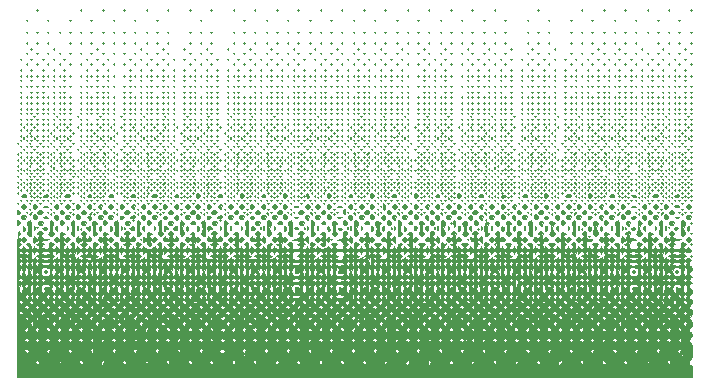
<source format=gbr>
G04 #@! TF.GenerationSoftware,KiCad,Pcbnew,(5.1.4)-1*
G04 #@! TF.CreationDate,2021-10-19T21:09:15-04:00*
G04 #@! TF.ProjectId,RB_switch_pcb_REV2,52425f73-7769-4746-9368-5f7063625f52,rev?*
G04 #@! TF.SameCoordinates,Original*
G04 #@! TF.FileFunction,Legend,Bot*
G04 #@! TF.FilePolarity,Positive*
%FSLAX46Y46*%
G04 Gerber Fmt 4.6, Leading zero omitted, Abs format (unit mm)*
G04 Created by KiCad (PCBNEW (5.1.4)-1) date 2021-10-19 21:09:15*
%MOMM*%
%LPD*%
G04 APERTURE LIST*
%ADD10C,0.010000*%
G04 APERTURE END LIST*
D10*
G36*
X120018691Y-69946643D02*
G01*
X120015000Y-69977000D01*
X120111644Y-70100309D01*
X120142000Y-70104000D01*
X120265310Y-70007356D01*
X120269000Y-69977000D01*
X120172357Y-69853690D01*
X120142000Y-69850000D01*
X120018691Y-69946643D01*
X120018691Y-69946643D01*
G37*
X120018691Y-69946643D02*
X120015000Y-69977000D01*
X120111644Y-70100309D01*
X120142000Y-70104000D01*
X120265310Y-70007356D01*
X120269000Y-69977000D01*
X120172357Y-69853690D01*
X120142000Y-69850000D01*
X120018691Y-69946643D01*
G36*
X169802691Y-69946643D02*
G01*
X169799000Y-69977000D01*
X169895644Y-70100309D01*
X169926000Y-70104000D01*
X170049310Y-70007356D01*
X170053000Y-69977000D01*
X169956357Y-69853690D01*
X169926000Y-69850000D01*
X169802691Y-69946643D01*
X169802691Y-69946643D01*
G37*
X169802691Y-69946643D02*
X169799000Y-69977000D01*
X169895644Y-70100309D01*
X169926000Y-70104000D01*
X170049310Y-70007356D01*
X170053000Y-69977000D01*
X169956357Y-69853690D01*
X169926000Y-69850000D01*
X169802691Y-69946643D01*
G36*
X173485691Y-69946643D02*
G01*
X173482000Y-69977000D01*
X173578644Y-70100309D01*
X173609000Y-70104000D01*
X173732310Y-70007356D01*
X173736000Y-69977000D01*
X173639357Y-69853690D01*
X173609000Y-69850000D01*
X173485691Y-69946643D01*
X173485691Y-69946643D01*
G37*
X173485691Y-69946643D02*
X173482000Y-69977000D01*
X173578644Y-70100309D01*
X173609000Y-70104000D01*
X173732310Y-70007356D01*
X173736000Y-69977000D01*
X173639357Y-69853690D01*
X173609000Y-69850000D01*
X173485691Y-69946643D01*
G36*
X119380000Y-47815500D02*
G01*
X119443500Y-47879000D01*
X119507000Y-47815500D01*
X119443500Y-47752000D01*
X119380000Y-47815500D01*
X119380000Y-47815500D01*
G37*
X119380000Y-47815500D02*
X119443500Y-47879000D01*
X119507000Y-47815500D01*
X119443500Y-47752000D01*
X119380000Y-47815500D01*
G36*
X123063000Y-47815500D02*
G01*
X123126500Y-47879000D01*
X123190000Y-47815500D01*
X123126500Y-47752000D01*
X123063000Y-47815500D01*
X123063000Y-47815500D01*
G37*
X123063000Y-47815500D02*
X123126500Y-47879000D01*
X123190000Y-47815500D01*
X123126500Y-47752000D01*
X123063000Y-47815500D01*
G36*
X124968000Y-47815500D02*
G01*
X125031500Y-47879000D01*
X125095000Y-47815500D01*
X125031500Y-47752000D01*
X124968000Y-47815500D01*
X124968000Y-47815500D01*
G37*
X124968000Y-47815500D02*
X125031500Y-47879000D01*
X125095000Y-47815500D01*
X125031500Y-47752000D01*
X124968000Y-47815500D01*
G36*
X126746000Y-47815500D02*
G01*
X126809500Y-47879000D01*
X126873000Y-47815500D01*
X126809500Y-47752000D01*
X126746000Y-47815500D01*
X126746000Y-47815500D01*
G37*
X126746000Y-47815500D02*
X126809500Y-47879000D01*
X126873000Y-47815500D01*
X126809500Y-47752000D01*
X126746000Y-47815500D01*
G36*
X128651000Y-47815500D02*
G01*
X128714500Y-47879000D01*
X128778000Y-47815500D01*
X128714500Y-47752000D01*
X128651000Y-47815500D01*
X128651000Y-47815500D01*
G37*
X128651000Y-47815500D02*
X128714500Y-47879000D01*
X128778000Y-47815500D01*
X128714500Y-47752000D01*
X128651000Y-47815500D01*
G36*
X130429000Y-47815500D02*
G01*
X130492500Y-47879000D01*
X130556000Y-47815500D01*
X130492500Y-47752000D01*
X130429000Y-47815500D01*
X130429000Y-47815500D01*
G37*
X130429000Y-47815500D02*
X130492500Y-47879000D01*
X130556000Y-47815500D01*
X130492500Y-47752000D01*
X130429000Y-47815500D01*
G36*
X132334000Y-47815500D02*
G01*
X132397500Y-47879000D01*
X132461000Y-47815500D01*
X132397500Y-47752000D01*
X132334000Y-47815500D01*
X132334000Y-47815500D01*
G37*
X132334000Y-47815500D02*
X132397500Y-47879000D01*
X132461000Y-47815500D01*
X132397500Y-47752000D01*
X132334000Y-47815500D01*
G36*
X134112000Y-47815500D02*
G01*
X134175500Y-47879000D01*
X134239000Y-47815500D01*
X134175500Y-47752000D01*
X134112000Y-47815500D01*
X134112000Y-47815500D01*
G37*
X134112000Y-47815500D02*
X134175500Y-47879000D01*
X134239000Y-47815500D01*
X134175500Y-47752000D01*
X134112000Y-47815500D01*
G36*
X136017000Y-47815500D02*
G01*
X136080500Y-47879000D01*
X136144000Y-47815500D01*
X136080500Y-47752000D01*
X136017000Y-47815500D01*
X136017000Y-47815500D01*
G37*
X136017000Y-47815500D02*
X136080500Y-47879000D01*
X136144000Y-47815500D01*
X136080500Y-47752000D01*
X136017000Y-47815500D01*
G36*
X137795000Y-47815500D02*
G01*
X137858500Y-47879000D01*
X137922000Y-47815500D01*
X137858500Y-47752000D01*
X137795000Y-47815500D01*
X137795000Y-47815500D01*
G37*
X137795000Y-47815500D02*
X137858500Y-47879000D01*
X137922000Y-47815500D01*
X137858500Y-47752000D01*
X137795000Y-47815500D01*
G36*
X139700000Y-47815500D02*
G01*
X139763500Y-47879000D01*
X139827000Y-47815500D01*
X139763500Y-47752000D01*
X139700000Y-47815500D01*
X139700000Y-47815500D01*
G37*
X139700000Y-47815500D02*
X139763500Y-47879000D01*
X139827000Y-47815500D01*
X139763500Y-47752000D01*
X139700000Y-47815500D01*
G36*
X141478000Y-47815500D02*
G01*
X141541500Y-47879000D01*
X141605000Y-47815500D01*
X141541500Y-47752000D01*
X141478000Y-47815500D01*
X141478000Y-47815500D01*
G37*
X141478000Y-47815500D02*
X141541500Y-47879000D01*
X141605000Y-47815500D01*
X141541500Y-47752000D01*
X141478000Y-47815500D01*
G36*
X143383000Y-47815500D02*
G01*
X143446500Y-47879000D01*
X143510000Y-47815500D01*
X143446500Y-47752000D01*
X143383000Y-47815500D01*
X143383000Y-47815500D01*
G37*
X143383000Y-47815500D02*
X143446500Y-47879000D01*
X143510000Y-47815500D01*
X143446500Y-47752000D01*
X143383000Y-47815500D01*
G36*
X145161000Y-47815500D02*
G01*
X145224500Y-47879000D01*
X145288000Y-47815500D01*
X145224500Y-47752000D01*
X145161000Y-47815500D01*
X145161000Y-47815500D01*
G37*
X145161000Y-47815500D02*
X145224500Y-47879000D01*
X145288000Y-47815500D01*
X145224500Y-47752000D01*
X145161000Y-47815500D01*
G36*
X147066000Y-47815500D02*
G01*
X147129500Y-47879000D01*
X147193000Y-47815500D01*
X147129500Y-47752000D01*
X147066000Y-47815500D01*
X147066000Y-47815500D01*
G37*
X147066000Y-47815500D02*
X147129500Y-47879000D01*
X147193000Y-47815500D01*
X147129500Y-47752000D01*
X147066000Y-47815500D01*
G36*
X148844000Y-47815500D02*
G01*
X148907500Y-47879000D01*
X148971000Y-47815500D01*
X148907500Y-47752000D01*
X148844000Y-47815500D01*
X148844000Y-47815500D01*
G37*
X148844000Y-47815500D02*
X148907500Y-47879000D01*
X148971000Y-47815500D01*
X148907500Y-47752000D01*
X148844000Y-47815500D01*
G36*
X150749000Y-47815500D02*
G01*
X150812500Y-47879000D01*
X150876000Y-47815500D01*
X150812500Y-47752000D01*
X150749000Y-47815500D01*
X150749000Y-47815500D01*
G37*
X150749000Y-47815500D02*
X150812500Y-47879000D01*
X150876000Y-47815500D01*
X150812500Y-47752000D01*
X150749000Y-47815500D01*
G36*
X152527000Y-47815500D02*
G01*
X152590500Y-47879000D01*
X152654000Y-47815500D01*
X152590500Y-47752000D01*
X152527000Y-47815500D01*
X152527000Y-47815500D01*
G37*
X152527000Y-47815500D02*
X152590500Y-47879000D01*
X152654000Y-47815500D01*
X152590500Y-47752000D01*
X152527000Y-47815500D01*
G36*
X154432000Y-47815500D02*
G01*
X154495500Y-47879000D01*
X154559000Y-47815500D01*
X154495500Y-47752000D01*
X154432000Y-47815500D01*
X154432000Y-47815500D01*
G37*
X154432000Y-47815500D02*
X154495500Y-47879000D01*
X154559000Y-47815500D01*
X154495500Y-47752000D01*
X154432000Y-47815500D01*
G36*
X156210000Y-47815500D02*
G01*
X156273500Y-47879000D01*
X156337000Y-47815500D01*
X156273500Y-47752000D01*
X156210000Y-47815500D01*
X156210000Y-47815500D01*
G37*
X156210000Y-47815500D02*
X156273500Y-47879000D01*
X156337000Y-47815500D01*
X156273500Y-47752000D01*
X156210000Y-47815500D01*
G36*
X158115000Y-47815500D02*
G01*
X158178500Y-47879000D01*
X158242000Y-47815500D01*
X158178500Y-47752000D01*
X158115000Y-47815500D01*
X158115000Y-47815500D01*
G37*
X158115000Y-47815500D02*
X158178500Y-47879000D01*
X158242000Y-47815500D01*
X158178500Y-47752000D01*
X158115000Y-47815500D01*
G36*
X161798000Y-47815500D02*
G01*
X161861500Y-47879000D01*
X161925000Y-47815500D01*
X161861500Y-47752000D01*
X161798000Y-47815500D01*
X161798000Y-47815500D01*
G37*
X161798000Y-47815500D02*
X161861500Y-47879000D01*
X161925000Y-47815500D01*
X161861500Y-47752000D01*
X161798000Y-47815500D01*
G36*
X165481000Y-47815500D02*
G01*
X165544500Y-47879000D01*
X165608000Y-47815500D01*
X165544500Y-47752000D01*
X165481000Y-47815500D01*
X165481000Y-47815500D01*
G37*
X165481000Y-47815500D02*
X165544500Y-47879000D01*
X165608000Y-47815500D01*
X165544500Y-47752000D01*
X165481000Y-47815500D01*
G36*
X167386000Y-47815500D02*
G01*
X167449500Y-47879000D01*
X167513000Y-47815500D01*
X167449500Y-47752000D01*
X167386000Y-47815500D01*
X167386000Y-47815500D01*
G37*
X167386000Y-47815500D02*
X167449500Y-47879000D01*
X167513000Y-47815500D01*
X167449500Y-47752000D01*
X167386000Y-47815500D01*
G36*
X169164000Y-47815500D02*
G01*
X169227500Y-47879000D01*
X169291000Y-47815500D01*
X169227500Y-47752000D01*
X169164000Y-47815500D01*
X169164000Y-47815500D01*
G37*
X169164000Y-47815500D02*
X169227500Y-47879000D01*
X169291000Y-47815500D01*
X169227500Y-47752000D01*
X169164000Y-47815500D01*
G36*
X171069000Y-47815500D02*
G01*
X171132500Y-47879000D01*
X171196000Y-47815500D01*
X171132500Y-47752000D01*
X171069000Y-47815500D01*
X171069000Y-47815500D01*
G37*
X171069000Y-47815500D02*
X171132500Y-47879000D01*
X171196000Y-47815500D01*
X171132500Y-47752000D01*
X171069000Y-47815500D01*
G36*
X172847000Y-47815500D02*
G01*
X172910500Y-47879000D01*
X172974000Y-47815500D01*
X172910500Y-47752000D01*
X172847000Y-47815500D01*
X172847000Y-47815500D01*
G37*
X172847000Y-47815500D02*
X172910500Y-47879000D01*
X172974000Y-47815500D01*
X172910500Y-47752000D01*
X172847000Y-47815500D01*
G36*
X174752000Y-47815500D02*
G01*
X174815500Y-47879000D01*
X174879000Y-47815500D01*
X174815500Y-47752000D01*
X174752000Y-47815500D01*
X174752000Y-47815500D01*
G37*
X174752000Y-47815500D02*
X174815500Y-47879000D01*
X174879000Y-47815500D01*
X174815500Y-47752000D01*
X174752000Y-47815500D01*
G36*
X118491000Y-48704500D02*
G01*
X118554500Y-48768000D01*
X118618000Y-48704500D01*
X118554500Y-48641000D01*
X118491000Y-48704500D01*
X118491000Y-48704500D01*
G37*
X118491000Y-48704500D02*
X118554500Y-48768000D01*
X118618000Y-48704500D01*
X118554500Y-48641000D01*
X118491000Y-48704500D01*
G36*
X120269000Y-48704500D02*
G01*
X120332500Y-48768000D01*
X120396000Y-48704500D01*
X120332500Y-48641000D01*
X120269000Y-48704500D01*
X120269000Y-48704500D01*
G37*
X120269000Y-48704500D02*
X120332500Y-48768000D01*
X120396000Y-48704500D01*
X120332500Y-48641000D01*
X120269000Y-48704500D01*
G36*
X122174000Y-48704500D02*
G01*
X122237500Y-48768000D01*
X122301000Y-48704500D01*
X122237500Y-48641000D01*
X122174000Y-48704500D01*
X122174000Y-48704500D01*
G37*
X122174000Y-48704500D02*
X122237500Y-48768000D01*
X122301000Y-48704500D01*
X122237500Y-48641000D01*
X122174000Y-48704500D01*
G36*
X123952000Y-48704500D02*
G01*
X124015500Y-48768000D01*
X124079000Y-48704500D01*
X124015500Y-48641000D01*
X123952000Y-48704500D01*
X123952000Y-48704500D01*
G37*
X123952000Y-48704500D02*
X124015500Y-48768000D01*
X124079000Y-48704500D01*
X124015500Y-48641000D01*
X123952000Y-48704500D01*
G36*
X125857000Y-48704500D02*
G01*
X125920500Y-48768000D01*
X125984000Y-48704500D01*
X125920500Y-48641000D01*
X125857000Y-48704500D01*
X125857000Y-48704500D01*
G37*
X125857000Y-48704500D02*
X125920500Y-48768000D01*
X125984000Y-48704500D01*
X125920500Y-48641000D01*
X125857000Y-48704500D01*
G36*
X127635000Y-48704500D02*
G01*
X127698500Y-48768000D01*
X127762000Y-48704500D01*
X127698500Y-48641000D01*
X127635000Y-48704500D01*
X127635000Y-48704500D01*
G37*
X127635000Y-48704500D02*
X127698500Y-48768000D01*
X127762000Y-48704500D01*
X127698500Y-48641000D01*
X127635000Y-48704500D01*
G36*
X129540000Y-48704500D02*
G01*
X129603500Y-48768000D01*
X129667000Y-48704500D01*
X129603500Y-48641000D01*
X129540000Y-48704500D01*
X129540000Y-48704500D01*
G37*
X129540000Y-48704500D02*
X129603500Y-48768000D01*
X129667000Y-48704500D01*
X129603500Y-48641000D01*
X129540000Y-48704500D01*
G36*
X133223000Y-48704500D02*
G01*
X133286500Y-48768000D01*
X133350000Y-48704500D01*
X133286500Y-48641000D01*
X133223000Y-48704500D01*
X133223000Y-48704500D01*
G37*
X133223000Y-48704500D02*
X133286500Y-48768000D01*
X133350000Y-48704500D01*
X133286500Y-48641000D01*
X133223000Y-48704500D01*
G36*
X136906000Y-48704500D02*
G01*
X136969500Y-48768000D01*
X137033000Y-48704500D01*
X136969500Y-48641000D01*
X136906000Y-48704500D01*
X136906000Y-48704500D01*
G37*
X136906000Y-48704500D02*
X136969500Y-48768000D01*
X137033000Y-48704500D01*
X136969500Y-48641000D01*
X136906000Y-48704500D01*
G36*
X138811000Y-48704500D02*
G01*
X138874500Y-48768000D01*
X138938000Y-48704500D01*
X138874500Y-48641000D01*
X138811000Y-48704500D01*
X138811000Y-48704500D01*
G37*
X138811000Y-48704500D02*
X138874500Y-48768000D01*
X138938000Y-48704500D01*
X138874500Y-48641000D01*
X138811000Y-48704500D01*
G36*
X140589000Y-48704500D02*
G01*
X140652500Y-48768000D01*
X140716000Y-48704500D01*
X140652500Y-48641000D01*
X140589000Y-48704500D01*
X140589000Y-48704500D01*
G37*
X140589000Y-48704500D02*
X140652500Y-48768000D01*
X140716000Y-48704500D01*
X140652500Y-48641000D01*
X140589000Y-48704500D01*
G36*
X142494000Y-48704500D02*
G01*
X142557500Y-48768000D01*
X142621000Y-48704500D01*
X142557500Y-48641000D01*
X142494000Y-48704500D01*
X142494000Y-48704500D01*
G37*
X142494000Y-48704500D02*
X142557500Y-48768000D01*
X142621000Y-48704500D01*
X142557500Y-48641000D01*
X142494000Y-48704500D01*
G36*
X144272000Y-48704500D02*
G01*
X144335500Y-48768000D01*
X144399000Y-48704500D01*
X144335500Y-48641000D01*
X144272000Y-48704500D01*
X144272000Y-48704500D01*
G37*
X144272000Y-48704500D02*
X144335500Y-48768000D01*
X144399000Y-48704500D01*
X144335500Y-48641000D01*
X144272000Y-48704500D01*
G36*
X146177000Y-48704500D02*
G01*
X146240500Y-48768000D01*
X146304000Y-48704500D01*
X146240500Y-48641000D01*
X146177000Y-48704500D01*
X146177000Y-48704500D01*
G37*
X146177000Y-48704500D02*
X146240500Y-48768000D01*
X146304000Y-48704500D01*
X146240500Y-48641000D01*
X146177000Y-48704500D01*
G36*
X147955000Y-48704500D02*
G01*
X148018500Y-48768000D01*
X148082000Y-48704500D01*
X148018500Y-48641000D01*
X147955000Y-48704500D01*
X147955000Y-48704500D01*
G37*
X147955000Y-48704500D02*
X148018500Y-48768000D01*
X148082000Y-48704500D01*
X148018500Y-48641000D01*
X147955000Y-48704500D01*
G36*
X149860000Y-48704500D02*
G01*
X149923500Y-48768000D01*
X149987000Y-48704500D01*
X149923500Y-48641000D01*
X149860000Y-48704500D01*
X149860000Y-48704500D01*
G37*
X149860000Y-48704500D02*
X149923500Y-48768000D01*
X149987000Y-48704500D01*
X149923500Y-48641000D01*
X149860000Y-48704500D01*
G36*
X151638000Y-48704500D02*
G01*
X151701500Y-48768000D01*
X151765000Y-48704500D01*
X151701500Y-48641000D01*
X151638000Y-48704500D01*
X151638000Y-48704500D01*
G37*
X151638000Y-48704500D02*
X151701500Y-48768000D01*
X151765000Y-48704500D01*
X151701500Y-48641000D01*
X151638000Y-48704500D01*
G36*
X153543000Y-48704500D02*
G01*
X153606500Y-48768000D01*
X153670000Y-48704500D01*
X153606500Y-48641000D01*
X153543000Y-48704500D01*
X153543000Y-48704500D01*
G37*
X153543000Y-48704500D02*
X153606500Y-48768000D01*
X153670000Y-48704500D01*
X153606500Y-48641000D01*
X153543000Y-48704500D01*
G36*
X155321000Y-48704500D02*
G01*
X155384500Y-48768000D01*
X155448000Y-48704500D01*
X155384500Y-48641000D01*
X155321000Y-48704500D01*
X155321000Y-48704500D01*
G37*
X155321000Y-48704500D02*
X155384500Y-48768000D01*
X155448000Y-48704500D01*
X155384500Y-48641000D01*
X155321000Y-48704500D01*
G36*
X157226000Y-48704500D02*
G01*
X157289500Y-48768000D01*
X157353000Y-48704500D01*
X157289500Y-48641000D01*
X157226000Y-48704500D01*
X157226000Y-48704500D01*
G37*
X157226000Y-48704500D02*
X157289500Y-48768000D01*
X157353000Y-48704500D01*
X157289500Y-48641000D01*
X157226000Y-48704500D01*
G36*
X159004000Y-48704500D02*
G01*
X159067500Y-48768000D01*
X159131000Y-48704500D01*
X159067500Y-48641000D01*
X159004000Y-48704500D01*
X159004000Y-48704500D01*
G37*
X159004000Y-48704500D02*
X159067500Y-48768000D01*
X159131000Y-48704500D01*
X159067500Y-48641000D01*
X159004000Y-48704500D01*
G36*
X160909000Y-48704500D02*
G01*
X160972500Y-48768000D01*
X161036000Y-48704500D01*
X160972500Y-48641000D01*
X160909000Y-48704500D01*
X160909000Y-48704500D01*
G37*
X160909000Y-48704500D02*
X160972500Y-48768000D01*
X161036000Y-48704500D01*
X160972500Y-48641000D01*
X160909000Y-48704500D01*
G36*
X162687000Y-48704500D02*
G01*
X162750500Y-48768000D01*
X162814000Y-48704500D01*
X162750500Y-48641000D01*
X162687000Y-48704500D01*
X162687000Y-48704500D01*
G37*
X162687000Y-48704500D02*
X162750500Y-48768000D01*
X162814000Y-48704500D01*
X162750500Y-48641000D01*
X162687000Y-48704500D01*
G36*
X164592000Y-48704500D02*
G01*
X164655500Y-48768000D01*
X164719000Y-48704500D01*
X164655500Y-48641000D01*
X164592000Y-48704500D01*
X164592000Y-48704500D01*
G37*
X164592000Y-48704500D02*
X164655500Y-48768000D01*
X164719000Y-48704500D01*
X164655500Y-48641000D01*
X164592000Y-48704500D01*
G36*
X166370000Y-48704500D02*
G01*
X166433500Y-48768000D01*
X166497000Y-48704500D01*
X166433500Y-48641000D01*
X166370000Y-48704500D01*
X166370000Y-48704500D01*
G37*
X166370000Y-48704500D02*
X166433500Y-48768000D01*
X166497000Y-48704500D01*
X166433500Y-48641000D01*
X166370000Y-48704500D01*
G36*
X168275000Y-48704500D02*
G01*
X168338500Y-48768000D01*
X168402000Y-48704500D01*
X168338500Y-48641000D01*
X168275000Y-48704500D01*
X168275000Y-48704500D01*
G37*
X168275000Y-48704500D02*
X168338500Y-48768000D01*
X168402000Y-48704500D01*
X168338500Y-48641000D01*
X168275000Y-48704500D01*
G36*
X170053000Y-48704500D02*
G01*
X170116500Y-48768000D01*
X170180000Y-48704500D01*
X170116500Y-48641000D01*
X170053000Y-48704500D01*
X170053000Y-48704500D01*
G37*
X170053000Y-48704500D02*
X170116500Y-48768000D01*
X170180000Y-48704500D01*
X170116500Y-48641000D01*
X170053000Y-48704500D01*
G36*
X171958000Y-48704500D02*
G01*
X172021500Y-48768000D01*
X172085000Y-48704500D01*
X172021500Y-48641000D01*
X171958000Y-48704500D01*
X171958000Y-48704500D01*
G37*
X171958000Y-48704500D02*
X172021500Y-48768000D01*
X172085000Y-48704500D01*
X172021500Y-48641000D01*
X171958000Y-48704500D01*
G36*
X173736000Y-48704500D02*
G01*
X173799500Y-48768000D01*
X173863000Y-48704500D01*
X173799500Y-48641000D01*
X173736000Y-48704500D01*
X173736000Y-48704500D01*
G37*
X173736000Y-48704500D02*
X173799500Y-48768000D01*
X173863000Y-48704500D01*
X173799500Y-48641000D01*
X173736000Y-48704500D01*
G36*
X118491000Y-49720500D02*
G01*
X118554500Y-49784000D01*
X118618000Y-49720500D01*
X118554500Y-49657000D01*
X118491000Y-49720500D01*
X118491000Y-49720500D01*
G37*
X118491000Y-49720500D02*
X118554500Y-49784000D01*
X118618000Y-49720500D01*
X118554500Y-49657000D01*
X118491000Y-49720500D01*
G36*
X119380000Y-49720500D02*
G01*
X119443500Y-49784000D01*
X119507000Y-49720500D01*
X119443500Y-49657000D01*
X119380000Y-49720500D01*
X119380000Y-49720500D01*
G37*
X119380000Y-49720500D02*
X119443500Y-49784000D01*
X119507000Y-49720500D01*
X119443500Y-49657000D01*
X119380000Y-49720500D01*
G36*
X120269000Y-49720500D02*
G01*
X120332500Y-49784000D01*
X120396000Y-49720500D01*
X120332500Y-49657000D01*
X120269000Y-49720500D01*
X120269000Y-49720500D01*
G37*
X120269000Y-49720500D02*
X120332500Y-49784000D01*
X120396000Y-49720500D01*
X120332500Y-49657000D01*
X120269000Y-49720500D01*
G36*
X121285000Y-49720500D02*
G01*
X121348500Y-49784000D01*
X121412000Y-49720500D01*
X121348500Y-49657000D01*
X121285000Y-49720500D01*
X121285000Y-49720500D01*
G37*
X121285000Y-49720500D02*
X121348500Y-49784000D01*
X121412000Y-49720500D01*
X121348500Y-49657000D01*
X121285000Y-49720500D01*
G36*
X122174000Y-49720500D02*
G01*
X122237500Y-49784000D01*
X122301000Y-49720500D01*
X122237500Y-49657000D01*
X122174000Y-49720500D01*
X122174000Y-49720500D01*
G37*
X122174000Y-49720500D02*
X122237500Y-49784000D01*
X122301000Y-49720500D01*
X122237500Y-49657000D01*
X122174000Y-49720500D01*
G36*
X123063000Y-49720500D02*
G01*
X123126500Y-49784000D01*
X123190000Y-49720500D01*
X123126500Y-49657000D01*
X123063000Y-49720500D01*
X123063000Y-49720500D01*
G37*
X123063000Y-49720500D02*
X123126500Y-49784000D01*
X123190000Y-49720500D01*
X123126500Y-49657000D01*
X123063000Y-49720500D01*
G36*
X123952000Y-49720500D02*
G01*
X124015500Y-49784000D01*
X124079000Y-49720500D01*
X124015500Y-49657000D01*
X123952000Y-49720500D01*
X123952000Y-49720500D01*
G37*
X123952000Y-49720500D02*
X124015500Y-49784000D01*
X124079000Y-49720500D01*
X124015500Y-49657000D01*
X123952000Y-49720500D01*
G36*
X124968000Y-49720500D02*
G01*
X125031500Y-49784000D01*
X125095000Y-49720500D01*
X125031500Y-49657000D01*
X124968000Y-49720500D01*
X124968000Y-49720500D01*
G37*
X124968000Y-49720500D02*
X125031500Y-49784000D01*
X125095000Y-49720500D01*
X125031500Y-49657000D01*
X124968000Y-49720500D01*
G36*
X125857000Y-49720500D02*
G01*
X125920500Y-49784000D01*
X125984000Y-49720500D01*
X125920500Y-49657000D01*
X125857000Y-49720500D01*
X125857000Y-49720500D01*
G37*
X125857000Y-49720500D02*
X125920500Y-49784000D01*
X125984000Y-49720500D01*
X125920500Y-49657000D01*
X125857000Y-49720500D01*
G36*
X126746000Y-49720500D02*
G01*
X126809500Y-49784000D01*
X126873000Y-49720500D01*
X126809500Y-49657000D01*
X126746000Y-49720500D01*
X126746000Y-49720500D01*
G37*
X126746000Y-49720500D02*
X126809500Y-49784000D01*
X126873000Y-49720500D01*
X126809500Y-49657000D01*
X126746000Y-49720500D01*
G36*
X127635000Y-49720500D02*
G01*
X127698500Y-49784000D01*
X127762000Y-49720500D01*
X127698500Y-49657000D01*
X127635000Y-49720500D01*
X127635000Y-49720500D01*
G37*
X127635000Y-49720500D02*
X127698500Y-49784000D01*
X127762000Y-49720500D01*
X127698500Y-49657000D01*
X127635000Y-49720500D01*
G36*
X128651000Y-49720500D02*
G01*
X128714500Y-49784000D01*
X128778000Y-49720500D01*
X128714500Y-49657000D01*
X128651000Y-49720500D01*
X128651000Y-49720500D01*
G37*
X128651000Y-49720500D02*
X128714500Y-49784000D01*
X128778000Y-49720500D01*
X128714500Y-49657000D01*
X128651000Y-49720500D01*
G36*
X129540000Y-49720500D02*
G01*
X129603500Y-49784000D01*
X129667000Y-49720500D01*
X129603500Y-49657000D01*
X129540000Y-49720500D01*
X129540000Y-49720500D01*
G37*
X129540000Y-49720500D02*
X129603500Y-49784000D01*
X129667000Y-49720500D01*
X129603500Y-49657000D01*
X129540000Y-49720500D01*
G36*
X130429000Y-49720500D02*
G01*
X130492500Y-49784000D01*
X130556000Y-49720500D01*
X130492500Y-49657000D01*
X130429000Y-49720500D01*
X130429000Y-49720500D01*
G37*
X130429000Y-49720500D02*
X130492500Y-49784000D01*
X130556000Y-49720500D01*
X130492500Y-49657000D01*
X130429000Y-49720500D01*
G36*
X132334000Y-49720500D02*
G01*
X132397500Y-49784000D01*
X132461000Y-49720500D01*
X132397500Y-49657000D01*
X132334000Y-49720500D01*
X132334000Y-49720500D01*
G37*
X132334000Y-49720500D02*
X132397500Y-49784000D01*
X132461000Y-49720500D01*
X132397500Y-49657000D01*
X132334000Y-49720500D01*
G36*
X133223000Y-49720500D02*
G01*
X133286500Y-49784000D01*
X133350000Y-49720500D01*
X133286500Y-49657000D01*
X133223000Y-49720500D01*
X133223000Y-49720500D01*
G37*
X133223000Y-49720500D02*
X133286500Y-49784000D01*
X133350000Y-49720500D01*
X133286500Y-49657000D01*
X133223000Y-49720500D01*
G36*
X134112000Y-49720500D02*
G01*
X134175500Y-49784000D01*
X134239000Y-49720500D01*
X134175500Y-49657000D01*
X134112000Y-49720500D01*
X134112000Y-49720500D01*
G37*
X134112000Y-49720500D02*
X134175500Y-49784000D01*
X134239000Y-49720500D01*
X134175500Y-49657000D01*
X134112000Y-49720500D01*
G36*
X136017000Y-49720500D02*
G01*
X136080500Y-49784000D01*
X136144000Y-49720500D01*
X136080500Y-49657000D01*
X136017000Y-49720500D01*
X136017000Y-49720500D01*
G37*
X136017000Y-49720500D02*
X136080500Y-49784000D01*
X136144000Y-49720500D01*
X136080500Y-49657000D01*
X136017000Y-49720500D01*
G36*
X136906000Y-49720500D02*
G01*
X136969500Y-49784000D01*
X137033000Y-49720500D01*
X136969500Y-49657000D01*
X136906000Y-49720500D01*
X136906000Y-49720500D01*
G37*
X136906000Y-49720500D02*
X136969500Y-49784000D01*
X137033000Y-49720500D01*
X136969500Y-49657000D01*
X136906000Y-49720500D01*
G36*
X137795000Y-49720500D02*
G01*
X137858500Y-49784000D01*
X137922000Y-49720500D01*
X137858500Y-49657000D01*
X137795000Y-49720500D01*
X137795000Y-49720500D01*
G37*
X137795000Y-49720500D02*
X137858500Y-49784000D01*
X137922000Y-49720500D01*
X137858500Y-49657000D01*
X137795000Y-49720500D01*
G36*
X138811000Y-49720500D02*
G01*
X138874500Y-49784000D01*
X138938000Y-49720500D01*
X138874500Y-49657000D01*
X138811000Y-49720500D01*
X138811000Y-49720500D01*
G37*
X138811000Y-49720500D02*
X138874500Y-49784000D01*
X138938000Y-49720500D01*
X138874500Y-49657000D01*
X138811000Y-49720500D01*
G36*
X139700000Y-49720500D02*
G01*
X139763500Y-49784000D01*
X139827000Y-49720500D01*
X139763500Y-49657000D01*
X139700000Y-49720500D01*
X139700000Y-49720500D01*
G37*
X139700000Y-49720500D02*
X139763500Y-49784000D01*
X139827000Y-49720500D01*
X139763500Y-49657000D01*
X139700000Y-49720500D01*
G36*
X140589000Y-49720500D02*
G01*
X140652500Y-49784000D01*
X140716000Y-49720500D01*
X140652500Y-49657000D01*
X140589000Y-49720500D01*
X140589000Y-49720500D01*
G37*
X140589000Y-49720500D02*
X140652500Y-49784000D01*
X140716000Y-49720500D01*
X140652500Y-49657000D01*
X140589000Y-49720500D01*
G36*
X141478000Y-49720500D02*
G01*
X141541500Y-49784000D01*
X141605000Y-49720500D01*
X141541500Y-49657000D01*
X141478000Y-49720500D01*
X141478000Y-49720500D01*
G37*
X141478000Y-49720500D02*
X141541500Y-49784000D01*
X141605000Y-49720500D01*
X141541500Y-49657000D01*
X141478000Y-49720500D01*
G36*
X142494000Y-49720500D02*
G01*
X142557500Y-49784000D01*
X142621000Y-49720500D01*
X142557500Y-49657000D01*
X142494000Y-49720500D01*
X142494000Y-49720500D01*
G37*
X142494000Y-49720500D02*
X142557500Y-49784000D01*
X142621000Y-49720500D01*
X142557500Y-49657000D01*
X142494000Y-49720500D01*
G36*
X143383000Y-49720500D02*
G01*
X143446500Y-49784000D01*
X143510000Y-49720500D01*
X143446500Y-49657000D01*
X143383000Y-49720500D01*
X143383000Y-49720500D01*
G37*
X143383000Y-49720500D02*
X143446500Y-49784000D01*
X143510000Y-49720500D01*
X143446500Y-49657000D01*
X143383000Y-49720500D01*
G36*
X144272000Y-49720500D02*
G01*
X144335500Y-49784000D01*
X144399000Y-49720500D01*
X144335500Y-49657000D01*
X144272000Y-49720500D01*
X144272000Y-49720500D01*
G37*
X144272000Y-49720500D02*
X144335500Y-49784000D01*
X144399000Y-49720500D01*
X144335500Y-49657000D01*
X144272000Y-49720500D01*
G36*
X145161000Y-49720500D02*
G01*
X145224500Y-49784000D01*
X145288000Y-49720500D01*
X145224500Y-49657000D01*
X145161000Y-49720500D01*
X145161000Y-49720500D01*
G37*
X145161000Y-49720500D02*
X145224500Y-49784000D01*
X145288000Y-49720500D01*
X145224500Y-49657000D01*
X145161000Y-49720500D01*
G36*
X146177000Y-49720500D02*
G01*
X146240500Y-49784000D01*
X146304000Y-49720500D01*
X146240500Y-49657000D01*
X146177000Y-49720500D01*
X146177000Y-49720500D01*
G37*
X146177000Y-49720500D02*
X146240500Y-49784000D01*
X146304000Y-49720500D01*
X146240500Y-49657000D01*
X146177000Y-49720500D01*
G36*
X147066000Y-49720500D02*
G01*
X147129500Y-49784000D01*
X147193000Y-49720500D01*
X147129500Y-49657000D01*
X147066000Y-49720500D01*
X147066000Y-49720500D01*
G37*
X147066000Y-49720500D02*
X147129500Y-49784000D01*
X147193000Y-49720500D01*
X147129500Y-49657000D01*
X147066000Y-49720500D01*
G36*
X147955000Y-49720500D02*
G01*
X148018500Y-49784000D01*
X148082000Y-49720500D01*
X148018500Y-49657000D01*
X147955000Y-49720500D01*
X147955000Y-49720500D01*
G37*
X147955000Y-49720500D02*
X148018500Y-49784000D01*
X148082000Y-49720500D01*
X148018500Y-49657000D01*
X147955000Y-49720500D01*
G36*
X148844000Y-49720500D02*
G01*
X148907500Y-49784000D01*
X148971000Y-49720500D01*
X148907500Y-49657000D01*
X148844000Y-49720500D01*
X148844000Y-49720500D01*
G37*
X148844000Y-49720500D02*
X148907500Y-49784000D01*
X148971000Y-49720500D01*
X148907500Y-49657000D01*
X148844000Y-49720500D01*
G36*
X149860000Y-49720500D02*
G01*
X149923500Y-49784000D01*
X149987000Y-49720500D01*
X149923500Y-49657000D01*
X149860000Y-49720500D01*
X149860000Y-49720500D01*
G37*
X149860000Y-49720500D02*
X149923500Y-49784000D01*
X149987000Y-49720500D01*
X149923500Y-49657000D01*
X149860000Y-49720500D01*
G36*
X150749000Y-49720500D02*
G01*
X150812500Y-49784000D01*
X150876000Y-49720500D01*
X150812500Y-49657000D01*
X150749000Y-49720500D01*
X150749000Y-49720500D01*
G37*
X150749000Y-49720500D02*
X150812500Y-49784000D01*
X150876000Y-49720500D01*
X150812500Y-49657000D01*
X150749000Y-49720500D01*
G36*
X151638000Y-49720500D02*
G01*
X151701500Y-49784000D01*
X151765000Y-49720500D01*
X151701500Y-49657000D01*
X151638000Y-49720500D01*
X151638000Y-49720500D01*
G37*
X151638000Y-49720500D02*
X151701500Y-49784000D01*
X151765000Y-49720500D01*
X151701500Y-49657000D01*
X151638000Y-49720500D01*
G36*
X152527000Y-49720500D02*
G01*
X152590500Y-49784000D01*
X152654000Y-49720500D01*
X152590500Y-49657000D01*
X152527000Y-49720500D01*
X152527000Y-49720500D01*
G37*
X152527000Y-49720500D02*
X152590500Y-49784000D01*
X152654000Y-49720500D01*
X152590500Y-49657000D01*
X152527000Y-49720500D01*
G36*
X153543000Y-49720500D02*
G01*
X153606500Y-49784000D01*
X153670000Y-49720500D01*
X153606500Y-49657000D01*
X153543000Y-49720500D01*
X153543000Y-49720500D01*
G37*
X153543000Y-49720500D02*
X153606500Y-49784000D01*
X153670000Y-49720500D01*
X153606500Y-49657000D01*
X153543000Y-49720500D01*
G36*
X154432000Y-49720500D02*
G01*
X154495500Y-49784000D01*
X154559000Y-49720500D01*
X154495500Y-49657000D01*
X154432000Y-49720500D01*
X154432000Y-49720500D01*
G37*
X154432000Y-49720500D02*
X154495500Y-49784000D01*
X154559000Y-49720500D01*
X154495500Y-49657000D01*
X154432000Y-49720500D01*
G36*
X155321000Y-49720500D02*
G01*
X155384500Y-49784000D01*
X155448000Y-49720500D01*
X155384500Y-49657000D01*
X155321000Y-49720500D01*
X155321000Y-49720500D01*
G37*
X155321000Y-49720500D02*
X155384500Y-49784000D01*
X155448000Y-49720500D01*
X155384500Y-49657000D01*
X155321000Y-49720500D01*
G36*
X156210000Y-49720500D02*
G01*
X156273500Y-49784000D01*
X156337000Y-49720500D01*
X156273500Y-49657000D01*
X156210000Y-49720500D01*
X156210000Y-49720500D01*
G37*
X156210000Y-49720500D02*
X156273500Y-49784000D01*
X156337000Y-49720500D01*
X156273500Y-49657000D01*
X156210000Y-49720500D01*
G36*
X157226000Y-49720500D02*
G01*
X157289500Y-49784000D01*
X157353000Y-49720500D01*
X157289500Y-49657000D01*
X157226000Y-49720500D01*
X157226000Y-49720500D01*
G37*
X157226000Y-49720500D02*
X157289500Y-49784000D01*
X157353000Y-49720500D01*
X157289500Y-49657000D01*
X157226000Y-49720500D01*
G36*
X158115000Y-49720500D02*
G01*
X158178500Y-49784000D01*
X158242000Y-49720500D01*
X158178500Y-49657000D01*
X158115000Y-49720500D01*
X158115000Y-49720500D01*
G37*
X158115000Y-49720500D02*
X158178500Y-49784000D01*
X158242000Y-49720500D01*
X158178500Y-49657000D01*
X158115000Y-49720500D01*
G36*
X159004000Y-49720500D02*
G01*
X159067500Y-49784000D01*
X159131000Y-49720500D01*
X159067500Y-49657000D01*
X159004000Y-49720500D01*
X159004000Y-49720500D01*
G37*
X159004000Y-49720500D02*
X159067500Y-49784000D01*
X159131000Y-49720500D01*
X159067500Y-49657000D01*
X159004000Y-49720500D01*
G36*
X160909000Y-49720500D02*
G01*
X160972500Y-49784000D01*
X161036000Y-49720500D01*
X160972500Y-49657000D01*
X160909000Y-49720500D01*
X160909000Y-49720500D01*
G37*
X160909000Y-49720500D02*
X160972500Y-49784000D01*
X161036000Y-49720500D01*
X160972500Y-49657000D01*
X160909000Y-49720500D01*
G36*
X161798000Y-49720500D02*
G01*
X161861500Y-49784000D01*
X161925000Y-49720500D01*
X161861500Y-49657000D01*
X161798000Y-49720500D01*
X161798000Y-49720500D01*
G37*
X161798000Y-49720500D02*
X161861500Y-49784000D01*
X161925000Y-49720500D01*
X161861500Y-49657000D01*
X161798000Y-49720500D01*
G36*
X162687000Y-49720500D02*
G01*
X162750500Y-49784000D01*
X162814000Y-49720500D01*
X162750500Y-49657000D01*
X162687000Y-49720500D01*
X162687000Y-49720500D01*
G37*
X162687000Y-49720500D02*
X162750500Y-49784000D01*
X162814000Y-49720500D01*
X162750500Y-49657000D01*
X162687000Y-49720500D01*
G36*
X164592000Y-49720500D02*
G01*
X164655500Y-49784000D01*
X164719000Y-49720500D01*
X164655500Y-49657000D01*
X164592000Y-49720500D01*
X164592000Y-49720500D01*
G37*
X164592000Y-49720500D02*
X164655500Y-49784000D01*
X164719000Y-49720500D01*
X164655500Y-49657000D01*
X164592000Y-49720500D01*
G36*
X165481000Y-49720500D02*
G01*
X165544500Y-49784000D01*
X165608000Y-49720500D01*
X165544500Y-49657000D01*
X165481000Y-49720500D01*
X165481000Y-49720500D01*
G37*
X165481000Y-49720500D02*
X165544500Y-49784000D01*
X165608000Y-49720500D01*
X165544500Y-49657000D01*
X165481000Y-49720500D01*
G36*
X166370000Y-49720500D02*
G01*
X166433500Y-49784000D01*
X166497000Y-49720500D01*
X166433500Y-49657000D01*
X166370000Y-49720500D01*
X166370000Y-49720500D01*
G37*
X166370000Y-49720500D02*
X166433500Y-49784000D01*
X166497000Y-49720500D01*
X166433500Y-49657000D01*
X166370000Y-49720500D01*
G36*
X167386000Y-49720500D02*
G01*
X167449500Y-49784000D01*
X167513000Y-49720500D01*
X167449500Y-49657000D01*
X167386000Y-49720500D01*
X167386000Y-49720500D01*
G37*
X167386000Y-49720500D02*
X167449500Y-49784000D01*
X167513000Y-49720500D01*
X167449500Y-49657000D01*
X167386000Y-49720500D01*
G36*
X168275000Y-49720500D02*
G01*
X168338500Y-49784000D01*
X168402000Y-49720500D01*
X168338500Y-49657000D01*
X168275000Y-49720500D01*
X168275000Y-49720500D01*
G37*
X168275000Y-49720500D02*
X168338500Y-49784000D01*
X168402000Y-49720500D01*
X168338500Y-49657000D01*
X168275000Y-49720500D01*
G36*
X169164000Y-49720500D02*
G01*
X169227500Y-49784000D01*
X169291000Y-49720500D01*
X169227500Y-49657000D01*
X169164000Y-49720500D01*
X169164000Y-49720500D01*
G37*
X169164000Y-49720500D02*
X169227500Y-49784000D01*
X169291000Y-49720500D01*
X169227500Y-49657000D01*
X169164000Y-49720500D01*
G36*
X170053000Y-49720500D02*
G01*
X170116500Y-49784000D01*
X170180000Y-49720500D01*
X170116500Y-49657000D01*
X170053000Y-49720500D01*
X170053000Y-49720500D01*
G37*
X170053000Y-49720500D02*
X170116500Y-49784000D01*
X170180000Y-49720500D01*
X170116500Y-49657000D01*
X170053000Y-49720500D01*
G36*
X171069000Y-49720500D02*
G01*
X171132500Y-49784000D01*
X171196000Y-49720500D01*
X171132500Y-49657000D01*
X171069000Y-49720500D01*
X171069000Y-49720500D01*
G37*
X171069000Y-49720500D02*
X171132500Y-49784000D01*
X171196000Y-49720500D01*
X171132500Y-49657000D01*
X171069000Y-49720500D01*
G36*
X171958000Y-49720500D02*
G01*
X172021500Y-49784000D01*
X172085000Y-49720500D01*
X172021500Y-49657000D01*
X171958000Y-49720500D01*
X171958000Y-49720500D01*
G37*
X171958000Y-49720500D02*
X172021500Y-49784000D01*
X172085000Y-49720500D01*
X172021500Y-49657000D01*
X171958000Y-49720500D01*
G36*
X172847000Y-49720500D02*
G01*
X172910500Y-49784000D01*
X172974000Y-49720500D01*
X172910500Y-49657000D01*
X172847000Y-49720500D01*
X172847000Y-49720500D01*
G37*
X172847000Y-49720500D02*
X172910500Y-49784000D01*
X172974000Y-49720500D01*
X172910500Y-49657000D01*
X172847000Y-49720500D01*
G36*
X173736000Y-49720500D02*
G01*
X173799500Y-49784000D01*
X173863000Y-49720500D01*
X173799500Y-49657000D01*
X173736000Y-49720500D01*
X173736000Y-49720500D01*
G37*
X173736000Y-49720500D02*
X173799500Y-49784000D01*
X173863000Y-49720500D01*
X173799500Y-49657000D01*
X173736000Y-49720500D01*
G36*
X174752000Y-49720500D02*
G01*
X174815500Y-49784000D01*
X174879000Y-49720500D01*
X174815500Y-49657000D01*
X174752000Y-49720500D01*
X174752000Y-49720500D01*
G37*
X174752000Y-49720500D02*
X174815500Y-49784000D01*
X174879000Y-49720500D01*
X174815500Y-49657000D01*
X174752000Y-49720500D01*
G36*
X118491000Y-50609500D02*
G01*
X118554500Y-50673000D01*
X118618000Y-50609500D01*
X118554500Y-50546000D01*
X118491000Y-50609500D01*
X118491000Y-50609500D01*
G37*
X118491000Y-50609500D02*
X118554500Y-50673000D01*
X118618000Y-50609500D01*
X118554500Y-50546000D01*
X118491000Y-50609500D01*
G36*
X119380000Y-50609500D02*
G01*
X119443500Y-50673000D01*
X119507000Y-50609500D01*
X119443500Y-50546000D01*
X119380000Y-50609500D01*
X119380000Y-50609500D01*
G37*
X119380000Y-50609500D02*
X119443500Y-50673000D01*
X119507000Y-50609500D01*
X119443500Y-50546000D01*
X119380000Y-50609500D01*
G36*
X120269000Y-50609500D02*
G01*
X120332500Y-50673000D01*
X120396000Y-50609500D01*
X120332500Y-50546000D01*
X120269000Y-50609500D01*
X120269000Y-50609500D01*
G37*
X120269000Y-50609500D02*
X120332500Y-50673000D01*
X120396000Y-50609500D01*
X120332500Y-50546000D01*
X120269000Y-50609500D01*
G36*
X122174000Y-50609500D02*
G01*
X122237500Y-50673000D01*
X122301000Y-50609500D01*
X122237500Y-50546000D01*
X122174000Y-50609500D01*
X122174000Y-50609500D01*
G37*
X122174000Y-50609500D02*
X122237500Y-50673000D01*
X122301000Y-50609500D01*
X122237500Y-50546000D01*
X122174000Y-50609500D01*
G36*
X123063000Y-50609500D02*
G01*
X123126500Y-50673000D01*
X123190000Y-50609500D01*
X123126500Y-50546000D01*
X123063000Y-50609500D01*
X123063000Y-50609500D01*
G37*
X123063000Y-50609500D02*
X123126500Y-50673000D01*
X123190000Y-50609500D01*
X123126500Y-50546000D01*
X123063000Y-50609500D01*
G36*
X123952000Y-50609500D02*
G01*
X124015500Y-50673000D01*
X124079000Y-50609500D01*
X124015500Y-50546000D01*
X123952000Y-50609500D01*
X123952000Y-50609500D01*
G37*
X123952000Y-50609500D02*
X124015500Y-50673000D01*
X124079000Y-50609500D01*
X124015500Y-50546000D01*
X123952000Y-50609500D01*
G36*
X124968000Y-50609500D02*
G01*
X125031500Y-50673000D01*
X125095000Y-50609500D01*
X125031500Y-50546000D01*
X124968000Y-50609500D01*
X124968000Y-50609500D01*
G37*
X124968000Y-50609500D02*
X125031500Y-50673000D01*
X125095000Y-50609500D01*
X125031500Y-50546000D01*
X124968000Y-50609500D01*
G36*
X125857000Y-50609500D02*
G01*
X125920500Y-50673000D01*
X125984000Y-50609500D01*
X125920500Y-50546000D01*
X125857000Y-50609500D01*
X125857000Y-50609500D01*
G37*
X125857000Y-50609500D02*
X125920500Y-50673000D01*
X125984000Y-50609500D01*
X125920500Y-50546000D01*
X125857000Y-50609500D01*
G36*
X126746000Y-50609500D02*
G01*
X126809500Y-50673000D01*
X126873000Y-50609500D01*
X126809500Y-50546000D01*
X126746000Y-50609500D01*
X126746000Y-50609500D01*
G37*
X126746000Y-50609500D02*
X126809500Y-50673000D01*
X126873000Y-50609500D01*
X126809500Y-50546000D01*
X126746000Y-50609500D01*
G36*
X127635000Y-50609500D02*
G01*
X127698500Y-50673000D01*
X127762000Y-50609500D01*
X127698500Y-50546000D01*
X127635000Y-50609500D01*
X127635000Y-50609500D01*
G37*
X127635000Y-50609500D02*
X127698500Y-50673000D01*
X127762000Y-50609500D01*
X127698500Y-50546000D01*
X127635000Y-50609500D01*
G36*
X128651000Y-50609500D02*
G01*
X128714500Y-50673000D01*
X128778000Y-50609500D01*
X128714500Y-50546000D01*
X128651000Y-50609500D01*
X128651000Y-50609500D01*
G37*
X128651000Y-50609500D02*
X128714500Y-50673000D01*
X128778000Y-50609500D01*
X128714500Y-50546000D01*
X128651000Y-50609500D01*
G36*
X129540000Y-50609500D02*
G01*
X129603500Y-50673000D01*
X129667000Y-50609500D01*
X129603500Y-50546000D01*
X129540000Y-50609500D01*
X129540000Y-50609500D01*
G37*
X129540000Y-50609500D02*
X129603500Y-50673000D01*
X129667000Y-50609500D01*
X129603500Y-50546000D01*
X129540000Y-50609500D01*
G36*
X130429000Y-50609500D02*
G01*
X130492500Y-50673000D01*
X130556000Y-50609500D01*
X130492500Y-50546000D01*
X130429000Y-50609500D01*
X130429000Y-50609500D01*
G37*
X130429000Y-50609500D02*
X130492500Y-50673000D01*
X130556000Y-50609500D01*
X130492500Y-50546000D01*
X130429000Y-50609500D01*
G36*
X132334000Y-50609500D02*
G01*
X132397500Y-50673000D01*
X132461000Y-50609500D01*
X132397500Y-50546000D01*
X132334000Y-50609500D01*
X132334000Y-50609500D01*
G37*
X132334000Y-50609500D02*
X132397500Y-50673000D01*
X132461000Y-50609500D01*
X132397500Y-50546000D01*
X132334000Y-50609500D01*
G36*
X133223000Y-50609500D02*
G01*
X133286500Y-50673000D01*
X133350000Y-50609500D01*
X133286500Y-50546000D01*
X133223000Y-50609500D01*
X133223000Y-50609500D01*
G37*
X133223000Y-50609500D02*
X133286500Y-50673000D01*
X133350000Y-50609500D01*
X133286500Y-50546000D01*
X133223000Y-50609500D01*
G36*
X134112000Y-50609500D02*
G01*
X134175500Y-50673000D01*
X134239000Y-50609500D01*
X134175500Y-50546000D01*
X134112000Y-50609500D01*
X134112000Y-50609500D01*
G37*
X134112000Y-50609500D02*
X134175500Y-50673000D01*
X134239000Y-50609500D01*
X134175500Y-50546000D01*
X134112000Y-50609500D01*
G36*
X136017000Y-50609500D02*
G01*
X136080500Y-50673000D01*
X136144000Y-50609500D01*
X136080500Y-50546000D01*
X136017000Y-50609500D01*
X136017000Y-50609500D01*
G37*
X136017000Y-50609500D02*
X136080500Y-50673000D01*
X136144000Y-50609500D01*
X136080500Y-50546000D01*
X136017000Y-50609500D01*
G36*
X136906000Y-50609500D02*
G01*
X136969500Y-50673000D01*
X137033000Y-50609500D01*
X136969500Y-50546000D01*
X136906000Y-50609500D01*
X136906000Y-50609500D01*
G37*
X136906000Y-50609500D02*
X136969500Y-50673000D01*
X137033000Y-50609500D01*
X136969500Y-50546000D01*
X136906000Y-50609500D01*
G36*
X137795000Y-50609500D02*
G01*
X137858500Y-50673000D01*
X137922000Y-50609500D01*
X137858500Y-50546000D01*
X137795000Y-50609500D01*
X137795000Y-50609500D01*
G37*
X137795000Y-50609500D02*
X137858500Y-50673000D01*
X137922000Y-50609500D01*
X137858500Y-50546000D01*
X137795000Y-50609500D01*
G36*
X138811000Y-50609500D02*
G01*
X138874500Y-50673000D01*
X138938000Y-50609500D01*
X138874500Y-50546000D01*
X138811000Y-50609500D01*
X138811000Y-50609500D01*
G37*
X138811000Y-50609500D02*
X138874500Y-50673000D01*
X138938000Y-50609500D01*
X138874500Y-50546000D01*
X138811000Y-50609500D01*
G36*
X139700000Y-50609500D02*
G01*
X139763500Y-50673000D01*
X139827000Y-50609500D01*
X139763500Y-50546000D01*
X139700000Y-50609500D01*
X139700000Y-50609500D01*
G37*
X139700000Y-50609500D02*
X139763500Y-50673000D01*
X139827000Y-50609500D01*
X139763500Y-50546000D01*
X139700000Y-50609500D01*
G36*
X140589000Y-50609500D02*
G01*
X140652500Y-50673000D01*
X140716000Y-50609500D01*
X140652500Y-50546000D01*
X140589000Y-50609500D01*
X140589000Y-50609500D01*
G37*
X140589000Y-50609500D02*
X140652500Y-50673000D01*
X140716000Y-50609500D01*
X140652500Y-50546000D01*
X140589000Y-50609500D01*
G36*
X141478000Y-50609500D02*
G01*
X141541500Y-50673000D01*
X141605000Y-50609500D01*
X141541500Y-50546000D01*
X141478000Y-50609500D01*
X141478000Y-50609500D01*
G37*
X141478000Y-50609500D02*
X141541500Y-50673000D01*
X141605000Y-50609500D01*
X141541500Y-50546000D01*
X141478000Y-50609500D01*
G36*
X142494000Y-50609500D02*
G01*
X142557500Y-50673000D01*
X142621000Y-50609500D01*
X142557500Y-50546000D01*
X142494000Y-50609500D01*
X142494000Y-50609500D01*
G37*
X142494000Y-50609500D02*
X142557500Y-50673000D01*
X142621000Y-50609500D01*
X142557500Y-50546000D01*
X142494000Y-50609500D01*
G36*
X143383000Y-50609500D02*
G01*
X143446500Y-50673000D01*
X143510000Y-50609500D01*
X143446500Y-50546000D01*
X143383000Y-50609500D01*
X143383000Y-50609500D01*
G37*
X143383000Y-50609500D02*
X143446500Y-50673000D01*
X143510000Y-50609500D01*
X143446500Y-50546000D01*
X143383000Y-50609500D01*
G36*
X144272000Y-50609500D02*
G01*
X144335500Y-50673000D01*
X144399000Y-50609500D01*
X144335500Y-50546000D01*
X144272000Y-50609500D01*
X144272000Y-50609500D01*
G37*
X144272000Y-50609500D02*
X144335500Y-50673000D01*
X144399000Y-50609500D01*
X144335500Y-50546000D01*
X144272000Y-50609500D01*
G36*
X145161000Y-50609500D02*
G01*
X145224500Y-50673000D01*
X145288000Y-50609500D01*
X145224500Y-50546000D01*
X145161000Y-50609500D01*
X145161000Y-50609500D01*
G37*
X145161000Y-50609500D02*
X145224500Y-50673000D01*
X145288000Y-50609500D01*
X145224500Y-50546000D01*
X145161000Y-50609500D01*
G36*
X146177000Y-50609500D02*
G01*
X146240500Y-50673000D01*
X146304000Y-50609500D01*
X146240500Y-50546000D01*
X146177000Y-50609500D01*
X146177000Y-50609500D01*
G37*
X146177000Y-50609500D02*
X146240500Y-50673000D01*
X146304000Y-50609500D01*
X146240500Y-50546000D01*
X146177000Y-50609500D01*
G36*
X147066000Y-50609500D02*
G01*
X147129500Y-50673000D01*
X147193000Y-50609500D01*
X147129500Y-50546000D01*
X147066000Y-50609500D01*
X147066000Y-50609500D01*
G37*
X147066000Y-50609500D02*
X147129500Y-50673000D01*
X147193000Y-50609500D01*
X147129500Y-50546000D01*
X147066000Y-50609500D01*
G36*
X147955000Y-50609500D02*
G01*
X148018500Y-50673000D01*
X148082000Y-50609500D01*
X148018500Y-50546000D01*
X147955000Y-50609500D01*
X147955000Y-50609500D01*
G37*
X147955000Y-50609500D02*
X148018500Y-50673000D01*
X148082000Y-50609500D01*
X148018500Y-50546000D01*
X147955000Y-50609500D01*
G36*
X148844000Y-50609500D02*
G01*
X148907500Y-50673000D01*
X148971000Y-50609500D01*
X148907500Y-50546000D01*
X148844000Y-50609500D01*
X148844000Y-50609500D01*
G37*
X148844000Y-50609500D02*
X148907500Y-50673000D01*
X148971000Y-50609500D01*
X148907500Y-50546000D01*
X148844000Y-50609500D01*
G36*
X149860000Y-50609500D02*
G01*
X149923500Y-50673000D01*
X149987000Y-50609500D01*
X149923500Y-50546000D01*
X149860000Y-50609500D01*
X149860000Y-50609500D01*
G37*
X149860000Y-50609500D02*
X149923500Y-50673000D01*
X149987000Y-50609500D01*
X149923500Y-50546000D01*
X149860000Y-50609500D01*
G36*
X150749000Y-50609500D02*
G01*
X150812500Y-50673000D01*
X150876000Y-50609500D01*
X150812500Y-50546000D01*
X150749000Y-50609500D01*
X150749000Y-50609500D01*
G37*
X150749000Y-50609500D02*
X150812500Y-50673000D01*
X150876000Y-50609500D01*
X150812500Y-50546000D01*
X150749000Y-50609500D01*
G36*
X151638000Y-50609500D02*
G01*
X151701500Y-50673000D01*
X151765000Y-50609500D01*
X151701500Y-50546000D01*
X151638000Y-50609500D01*
X151638000Y-50609500D01*
G37*
X151638000Y-50609500D02*
X151701500Y-50673000D01*
X151765000Y-50609500D01*
X151701500Y-50546000D01*
X151638000Y-50609500D01*
G36*
X152527000Y-50609500D02*
G01*
X152590500Y-50673000D01*
X152654000Y-50609500D01*
X152590500Y-50546000D01*
X152527000Y-50609500D01*
X152527000Y-50609500D01*
G37*
X152527000Y-50609500D02*
X152590500Y-50673000D01*
X152654000Y-50609500D01*
X152590500Y-50546000D01*
X152527000Y-50609500D01*
G36*
X153543000Y-50609500D02*
G01*
X153606500Y-50673000D01*
X153670000Y-50609500D01*
X153606500Y-50546000D01*
X153543000Y-50609500D01*
X153543000Y-50609500D01*
G37*
X153543000Y-50609500D02*
X153606500Y-50673000D01*
X153670000Y-50609500D01*
X153606500Y-50546000D01*
X153543000Y-50609500D01*
G36*
X154432000Y-50609500D02*
G01*
X154495500Y-50673000D01*
X154559000Y-50609500D01*
X154495500Y-50546000D01*
X154432000Y-50609500D01*
X154432000Y-50609500D01*
G37*
X154432000Y-50609500D02*
X154495500Y-50673000D01*
X154559000Y-50609500D01*
X154495500Y-50546000D01*
X154432000Y-50609500D01*
G36*
X155321000Y-50609500D02*
G01*
X155384500Y-50673000D01*
X155448000Y-50609500D01*
X155384500Y-50546000D01*
X155321000Y-50609500D01*
X155321000Y-50609500D01*
G37*
X155321000Y-50609500D02*
X155384500Y-50673000D01*
X155448000Y-50609500D01*
X155384500Y-50546000D01*
X155321000Y-50609500D01*
G36*
X156210000Y-50609500D02*
G01*
X156273500Y-50673000D01*
X156337000Y-50609500D01*
X156273500Y-50546000D01*
X156210000Y-50609500D01*
X156210000Y-50609500D01*
G37*
X156210000Y-50609500D02*
X156273500Y-50673000D01*
X156337000Y-50609500D01*
X156273500Y-50546000D01*
X156210000Y-50609500D01*
G36*
X157226000Y-50609500D02*
G01*
X157289500Y-50673000D01*
X157353000Y-50609500D01*
X157289500Y-50546000D01*
X157226000Y-50609500D01*
X157226000Y-50609500D01*
G37*
X157226000Y-50609500D02*
X157289500Y-50673000D01*
X157353000Y-50609500D01*
X157289500Y-50546000D01*
X157226000Y-50609500D01*
G36*
X158115000Y-50609500D02*
G01*
X158178500Y-50673000D01*
X158242000Y-50609500D01*
X158178500Y-50546000D01*
X158115000Y-50609500D01*
X158115000Y-50609500D01*
G37*
X158115000Y-50609500D02*
X158178500Y-50673000D01*
X158242000Y-50609500D01*
X158178500Y-50546000D01*
X158115000Y-50609500D01*
G36*
X159004000Y-50609500D02*
G01*
X159067500Y-50673000D01*
X159131000Y-50609500D01*
X159067500Y-50546000D01*
X159004000Y-50609500D01*
X159004000Y-50609500D01*
G37*
X159004000Y-50609500D02*
X159067500Y-50673000D01*
X159131000Y-50609500D01*
X159067500Y-50546000D01*
X159004000Y-50609500D01*
G36*
X160909000Y-50609500D02*
G01*
X160972500Y-50673000D01*
X161036000Y-50609500D01*
X160972500Y-50546000D01*
X160909000Y-50609500D01*
X160909000Y-50609500D01*
G37*
X160909000Y-50609500D02*
X160972500Y-50673000D01*
X161036000Y-50609500D01*
X160972500Y-50546000D01*
X160909000Y-50609500D01*
G36*
X161798000Y-50609500D02*
G01*
X161861500Y-50673000D01*
X161925000Y-50609500D01*
X161861500Y-50546000D01*
X161798000Y-50609500D01*
X161798000Y-50609500D01*
G37*
X161798000Y-50609500D02*
X161861500Y-50673000D01*
X161925000Y-50609500D01*
X161861500Y-50546000D01*
X161798000Y-50609500D01*
G36*
X162687000Y-50609500D02*
G01*
X162750500Y-50673000D01*
X162814000Y-50609500D01*
X162750500Y-50546000D01*
X162687000Y-50609500D01*
X162687000Y-50609500D01*
G37*
X162687000Y-50609500D02*
X162750500Y-50673000D01*
X162814000Y-50609500D01*
X162750500Y-50546000D01*
X162687000Y-50609500D01*
G36*
X164592000Y-50609500D02*
G01*
X164655500Y-50673000D01*
X164719000Y-50609500D01*
X164655500Y-50546000D01*
X164592000Y-50609500D01*
X164592000Y-50609500D01*
G37*
X164592000Y-50609500D02*
X164655500Y-50673000D01*
X164719000Y-50609500D01*
X164655500Y-50546000D01*
X164592000Y-50609500D01*
G36*
X165481000Y-50609500D02*
G01*
X165544500Y-50673000D01*
X165608000Y-50609500D01*
X165544500Y-50546000D01*
X165481000Y-50609500D01*
X165481000Y-50609500D01*
G37*
X165481000Y-50609500D02*
X165544500Y-50673000D01*
X165608000Y-50609500D01*
X165544500Y-50546000D01*
X165481000Y-50609500D01*
G36*
X166370000Y-50609500D02*
G01*
X166433500Y-50673000D01*
X166497000Y-50609500D01*
X166433500Y-50546000D01*
X166370000Y-50609500D01*
X166370000Y-50609500D01*
G37*
X166370000Y-50609500D02*
X166433500Y-50673000D01*
X166497000Y-50609500D01*
X166433500Y-50546000D01*
X166370000Y-50609500D01*
G36*
X167386000Y-50609500D02*
G01*
X167449500Y-50673000D01*
X167513000Y-50609500D01*
X167449500Y-50546000D01*
X167386000Y-50609500D01*
X167386000Y-50609500D01*
G37*
X167386000Y-50609500D02*
X167449500Y-50673000D01*
X167513000Y-50609500D01*
X167449500Y-50546000D01*
X167386000Y-50609500D01*
G36*
X168275000Y-50609500D02*
G01*
X168338500Y-50673000D01*
X168402000Y-50609500D01*
X168338500Y-50546000D01*
X168275000Y-50609500D01*
X168275000Y-50609500D01*
G37*
X168275000Y-50609500D02*
X168338500Y-50673000D01*
X168402000Y-50609500D01*
X168338500Y-50546000D01*
X168275000Y-50609500D01*
G36*
X169164000Y-50609500D02*
G01*
X169227500Y-50673000D01*
X169291000Y-50609500D01*
X169227500Y-50546000D01*
X169164000Y-50609500D01*
X169164000Y-50609500D01*
G37*
X169164000Y-50609500D02*
X169227500Y-50673000D01*
X169291000Y-50609500D01*
X169227500Y-50546000D01*
X169164000Y-50609500D01*
G36*
X170053000Y-50609500D02*
G01*
X170116500Y-50673000D01*
X170180000Y-50609500D01*
X170116500Y-50546000D01*
X170053000Y-50609500D01*
X170053000Y-50609500D01*
G37*
X170053000Y-50609500D02*
X170116500Y-50673000D01*
X170180000Y-50609500D01*
X170116500Y-50546000D01*
X170053000Y-50609500D01*
G36*
X171958000Y-50609500D02*
G01*
X172021500Y-50673000D01*
X172085000Y-50609500D01*
X172021500Y-50546000D01*
X171958000Y-50609500D01*
X171958000Y-50609500D01*
G37*
X171958000Y-50609500D02*
X172021500Y-50673000D01*
X172085000Y-50609500D01*
X172021500Y-50546000D01*
X171958000Y-50609500D01*
G36*
X172847000Y-50609500D02*
G01*
X172910500Y-50673000D01*
X172974000Y-50609500D01*
X172910500Y-50546000D01*
X172847000Y-50609500D01*
X172847000Y-50609500D01*
G37*
X172847000Y-50609500D02*
X172910500Y-50673000D01*
X172974000Y-50609500D01*
X172910500Y-50546000D01*
X172847000Y-50609500D01*
G36*
X173736000Y-50609500D02*
G01*
X173799500Y-50673000D01*
X173863000Y-50609500D01*
X173799500Y-50546000D01*
X173736000Y-50609500D01*
X173736000Y-50609500D01*
G37*
X173736000Y-50609500D02*
X173799500Y-50673000D01*
X173863000Y-50609500D01*
X173799500Y-50546000D01*
X173736000Y-50609500D01*
G36*
X174752000Y-50609500D02*
G01*
X174815500Y-50673000D01*
X174879000Y-50609500D01*
X174815500Y-50546000D01*
X174752000Y-50609500D01*
X174752000Y-50609500D01*
G37*
X174752000Y-50609500D02*
X174815500Y-50673000D01*
X174879000Y-50609500D01*
X174815500Y-50546000D01*
X174752000Y-50609500D01*
G36*
X118872000Y-51117500D02*
G01*
X118935500Y-51181000D01*
X118999000Y-51117500D01*
X118935500Y-51054000D01*
X118872000Y-51117500D01*
X118872000Y-51117500D01*
G37*
X118872000Y-51117500D02*
X118935500Y-51181000D01*
X118999000Y-51117500D01*
X118935500Y-51054000D01*
X118872000Y-51117500D01*
G36*
X120777000Y-51117500D02*
G01*
X120840500Y-51181000D01*
X120904000Y-51117500D01*
X120840500Y-51054000D01*
X120777000Y-51117500D01*
X120777000Y-51117500D01*
G37*
X120777000Y-51117500D02*
X120840500Y-51181000D01*
X120904000Y-51117500D01*
X120840500Y-51054000D01*
X120777000Y-51117500D01*
G36*
X124460000Y-51117500D02*
G01*
X124523500Y-51181000D01*
X124587000Y-51117500D01*
X124523500Y-51054000D01*
X124460000Y-51117500D01*
X124460000Y-51117500D01*
G37*
X124460000Y-51117500D02*
X124523500Y-51181000D01*
X124587000Y-51117500D01*
X124523500Y-51054000D01*
X124460000Y-51117500D01*
G36*
X128143000Y-51117500D02*
G01*
X128206500Y-51181000D01*
X128270000Y-51117500D01*
X128206500Y-51054000D01*
X128143000Y-51117500D01*
X128143000Y-51117500D01*
G37*
X128143000Y-51117500D02*
X128206500Y-51181000D01*
X128270000Y-51117500D01*
X128206500Y-51054000D01*
X128143000Y-51117500D01*
G36*
X130048000Y-51117500D02*
G01*
X130111500Y-51181000D01*
X130175000Y-51117500D01*
X130111500Y-51054000D01*
X130048000Y-51117500D01*
X130048000Y-51117500D01*
G37*
X130048000Y-51117500D02*
X130111500Y-51181000D01*
X130175000Y-51117500D01*
X130111500Y-51054000D01*
X130048000Y-51117500D01*
G36*
X131826000Y-51117500D02*
G01*
X131889500Y-51181000D01*
X131953000Y-51117500D01*
X131889500Y-51054000D01*
X131826000Y-51117500D01*
X131826000Y-51117500D01*
G37*
X131826000Y-51117500D02*
X131889500Y-51181000D01*
X131953000Y-51117500D01*
X131889500Y-51054000D01*
X131826000Y-51117500D01*
G36*
X133731000Y-51117500D02*
G01*
X133794500Y-51181000D01*
X133858000Y-51117500D01*
X133794500Y-51054000D01*
X133731000Y-51117500D01*
X133731000Y-51117500D01*
G37*
X133731000Y-51117500D02*
X133794500Y-51181000D01*
X133858000Y-51117500D01*
X133794500Y-51054000D01*
X133731000Y-51117500D01*
G36*
X135509000Y-51117500D02*
G01*
X135572500Y-51181000D01*
X135636000Y-51117500D01*
X135572500Y-51054000D01*
X135509000Y-51117500D01*
X135509000Y-51117500D01*
G37*
X135509000Y-51117500D02*
X135572500Y-51181000D01*
X135636000Y-51117500D01*
X135572500Y-51054000D01*
X135509000Y-51117500D01*
G36*
X137414000Y-51117500D02*
G01*
X137477500Y-51181000D01*
X137541000Y-51117500D01*
X137477500Y-51054000D01*
X137414000Y-51117500D01*
X137414000Y-51117500D01*
G37*
X137414000Y-51117500D02*
X137477500Y-51181000D01*
X137541000Y-51117500D01*
X137477500Y-51054000D01*
X137414000Y-51117500D01*
G36*
X139192000Y-51117500D02*
G01*
X139255500Y-51181000D01*
X139319000Y-51117500D01*
X139255500Y-51054000D01*
X139192000Y-51117500D01*
X139192000Y-51117500D01*
G37*
X139192000Y-51117500D02*
X139255500Y-51181000D01*
X139319000Y-51117500D01*
X139255500Y-51054000D01*
X139192000Y-51117500D01*
G36*
X141097000Y-51117500D02*
G01*
X141160500Y-51181000D01*
X141224000Y-51117500D01*
X141160500Y-51054000D01*
X141097000Y-51117500D01*
X141097000Y-51117500D01*
G37*
X141097000Y-51117500D02*
X141160500Y-51181000D01*
X141224000Y-51117500D01*
X141160500Y-51054000D01*
X141097000Y-51117500D01*
G36*
X142875000Y-51117500D02*
G01*
X142938500Y-51181000D01*
X143002000Y-51117500D01*
X142938500Y-51054000D01*
X142875000Y-51117500D01*
X142875000Y-51117500D01*
G37*
X142875000Y-51117500D02*
X142938500Y-51181000D01*
X143002000Y-51117500D01*
X142938500Y-51054000D01*
X142875000Y-51117500D01*
G36*
X144780000Y-51117500D02*
G01*
X144843500Y-51181000D01*
X144907000Y-51117500D01*
X144843500Y-51054000D01*
X144780000Y-51117500D01*
X144780000Y-51117500D01*
G37*
X144780000Y-51117500D02*
X144843500Y-51181000D01*
X144907000Y-51117500D01*
X144843500Y-51054000D01*
X144780000Y-51117500D01*
G36*
X146558000Y-51117500D02*
G01*
X146621500Y-51181000D01*
X146685000Y-51117500D01*
X146621500Y-51054000D01*
X146558000Y-51117500D01*
X146558000Y-51117500D01*
G37*
X146558000Y-51117500D02*
X146621500Y-51181000D01*
X146685000Y-51117500D01*
X146621500Y-51054000D01*
X146558000Y-51117500D01*
G36*
X148463000Y-51117500D02*
G01*
X148526500Y-51181000D01*
X148590000Y-51117500D01*
X148526500Y-51054000D01*
X148463000Y-51117500D01*
X148463000Y-51117500D01*
G37*
X148463000Y-51117500D02*
X148526500Y-51181000D01*
X148590000Y-51117500D01*
X148526500Y-51054000D01*
X148463000Y-51117500D01*
G36*
X150241000Y-51117500D02*
G01*
X150304500Y-51181000D01*
X150368000Y-51117500D01*
X150304500Y-51054000D01*
X150241000Y-51117500D01*
X150241000Y-51117500D01*
G37*
X150241000Y-51117500D02*
X150304500Y-51181000D01*
X150368000Y-51117500D01*
X150304500Y-51054000D01*
X150241000Y-51117500D01*
G36*
X152146000Y-51117500D02*
G01*
X152209500Y-51181000D01*
X152273000Y-51117500D01*
X152209500Y-51054000D01*
X152146000Y-51117500D01*
X152146000Y-51117500D01*
G37*
X152146000Y-51117500D02*
X152209500Y-51181000D01*
X152273000Y-51117500D01*
X152209500Y-51054000D01*
X152146000Y-51117500D01*
G36*
X153924000Y-51117500D02*
G01*
X153987500Y-51181000D01*
X154051000Y-51117500D01*
X153987500Y-51054000D01*
X153924000Y-51117500D01*
X153924000Y-51117500D01*
G37*
X153924000Y-51117500D02*
X153987500Y-51181000D01*
X154051000Y-51117500D01*
X153987500Y-51054000D01*
X153924000Y-51117500D01*
G36*
X155829000Y-51117500D02*
G01*
X155892500Y-51181000D01*
X155956000Y-51117500D01*
X155892500Y-51054000D01*
X155829000Y-51117500D01*
X155829000Y-51117500D01*
G37*
X155829000Y-51117500D02*
X155892500Y-51181000D01*
X155956000Y-51117500D01*
X155892500Y-51054000D01*
X155829000Y-51117500D01*
G36*
X157607000Y-51117500D02*
G01*
X157670500Y-51181000D01*
X157734000Y-51117500D01*
X157670500Y-51054000D01*
X157607000Y-51117500D01*
X157607000Y-51117500D01*
G37*
X157607000Y-51117500D02*
X157670500Y-51181000D01*
X157734000Y-51117500D01*
X157670500Y-51054000D01*
X157607000Y-51117500D01*
G36*
X159512000Y-51117500D02*
G01*
X159575500Y-51181000D01*
X159639000Y-51117500D01*
X159575500Y-51054000D01*
X159512000Y-51117500D01*
X159512000Y-51117500D01*
G37*
X159512000Y-51117500D02*
X159575500Y-51181000D01*
X159639000Y-51117500D01*
X159575500Y-51054000D01*
X159512000Y-51117500D01*
G36*
X161290000Y-51117500D02*
G01*
X161353500Y-51181000D01*
X161417000Y-51117500D01*
X161353500Y-51054000D01*
X161290000Y-51117500D01*
X161290000Y-51117500D01*
G37*
X161290000Y-51117500D02*
X161353500Y-51181000D01*
X161417000Y-51117500D01*
X161353500Y-51054000D01*
X161290000Y-51117500D01*
G36*
X163195000Y-51117500D02*
G01*
X163258500Y-51181000D01*
X163322000Y-51117500D01*
X163258500Y-51054000D01*
X163195000Y-51117500D01*
X163195000Y-51117500D01*
G37*
X163195000Y-51117500D02*
X163258500Y-51181000D01*
X163322000Y-51117500D01*
X163258500Y-51054000D01*
X163195000Y-51117500D01*
G36*
X166878000Y-51117500D02*
G01*
X166941500Y-51181000D01*
X167005000Y-51117500D01*
X166941500Y-51054000D01*
X166878000Y-51117500D01*
X166878000Y-51117500D01*
G37*
X166878000Y-51117500D02*
X166941500Y-51181000D01*
X167005000Y-51117500D01*
X166941500Y-51054000D01*
X166878000Y-51117500D01*
G36*
X168656000Y-51117500D02*
G01*
X168719500Y-51181000D01*
X168783000Y-51117500D01*
X168719500Y-51054000D01*
X168656000Y-51117500D01*
X168656000Y-51117500D01*
G37*
X168656000Y-51117500D02*
X168719500Y-51181000D01*
X168783000Y-51117500D01*
X168719500Y-51054000D01*
X168656000Y-51117500D01*
G36*
X170561000Y-51117500D02*
G01*
X170624500Y-51181000D01*
X170688000Y-51117500D01*
X170624500Y-51054000D01*
X170561000Y-51117500D01*
X170561000Y-51117500D01*
G37*
X170561000Y-51117500D02*
X170624500Y-51181000D01*
X170688000Y-51117500D01*
X170624500Y-51054000D01*
X170561000Y-51117500D01*
G36*
X172339000Y-51117500D02*
G01*
X172402500Y-51181000D01*
X172466000Y-51117500D01*
X172402500Y-51054000D01*
X172339000Y-51117500D01*
X172339000Y-51117500D01*
G37*
X172339000Y-51117500D02*
X172402500Y-51181000D01*
X172466000Y-51117500D01*
X172402500Y-51054000D01*
X172339000Y-51117500D01*
G36*
X174244000Y-51117500D02*
G01*
X174307500Y-51181000D01*
X174371000Y-51117500D01*
X174307500Y-51054000D01*
X174244000Y-51117500D01*
X174244000Y-51117500D01*
G37*
X174244000Y-51117500D02*
X174307500Y-51181000D01*
X174371000Y-51117500D01*
X174307500Y-51054000D01*
X174244000Y-51117500D01*
G36*
X118491000Y-51498500D02*
G01*
X118554500Y-51562000D01*
X118618000Y-51498500D01*
X118554500Y-51435000D01*
X118491000Y-51498500D01*
X118491000Y-51498500D01*
G37*
X118491000Y-51498500D02*
X118554500Y-51562000D01*
X118618000Y-51498500D01*
X118554500Y-51435000D01*
X118491000Y-51498500D01*
G36*
X119380000Y-51498500D02*
G01*
X119443500Y-51562000D01*
X119507000Y-51498500D01*
X119443500Y-51435000D01*
X119380000Y-51498500D01*
X119380000Y-51498500D01*
G37*
X119380000Y-51498500D02*
X119443500Y-51562000D01*
X119507000Y-51498500D01*
X119443500Y-51435000D01*
X119380000Y-51498500D01*
G36*
X120269000Y-51498500D02*
G01*
X120332500Y-51562000D01*
X120396000Y-51498500D01*
X120332500Y-51435000D01*
X120269000Y-51498500D01*
X120269000Y-51498500D01*
G37*
X120269000Y-51498500D02*
X120332500Y-51562000D01*
X120396000Y-51498500D01*
X120332500Y-51435000D01*
X120269000Y-51498500D01*
G36*
X121285000Y-51498500D02*
G01*
X121348500Y-51562000D01*
X121412000Y-51498500D01*
X121348500Y-51435000D01*
X121285000Y-51498500D01*
X121285000Y-51498500D01*
G37*
X121285000Y-51498500D02*
X121348500Y-51562000D01*
X121412000Y-51498500D01*
X121348500Y-51435000D01*
X121285000Y-51498500D01*
G36*
X122174000Y-51498500D02*
G01*
X122237500Y-51562000D01*
X122301000Y-51498500D01*
X122237500Y-51435000D01*
X122174000Y-51498500D01*
X122174000Y-51498500D01*
G37*
X122174000Y-51498500D02*
X122237500Y-51562000D01*
X122301000Y-51498500D01*
X122237500Y-51435000D01*
X122174000Y-51498500D01*
G36*
X123063000Y-51498500D02*
G01*
X123126500Y-51562000D01*
X123190000Y-51498500D01*
X123126500Y-51435000D01*
X123063000Y-51498500D01*
X123063000Y-51498500D01*
G37*
X123063000Y-51498500D02*
X123126500Y-51562000D01*
X123190000Y-51498500D01*
X123126500Y-51435000D01*
X123063000Y-51498500D01*
G36*
X123952000Y-51498500D02*
G01*
X124015500Y-51562000D01*
X124079000Y-51498500D01*
X124015500Y-51435000D01*
X123952000Y-51498500D01*
X123952000Y-51498500D01*
G37*
X123952000Y-51498500D02*
X124015500Y-51562000D01*
X124079000Y-51498500D01*
X124015500Y-51435000D01*
X123952000Y-51498500D01*
G36*
X124968000Y-51498500D02*
G01*
X125031500Y-51562000D01*
X125095000Y-51498500D01*
X125031500Y-51435000D01*
X124968000Y-51498500D01*
X124968000Y-51498500D01*
G37*
X124968000Y-51498500D02*
X125031500Y-51562000D01*
X125095000Y-51498500D01*
X125031500Y-51435000D01*
X124968000Y-51498500D01*
G36*
X125857000Y-51498500D02*
G01*
X125920500Y-51562000D01*
X125984000Y-51498500D01*
X125920500Y-51435000D01*
X125857000Y-51498500D01*
X125857000Y-51498500D01*
G37*
X125857000Y-51498500D02*
X125920500Y-51562000D01*
X125984000Y-51498500D01*
X125920500Y-51435000D01*
X125857000Y-51498500D01*
G36*
X126746000Y-51498500D02*
G01*
X126809500Y-51562000D01*
X126873000Y-51498500D01*
X126809500Y-51435000D01*
X126746000Y-51498500D01*
X126746000Y-51498500D01*
G37*
X126746000Y-51498500D02*
X126809500Y-51562000D01*
X126873000Y-51498500D01*
X126809500Y-51435000D01*
X126746000Y-51498500D01*
G36*
X127635000Y-51498500D02*
G01*
X127698500Y-51562000D01*
X127762000Y-51498500D01*
X127698500Y-51435000D01*
X127635000Y-51498500D01*
X127635000Y-51498500D01*
G37*
X127635000Y-51498500D02*
X127698500Y-51562000D01*
X127762000Y-51498500D01*
X127698500Y-51435000D01*
X127635000Y-51498500D01*
G36*
X128651000Y-51498500D02*
G01*
X128714500Y-51562000D01*
X128778000Y-51498500D01*
X128714500Y-51435000D01*
X128651000Y-51498500D01*
X128651000Y-51498500D01*
G37*
X128651000Y-51498500D02*
X128714500Y-51562000D01*
X128778000Y-51498500D01*
X128714500Y-51435000D01*
X128651000Y-51498500D01*
G36*
X129540000Y-51498500D02*
G01*
X129603500Y-51562000D01*
X129667000Y-51498500D01*
X129603500Y-51435000D01*
X129540000Y-51498500D01*
X129540000Y-51498500D01*
G37*
X129540000Y-51498500D02*
X129603500Y-51562000D01*
X129667000Y-51498500D01*
X129603500Y-51435000D01*
X129540000Y-51498500D01*
G36*
X130429000Y-51498500D02*
G01*
X130492500Y-51562000D01*
X130556000Y-51498500D01*
X130492500Y-51435000D01*
X130429000Y-51498500D01*
X130429000Y-51498500D01*
G37*
X130429000Y-51498500D02*
X130492500Y-51562000D01*
X130556000Y-51498500D01*
X130492500Y-51435000D01*
X130429000Y-51498500D01*
G36*
X132334000Y-51498500D02*
G01*
X132397500Y-51562000D01*
X132461000Y-51498500D01*
X132397500Y-51435000D01*
X132334000Y-51498500D01*
X132334000Y-51498500D01*
G37*
X132334000Y-51498500D02*
X132397500Y-51562000D01*
X132461000Y-51498500D01*
X132397500Y-51435000D01*
X132334000Y-51498500D01*
G36*
X133223000Y-51498500D02*
G01*
X133286500Y-51562000D01*
X133350000Y-51498500D01*
X133286500Y-51435000D01*
X133223000Y-51498500D01*
X133223000Y-51498500D01*
G37*
X133223000Y-51498500D02*
X133286500Y-51562000D01*
X133350000Y-51498500D01*
X133286500Y-51435000D01*
X133223000Y-51498500D01*
G36*
X134112000Y-51498500D02*
G01*
X134175500Y-51562000D01*
X134239000Y-51498500D01*
X134175500Y-51435000D01*
X134112000Y-51498500D01*
X134112000Y-51498500D01*
G37*
X134112000Y-51498500D02*
X134175500Y-51562000D01*
X134239000Y-51498500D01*
X134175500Y-51435000D01*
X134112000Y-51498500D01*
G36*
X136017000Y-51498500D02*
G01*
X136080500Y-51562000D01*
X136144000Y-51498500D01*
X136080500Y-51435000D01*
X136017000Y-51498500D01*
X136017000Y-51498500D01*
G37*
X136017000Y-51498500D02*
X136080500Y-51562000D01*
X136144000Y-51498500D01*
X136080500Y-51435000D01*
X136017000Y-51498500D01*
G36*
X136906000Y-51498500D02*
G01*
X136969500Y-51562000D01*
X137033000Y-51498500D01*
X136969500Y-51435000D01*
X136906000Y-51498500D01*
X136906000Y-51498500D01*
G37*
X136906000Y-51498500D02*
X136969500Y-51562000D01*
X137033000Y-51498500D01*
X136969500Y-51435000D01*
X136906000Y-51498500D01*
G36*
X137795000Y-51498500D02*
G01*
X137858500Y-51562000D01*
X137922000Y-51498500D01*
X137858500Y-51435000D01*
X137795000Y-51498500D01*
X137795000Y-51498500D01*
G37*
X137795000Y-51498500D02*
X137858500Y-51562000D01*
X137922000Y-51498500D01*
X137858500Y-51435000D01*
X137795000Y-51498500D01*
G36*
X138811000Y-51498500D02*
G01*
X138874500Y-51562000D01*
X138938000Y-51498500D01*
X138874500Y-51435000D01*
X138811000Y-51498500D01*
X138811000Y-51498500D01*
G37*
X138811000Y-51498500D02*
X138874500Y-51562000D01*
X138938000Y-51498500D01*
X138874500Y-51435000D01*
X138811000Y-51498500D01*
G36*
X139700000Y-51498500D02*
G01*
X139763500Y-51562000D01*
X139827000Y-51498500D01*
X139763500Y-51435000D01*
X139700000Y-51498500D01*
X139700000Y-51498500D01*
G37*
X139700000Y-51498500D02*
X139763500Y-51562000D01*
X139827000Y-51498500D01*
X139763500Y-51435000D01*
X139700000Y-51498500D01*
G36*
X140589000Y-51498500D02*
G01*
X140652500Y-51562000D01*
X140716000Y-51498500D01*
X140652500Y-51435000D01*
X140589000Y-51498500D01*
X140589000Y-51498500D01*
G37*
X140589000Y-51498500D02*
X140652500Y-51562000D01*
X140716000Y-51498500D01*
X140652500Y-51435000D01*
X140589000Y-51498500D01*
G36*
X141478000Y-51498500D02*
G01*
X141541500Y-51562000D01*
X141605000Y-51498500D01*
X141541500Y-51435000D01*
X141478000Y-51498500D01*
X141478000Y-51498500D01*
G37*
X141478000Y-51498500D02*
X141541500Y-51562000D01*
X141605000Y-51498500D01*
X141541500Y-51435000D01*
X141478000Y-51498500D01*
G36*
X142494000Y-51498500D02*
G01*
X142557500Y-51562000D01*
X142621000Y-51498500D01*
X142557500Y-51435000D01*
X142494000Y-51498500D01*
X142494000Y-51498500D01*
G37*
X142494000Y-51498500D02*
X142557500Y-51562000D01*
X142621000Y-51498500D01*
X142557500Y-51435000D01*
X142494000Y-51498500D01*
G36*
X143383000Y-51498500D02*
G01*
X143446500Y-51562000D01*
X143510000Y-51498500D01*
X143446500Y-51435000D01*
X143383000Y-51498500D01*
X143383000Y-51498500D01*
G37*
X143383000Y-51498500D02*
X143446500Y-51562000D01*
X143510000Y-51498500D01*
X143446500Y-51435000D01*
X143383000Y-51498500D01*
G36*
X144272000Y-51498500D02*
G01*
X144335500Y-51562000D01*
X144399000Y-51498500D01*
X144335500Y-51435000D01*
X144272000Y-51498500D01*
X144272000Y-51498500D01*
G37*
X144272000Y-51498500D02*
X144335500Y-51562000D01*
X144399000Y-51498500D01*
X144335500Y-51435000D01*
X144272000Y-51498500D01*
G36*
X145161000Y-51498500D02*
G01*
X145224500Y-51562000D01*
X145288000Y-51498500D01*
X145224500Y-51435000D01*
X145161000Y-51498500D01*
X145161000Y-51498500D01*
G37*
X145161000Y-51498500D02*
X145224500Y-51562000D01*
X145288000Y-51498500D01*
X145224500Y-51435000D01*
X145161000Y-51498500D01*
G36*
X146177000Y-51498500D02*
G01*
X146240500Y-51562000D01*
X146304000Y-51498500D01*
X146240500Y-51435000D01*
X146177000Y-51498500D01*
X146177000Y-51498500D01*
G37*
X146177000Y-51498500D02*
X146240500Y-51562000D01*
X146304000Y-51498500D01*
X146240500Y-51435000D01*
X146177000Y-51498500D01*
G36*
X147066000Y-51498500D02*
G01*
X147129500Y-51562000D01*
X147193000Y-51498500D01*
X147129500Y-51435000D01*
X147066000Y-51498500D01*
X147066000Y-51498500D01*
G37*
X147066000Y-51498500D02*
X147129500Y-51562000D01*
X147193000Y-51498500D01*
X147129500Y-51435000D01*
X147066000Y-51498500D01*
G36*
X147955000Y-51498500D02*
G01*
X148018500Y-51562000D01*
X148082000Y-51498500D01*
X148018500Y-51435000D01*
X147955000Y-51498500D01*
X147955000Y-51498500D01*
G37*
X147955000Y-51498500D02*
X148018500Y-51562000D01*
X148082000Y-51498500D01*
X148018500Y-51435000D01*
X147955000Y-51498500D01*
G36*
X148844000Y-51498500D02*
G01*
X148907500Y-51562000D01*
X148971000Y-51498500D01*
X148907500Y-51435000D01*
X148844000Y-51498500D01*
X148844000Y-51498500D01*
G37*
X148844000Y-51498500D02*
X148907500Y-51562000D01*
X148971000Y-51498500D01*
X148907500Y-51435000D01*
X148844000Y-51498500D01*
G36*
X149860000Y-51498500D02*
G01*
X149923500Y-51562000D01*
X149987000Y-51498500D01*
X149923500Y-51435000D01*
X149860000Y-51498500D01*
X149860000Y-51498500D01*
G37*
X149860000Y-51498500D02*
X149923500Y-51562000D01*
X149987000Y-51498500D01*
X149923500Y-51435000D01*
X149860000Y-51498500D01*
G36*
X150749000Y-51498500D02*
G01*
X150812500Y-51562000D01*
X150876000Y-51498500D01*
X150812500Y-51435000D01*
X150749000Y-51498500D01*
X150749000Y-51498500D01*
G37*
X150749000Y-51498500D02*
X150812500Y-51562000D01*
X150876000Y-51498500D01*
X150812500Y-51435000D01*
X150749000Y-51498500D01*
G36*
X151638000Y-51498500D02*
G01*
X151701500Y-51562000D01*
X151765000Y-51498500D01*
X151701500Y-51435000D01*
X151638000Y-51498500D01*
X151638000Y-51498500D01*
G37*
X151638000Y-51498500D02*
X151701500Y-51562000D01*
X151765000Y-51498500D01*
X151701500Y-51435000D01*
X151638000Y-51498500D01*
G36*
X152527000Y-51498500D02*
G01*
X152590500Y-51562000D01*
X152654000Y-51498500D01*
X152590500Y-51435000D01*
X152527000Y-51498500D01*
X152527000Y-51498500D01*
G37*
X152527000Y-51498500D02*
X152590500Y-51562000D01*
X152654000Y-51498500D01*
X152590500Y-51435000D01*
X152527000Y-51498500D01*
G36*
X153543000Y-51498500D02*
G01*
X153606500Y-51562000D01*
X153670000Y-51498500D01*
X153606500Y-51435000D01*
X153543000Y-51498500D01*
X153543000Y-51498500D01*
G37*
X153543000Y-51498500D02*
X153606500Y-51562000D01*
X153670000Y-51498500D01*
X153606500Y-51435000D01*
X153543000Y-51498500D01*
G36*
X154432000Y-51498500D02*
G01*
X154495500Y-51562000D01*
X154559000Y-51498500D01*
X154495500Y-51435000D01*
X154432000Y-51498500D01*
X154432000Y-51498500D01*
G37*
X154432000Y-51498500D02*
X154495500Y-51562000D01*
X154559000Y-51498500D01*
X154495500Y-51435000D01*
X154432000Y-51498500D01*
G36*
X155321000Y-51498500D02*
G01*
X155384500Y-51562000D01*
X155448000Y-51498500D01*
X155384500Y-51435000D01*
X155321000Y-51498500D01*
X155321000Y-51498500D01*
G37*
X155321000Y-51498500D02*
X155384500Y-51562000D01*
X155448000Y-51498500D01*
X155384500Y-51435000D01*
X155321000Y-51498500D01*
G36*
X156210000Y-51498500D02*
G01*
X156273500Y-51562000D01*
X156337000Y-51498500D01*
X156273500Y-51435000D01*
X156210000Y-51498500D01*
X156210000Y-51498500D01*
G37*
X156210000Y-51498500D02*
X156273500Y-51562000D01*
X156337000Y-51498500D01*
X156273500Y-51435000D01*
X156210000Y-51498500D01*
G36*
X157226000Y-51498500D02*
G01*
X157289500Y-51562000D01*
X157353000Y-51498500D01*
X157289500Y-51435000D01*
X157226000Y-51498500D01*
X157226000Y-51498500D01*
G37*
X157226000Y-51498500D02*
X157289500Y-51562000D01*
X157353000Y-51498500D01*
X157289500Y-51435000D01*
X157226000Y-51498500D01*
G36*
X158115000Y-51498500D02*
G01*
X158178500Y-51562000D01*
X158242000Y-51498500D01*
X158178500Y-51435000D01*
X158115000Y-51498500D01*
X158115000Y-51498500D01*
G37*
X158115000Y-51498500D02*
X158178500Y-51562000D01*
X158242000Y-51498500D01*
X158178500Y-51435000D01*
X158115000Y-51498500D01*
G36*
X159004000Y-51498500D02*
G01*
X159067500Y-51562000D01*
X159131000Y-51498500D01*
X159067500Y-51435000D01*
X159004000Y-51498500D01*
X159004000Y-51498500D01*
G37*
X159004000Y-51498500D02*
X159067500Y-51562000D01*
X159131000Y-51498500D01*
X159067500Y-51435000D01*
X159004000Y-51498500D01*
G36*
X160909000Y-51498500D02*
G01*
X160972500Y-51562000D01*
X161036000Y-51498500D01*
X160972500Y-51435000D01*
X160909000Y-51498500D01*
X160909000Y-51498500D01*
G37*
X160909000Y-51498500D02*
X160972500Y-51562000D01*
X161036000Y-51498500D01*
X160972500Y-51435000D01*
X160909000Y-51498500D01*
G36*
X161798000Y-51498500D02*
G01*
X161861500Y-51562000D01*
X161925000Y-51498500D01*
X161861500Y-51435000D01*
X161798000Y-51498500D01*
X161798000Y-51498500D01*
G37*
X161798000Y-51498500D02*
X161861500Y-51562000D01*
X161925000Y-51498500D01*
X161861500Y-51435000D01*
X161798000Y-51498500D01*
G36*
X162687000Y-51498500D02*
G01*
X162750500Y-51562000D01*
X162814000Y-51498500D01*
X162750500Y-51435000D01*
X162687000Y-51498500D01*
X162687000Y-51498500D01*
G37*
X162687000Y-51498500D02*
X162750500Y-51562000D01*
X162814000Y-51498500D01*
X162750500Y-51435000D01*
X162687000Y-51498500D01*
G36*
X164592000Y-51498500D02*
G01*
X164655500Y-51562000D01*
X164719000Y-51498500D01*
X164655500Y-51435000D01*
X164592000Y-51498500D01*
X164592000Y-51498500D01*
G37*
X164592000Y-51498500D02*
X164655500Y-51562000D01*
X164719000Y-51498500D01*
X164655500Y-51435000D01*
X164592000Y-51498500D01*
G36*
X165481000Y-51498500D02*
G01*
X165544500Y-51562000D01*
X165608000Y-51498500D01*
X165544500Y-51435000D01*
X165481000Y-51498500D01*
X165481000Y-51498500D01*
G37*
X165481000Y-51498500D02*
X165544500Y-51562000D01*
X165608000Y-51498500D01*
X165544500Y-51435000D01*
X165481000Y-51498500D01*
G36*
X166370000Y-51498500D02*
G01*
X166433500Y-51562000D01*
X166497000Y-51498500D01*
X166433500Y-51435000D01*
X166370000Y-51498500D01*
X166370000Y-51498500D01*
G37*
X166370000Y-51498500D02*
X166433500Y-51562000D01*
X166497000Y-51498500D01*
X166433500Y-51435000D01*
X166370000Y-51498500D01*
G36*
X167386000Y-51498500D02*
G01*
X167449500Y-51562000D01*
X167513000Y-51498500D01*
X167449500Y-51435000D01*
X167386000Y-51498500D01*
X167386000Y-51498500D01*
G37*
X167386000Y-51498500D02*
X167449500Y-51562000D01*
X167513000Y-51498500D01*
X167449500Y-51435000D01*
X167386000Y-51498500D01*
G36*
X168275000Y-51498500D02*
G01*
X168338500Y-51562000D01*
X168402000Y-51498500D01*
X168338500Y-51435000D01*
X168275000Y-51498500D01*
X168275000Y-51498500D01*
G37*
X168275000Y-51498500D02*
X168338500Y-51562000D01*
X168402000Y-51498500D01*
X168338500Y-51435000D01*
X168275000Y-51498500D01*
G36*
X169164000Y-51498500D02*
G01*
X169227500Y-51562000D01*
X169291000Y-51498500D01*
X169227500Y-51435000D01*
X169164000Y-51498500D01*
X169164000Y-51498500D01*
G37*
X169164000Y-51498500D02*
X169227500Y-51562000D01*
X169291000Y-51498500D01*
X169227500Y-51435000D01*
X169164000Y-51498500D01*
G36*
X170053000Y-51498500D02*
G01*
X170116500Y-51562000D01*
X170180000Y-51498500D01*
X170116500Y-51435000D01*
X170053000Y-51498500D01*
X170053000Y-51498500D01*
G37*
X170053000Y-51498500D02*
X170116500Y-51562000D01*
X170180000Y-51498500D01*
X170116500Y-51435000D01*
X170053000Y-51498500D01*
G36*
X171069000Y-51498500D02*
G01*
X171132500Y-51562000D01*
X171196000Y-51498500D01*
X171132500Y-51435000D01*
X171069000Y-51498500D01*
X171069000Y-51498500D01*
G37*
X171069000Y-51498500D02*
X171132500Y-51562000D01*
X171196000Y-51498500D01*
X171132500Y-51435000D01*
X171069000Y-51498500D01*
G36*
X171958000Y-51498500D02*
G01*
X172021500Y-51562000D01*
X172085000Y-51498500D01*
X172021500Y-51435000D01*
X171958000Y-51498500D01*
X171958000Y-51498500D01*
G37*
X171958000Y-51498500D02*
X172021500Y-51562000D01*
X172085000Y-51498500D01*
X172021500Y-51435000D01*
X171958000Y-51498500D01*
G36*
X172847000Y-51498500D02*
G01*
X172910500Y-51562000D01*
X172974000Y-51498500D01*
X172910500Y-51435000D01*
X172847000Y-51498500D01*
X172847000Y-51498500D01*
G37*
X172847000Y-51498500D02*
X172910500Y-51562000D01*
X172974000Y-51498500D01*
X172910500Y-51435000D01*
X172847000Y-51498500D01*
G36*
X173736000Y-51498500D02*
G01*
X173799500Y-51562000D01*
X173863000Y-51498500D01*
X173799500Y-51435000D01*
X173736000Y-51498500D01*
X173736000Y-51498500D01*
G37*
X173736000Y-51498500D02*
X173799500Y-51562000D01*
X173863000Y-51498500D01*
X173799500Y-51435000D01*
X173736000Y-51498500D01*
G36*
X174752000Y-51498500D02*
G01*
X174815500Y-51562000D01*
X174879000Y-51498500D01*
X174815500Y-51435000D01*
X174752000Y-51498500D01*
X174752000Y-51498500D01*
G37*
X174752000Y-51498500D02*
X174815500Y-51562000D01*
X174879000Y-51498500D01*
X174815500Y-51435000D01*
X174752000Y-51498500D01*
G36*
X117983000Y-52006500D02*
G01*
X118046500Y-52070000D01*
X118110000Y-52006500D01*
X118046500Y-51943000D01*
X117983000Y-52006500D01*
X117983000Y-52006500D01*
G37*
X117983000Y-52006500D02*
X118046500Y-52070000D01*
X118110000Y-52006500D01*
X118046500Y-51943000D01*
X117983000Y-52006500D01*
G36*
X118872000Y-52006500D02*
G01*
X118935500Y-52070000D01*
X118999000Y-52006500D01*
X118935500Y-51943000D01*
X118872000Y-52006500D01*
X118872000Y-52006500D01*
G37*
X118872000Y-52006500D02*
X118935500Y-52070000D01*
X118999000Y-52006500D01*
X118935500Y-51943000D01*
X118872000Y-52006500D01*
G36*
X119888000Y-52006500D02*
G01*
X119951500Y-52070000D01*
X120015000Y-52006500D01*
X119951500Y-51943000D01*
X119888000Y-52006500D01*
X119888000Y-52006500D01*
G37*
X119888000Y-52006500D02*
X119951500Y-52070000D01*
X120015000Y-52006500D01*
X119951500Y-51943000D01*
X119888000Y-52006500D01*
G36*
X120777000Y-52006500D02*
G01*
X120840500Y-52070000D01*
X120904000Y-52006500D01*
X120840500Y-51943000D01*
X120777000Y-52006500D01*
X120777000Y-52006500D01*
G37*
X120777000Y-52006500D02*
X120840500Y-52070000D01*
X120904000Y-52006500D01*
X120840500Y-51943000D01*
X120777000Y-52006500D01*
G36*
X121666000Y-52006500D02*
G01*
X121729500Y-52070000D01*
X121793000Y-52006500D01*
X121729500Y-51943000D01*
X121666000Y-52006500D01*
X121666000Y-52006500D01*
G37*
X121666000Y-52006500D02*
X121729500Y-52070000D01*
X121793000Y-52006500D01*
X121729500Y-51943000D01*
X121666000Y-52006500D01*
G36*
X123571000Y-52006500D02*
G01*
X123634500Y-52070000D01*
X123698000Y-52006500D01*
X123634500Y-51943000D01*
X123571000Y-52006500D01*
X123571000Y-52006500D01*
G37*
X123571000Y-52006500D02*
X123634500Y-52070000D01*
X123698000Y-52006500D01*
X123634500Y-51943000D01*
X123571000Y-52006500D01*
G36*
X124460000Y-52006500D02*
G01*
X124523500Y-52070000D01*
X124587000Y-52006500D01*
X124523500Y-51943000D01*
X124460000Y-52006500D01*
X124460000Y-52006500D01*
G37*
X124460000Y-52006500D02*
X124523500Y-52070000D01*
X124587000Y-52006500D01*
X124523500Y-51943000D01*
X124460000Y-52006500D01*
G36*
X125349000Y-52006500D02*
G01*
X125412500Y-52070000D01*
X125476000Y-52006500D01*
X125412500Y-51943000D01*
X125349000Y-52006500D01*
X125349000Y-52006500D01*
G37*
X125349000Y-52006500D02*
X125412500Y-52070000D01*
X125476000Y-52006500D01*
X125412500Y-51943000D01*
X125349000Y-52006500D01*
G36*
X127254000Y-52006500D02*
G01*
X127317500Y-52070000D01*
X127381000Y-52006500D01*
X127317500Y-51943000D01*
X127254000Y-52006500D01*
X127254000Y-52006500D01*
G37*
X127254000Y-52006500D02*
X127317500Y-52070000D01*
X127381000Y-52006500D01*
X127317500Y-51943000D01*
X127254000Y-52006500D01*
G36*
X128143000Y-52006500D02*
G01*
X128206500Y-52070000D01*
X128270000Y-52006500D01*
X128206500Y-51943000D01*
X128143000Y-52006500D01*
X128143000Y-52006500D01*
G37*
X128143000Y-52006500D02*
X128206500Y-52070000D01*
X128270000Y-52006500D01*
X128206500Y-51943000D01*
X128143000Y-52006500D01*
G36*
X129032000Y-52006500D02*
G01*
X129095500Y-52070000D01*
X129159000Y-52006500D01*
X129095500Y-51943000D01*
X129032000Y-52006500D01*
X129032000Y-52006500D01*
G37*
X129032000Y-52006500D02*
X129095500Y-52070000D01*
X129159000Y-52006500D01*
X129095500Y-51943000D01*
X129032000Y-52006500D01*
G36*
X130048000Y-52006500D02*
G01*
X130111500Y-52070000D01*
X130175000Y-52006500D01*
X130111500Y-51943000D01*
X130048000Y-52006500D01*
X130048000Y-52006500D01*
G37*
X130048000Y-52006500D02*
X130111500Y-52070000D01*
X130175000Y-52006500D01*
X130111500Y-51943000D01*
X130048000Y-52006500D01*
G36*
X130937000Y-52006500D02*
G01*
X131000500Y-52070000D01*
X131064000Y-52006500D01*
X131000500Y-51943000D01*
X130937000Y-52006500D01*
X130937000Y-52006500D01*
G37*
X130937000Y-52006500D02*
X131000500Y-52070000D01*
X131064000Y-52006500D01*
X131000500Y-51943000D01*
X130937000Y-52006500D01*
G36*
X131826000Y-52006500D02*
G01*
X131889500Y-52070000D01*
X131953000Y-52006500D01*
X131889500Y-51943000D01*
X131826000Y-52006500D01*
X131826000Y-52006500D01*
G37*
X131826000Y-52006500D02*
X131889500Y-52070000D01*
X131953000Y-52006500D01*
X131889500Y-51943000D01*
X131826000Y-52006500D01*
G36*
X132715000Y-52006500D02*
G01*
X132778500Y-52070000D01*
X132842000Y-52006500D01*
X132778500Y-51943000D01*
X132715000Y-52006500D01*
X132715000Y-52006500D01*
G37*
X132715000Y-52006500D02*
X132778500Y-52070000D01*
X132842000Y-52006500D01*
X132778500Y-51943000D01*
X132715000Y-52006500D01*
G36*
X133731000Y-52006500D02*
G01*
X133794500Y-52070000D01*
X133858000Y-52006500D01*
X133794500Y-51943000D01*
X133731000Y-52006500D01*
X133731000Y-52006500D01*
G37*
X133731000Y-52006500D02*
X133794500Y-52070000D01*
X133858000Y-52006500D01*
X133794500Y-51943000D01*
X133731000Y-52006500D01*
G36*
X134620000Y-52006500D02*
G01*
X134683500Y-52070000D01*
X134747000Y-52006500D01*
X134683500Y-51943000D01*
X134620000Y-52006500D01*
X134620000Y-52006500D01*
G37*
X134620000Y-52006500D02*
X134683500Y-52070000D01*
X134747000Y-52006500D01*
X134683500Y-51943000D01*
X134620000Y-52006500D01*
G36*
X135509000Y-52006500D02*
G01*
X135572500Y-52070000D01*
X135636000Y-52006500D01*
X135572500Y-51943000D01*
X135509000Y-52006500D01*
X135509000Y-52006500D01*
G37*
X135509000Y-52006500D02*
X135572500Y-52070000D01*
X135636000Y-52006500D01*
X135572500Y-51943000D01*
X135509000Y-52006500D01*
G36*
X136398000Y-52006500D02*
G01*
X136461500Y-52070000D01*
X136525000Y-52006500D01*
X136461500Y-51943000D01*
X136398000Y-52006500D01*
X136398000Y-52006500D01*
G37*
X136398000Y-52006500D02*
X136461500Y-52070000D01*
X136525000Y-52006500D01*
X136461500Y-51943000D01*
X136398000Y-52006500D01*
G36*
X137414000Y-52006500D02*
G01*
X137477500Y-52070000D01*
X137541000Y-52006500D01*
X137477500Y-51943000D01*
X137414000Y-52006500D01*
X137414000Y-52006500D01*
G37*
X137414000Y-52006500D02*
X137477500Y-52070000D01*
X137541000Y-52006500D01*
X137477500Y-51943000D01*
X137414000Y-52006500D01*
G36*
X138303000Y-52006500D02*
G01*
X138366500Y-52070000D01*
X138430000Y-52006500D01*
X138366500Y-51943000D01*
X138303000Y-52006500D01*
X138303000Y-52006500D01*
G37*
X138303000Y-52006500D02*
X138366500Y-52070000D01*
X138430000Y-52006500D01*
X138366500Y-51943000D01*
X138303000Y-52006500D01*
G36*
X139192000Y-52006500D02*
G01*
X139255500Y-52070000D01*
X139319000Y-52006500D01*
X139255500Y-51943000D01*
X139192000Y-52006500D01*
X139192000Y-52006500D01*
G37*
X139192000Y-52006500D02*
X139255500Y-52070000D01*
X139319000Y-52006500D01*
X139255500Y-51943000D01*
X139192000Y-52006500D01*
G36*
X140081000Y-52006500D02*
G01*
X140144500Y-52070000D01*
X140208000Y-52006500D01*
X140144500Y-51943000D01*
X140081000Y-52006500D01*
X140081000Y-52006500D01*
G37*
X140081000Y-52006500D02*
X140144500Y-52070000D01*
X140208000Y-52006500D01*
X140144500Y-51943000D01*
X140081000Y-52006500D01*
G36*
X141097000Y-52006500D02*
G01*
X141160500Y-52070000D01*
X141224000Y-52006500D01*
X141160500Y-51943000D01*
X141097000Y-52006500D01*
X141097000Y-52006500D01*
G37*
X141097000Y-52006500D02*
X141160500Y-52070000D01*
X141224000Y-52006500D01*
X141160500Y-51943000D01*
X141097000Y-52006500D01*
G36*
X141986000Y-52006500D02*
G01*
X142049500Y-52070000D01*
X142113000Y-52006500D01*
X142049500Y-51943000D01*
X141986000Y-52006500D01*
X141986000Y-52006500D01*
G37*
X141986000Y-52006500D02*
X142049500Y-52070000D01*
X142113000Y-52006500D01*
X142049500Y-51943000D01*
X141986000Y-52006500D01*
G36*
X142875000Y-52006500D02*
G01*
X142938500Y-52070000D01*
X143002000Y-52006500D01*
X142938500Y-51943000D01*
X142875000Y-52006500D01*
X142875000Y-52006500D01*
G37*
X142875000Y-52006500D02*
X142938500Y-52070000D01*
X143002000Y-52006500D01*
X142938500Y-51943000D01*
X142875000Y-52006500D01*
G36*
X143764000Y-52006500D02*
G01*
X143827500Y-52070000D01*
X143891000Y-52006500D01*
X143827500Y-51943000D01*
X143764000Y-52006500D01*
X143764000Y-52006500D01*
G37*
X143764000Y-52006500D02*
X143827500Y-52070000D01*
X143891000Y-52006500D01*
X143827500Y-51943000D01*
X143764000Y-52006500D01*
G36*
X144780000Y-52006500D02*
G01*
X144843500Y-52070000D01*
X144907000Y-52006500D01*
X144843500Y-51943000D01*
X144780000Y-52006500D01*
X144780000Y-52006500D01*
G37*
X144780000Y-52006500D02*
X144843500Y-52070000D01*
X144907000Y-52006500D01*
X144843500Y-51943000D01*
X144780000Y-52006500D01*
G36*
X145669000Y-52006500D02*
G01*
X145732500Y-52070000D01*
X145796000Y-52006500D01*
X145732500Y-51943000D01*
X145669000Y-52006500D01*
X145669000Y-52006500D01*
G37*
X145669000Y-52006500D02*
X145732500Y-52070000D01*
X145796000Y-52006500D01*
X145732500Y-51943000D01*
X145669000Y-52006500D01*
G36*
X146558000Y-52006500D02*
G01*
X146621500Y-52070000D01*
X146685000Y-52006500D01*
X146621500Y-51943000D01*
X146558000Y-52006500D01*
X146558000Y-52006500D01*
G37*
X146558000Y-52006500D02*
X146621500Y-52070000D01*
X146685000Y-52006500D01*
X146621500Y-51943000D01*
X146558000Y-52006500D01*
G36*
X147447000Y-52006500D02*
G01*
X147510500Y-52070000D01*
X147574000Y-52006500D01*
X147510500Y-51943000D01*
X147447000Y-52006500D01*
X147447000Y-52006500D01*
G37*
X147447000Y-52006500D02*
X147510500Y-52070000D01*
X147574000Y-52006500D01*
X147510500Y-51943000D01*
X147447000Y-52006500D01*
G36*
X148463000Y-52006500D02*
G01*
X148526500Y-52070000D01*
X148590000Y-52006500D01*
X148526500Y-51943000D01*
X148463000Y-52006500D01*
X148463000Y-52006500D01*
G37*
X148463000Y-52006500D02*
X148526500Y-52070000D01*
X148590000Y-52006500D01*
X148526500Y-51943000D01*
X148463000Y-52006500D01*
G36*
X149352000Y-52006500D02*
G01*
X149415500Y-52070000D01*
X149479000Y-52006500D01*
X149415500Y-51943000D01*
X149352000Y-52006500D01*
X149352000Y-52006500D01*
G37*
X149352000Y-52006500D02*
X149415500Y-52070000D01*
X149479000Y-52006500D01*
X149415500Y-51943000D01*
X149352000Y-52006500D01*
G36*
X150241000Y-52006500D02*
G01*
X150304500Y-52070000D01*
X150368000Y-52006500D01*
X150304500Y-51943000D01*
X150241000Y-52006500D01*
X150241000Y-52006500D01*
G37*
X150241000Y-52006500D02*
X150304500Y-52070000D01*
X150368000Y-52006500D01*
X150304500Y-51943000D01*
X150241000Y-52006500D01*
G36*
X152146000Y-52006500D02*
G01*
X152209500Y-52070000D01*
X152273000Y-52006500D01*
X152209500Y-51943000D01*
X152146000Y-52006500D01*
X152146000Y-52006500D01*
G37*
X152146000Y-52006500D02*
X152209500Y-52070000D01*
X152273000Y-52006500D01*
X152209500Y-51943000D01*
X152146000Y-52006500D01*
G36*
X153035000Y-52006500D02*
G01*
X153098500Y-52070000D01*
X153162000Y-52006500D01*
X153098500Y-51943000D01*
X153035000Y-52006500D01*
X153035000Y-52006500D01*
G37*
X153035000Y-52006500D02*
X153098500Y-52070000D01*
X153162000Y-52006500D01*
X153098500Y-51943000D01*
X153035000Y-52006500D01*
G36*
X153924000Y-52006500D02*
G01*
X153987500Y-52070000D01*
X154051000Y-52006500D01*
X153987500Y-51943000D01*
X153924000Y-52006500D01*
X153924000Y-52006500D01*
G37*
X153924000Y-52006500D02*
X153987500Y-52070000D01*
X154051000Y-52006500D01*
X153987500Y-51943000D01*
X153924000Y-52006500D01*
G36*
X155829000Y-52006500D02*
G01*
X155892500Y-52070000D01*
X155956000Y-52006500D01*
X155892500Y-51943000D01*
X155829000Y-52006500D01*
X155829000Y-52006500D01*
G37*
X155829000Y-52006500D02*
X155892500Y-52070000D01*
X155956000Y-52006500D01*
X155892500Y-51943000D01*
X155829000Y-52006500D01*
G36*
X156718000Y-52006500D02*
G01*
X156781500Y-52070000D01*
X156845000Y-52006500D01*
X156781500Y-51943000D01*
X156718000Y-52006500D01*
X156718000Y-52006500D01*
G37*
X156718000Y-52006500D02*
X156781500Y-52070000D01*
X156845000Y-52006500D01*
X156781500Y-51943000D01*
X156718000Y-52006500D01*
G36*
X157607000Y-52006500D02*
G01*
X157670500Y-52070000D01*
X157734000Y-52006500D01*
X157670500Y-51943000D01*
X157607000Y-52006500D01*
X157607000Y-52006500D01*
G37*
X157607000Y-52006500D02*
X157670500Y-52070000D01*
X157734000Y-52006500D01*
X157670500Y-51943000D01*
X157607000Y-52006500D01*
G36*
X158623000Y-52006500D02*
G01*
X158686500Y-52070000D01*
X158750000Y-52006500D01*
X158686500Y-51943000D01*
X158623000Y-52006500D01*
X158623000Y-52006500D01*
G37*
X158623000Y-52006500D02*
X158686500Y-52070000D01*
X158750000Y-52006500D01*
X158686500Y-51943000D01*
X158623000Y-52006500D01*
G36*
X159512000Y-52006500D02*
G01*
X159575500Y-52070000D01*
X159639000Y-52006500D01*
X159575500Y-51943000D01*
X159512000Y-52006500D01*
X159512000Y-52006500D01*
G37*
X159512000Y-52006500D02*
X159575500Y-52070000D01*
X159639000Y-52006500D01*
X159575500Y-51943000D01*
X159512000Y-52006500D01*
G36*
X160401000Y-52006500D02*
G01*
X160464500Y-52070000D01*
X160528000Y-52006500D01*
X160464500Y-51943000D01*
X160401000Y-52006500D01*
X160401000Y-52006500D01*
G37*
X160401000Y-52006500D02*
X160464500Y-52070000D01*
X160528000Y-52006500D01*
X160464500Y-51943000D01*
X160401000Y-52006500D01*
G36*
X161290000Y-52006500D02*
G01*
X161353500Y-52070000D01*
X161417000Y-52006500D01*
X161353500Y-51943000D01*
X161290000Y-52006500D01*
X161290000Y-52006500D01*
G37*
X161290000Y-52006500D02*
X161353500Y-52070000D01*
X161417000Y-52006500D01*
X161353500Y-51943000D01*
X161290000Y-52006500D01*
G36*
X162306000Y-52006500D02*
G01*
X162369500Y-52070000D01*
X162433000Y-52006500D01*
X162369500Y-51943000D01*
X162306000Y-52006500D01*
X162306000Y-52006500D01*
G37*
X162306000Y-52006500D02*
X162369500Y-52070000D01*
X162433000Y-52006500D01*
X162369500Y-51943000D01*
X162306000Y-52006500D01*
G36*
X163195000Y-52006500D02*
G01*
X163258500Y-52070000D01*
X163322000Y-52006500D01*
X163258500Y-51943000D01*
X163195000Y-52006500D01*
X163195000Y-52006500D01*
G37*
X163195000Y-52006500D02*
X163258500Y-52070000D01*
X163322000Y-52006500D01*
X163258500Y-51943000D01*
X163195000Y-52006500D01*
G36*
X164084000Y-52006500D02*
G01*
X164147500Y-52070000D01*
X164211000Y-52006500D01*
X164147500Y-51943000D01*
X164084000Y-52006500D01*
X164084000Y-52006500D01*
G37*
X164084000Y-52006500D02*
X164147500Y-52070000D01*
X164211000Y-52006500D01*
X164147500Y-51943000D01*
X164084000Y-52006500D01*
G36*
X164973000Y-52006500D02*
G01*
X165036500Y-52070000D01*
X165100000Y-52006500D01*
X165036500Y-51943000D01*
X164973000Y-52006500D01*
X164973000Y-52006500D01*
G37*
X164973000Y-52006500D02*
X165036500Y-52070000D01*
X165100000Y-52006500D01*
X165036500Y-51943000D01*
X164973000Y-52006500D01*
G36*
X165989000Y-52006500D02*
G01*
X166052500Y-52070000D01*
X166116000Y-52006500D01*
X166052500Y-51943000D01*
X165989000Y-52006500D01*
X165989000Y-52006500D01*
G37*
X165989000Y-52006500D02*
X166052500Y-52070000D01*
X166116000Y-52006500D01*
X166052500Y-51943000D01*
X165989000Y-52006500D01*
G36*
X166878000Y-52006500D02*
G01*
X166941500Y-52070000D01*
X167005000Y-52006500D01*
X166941500Y-51943000D01*
X166878000Y-52006500D01*
X166878000Y-52006500D01*
G37*
X166878000Y-52006500D02*
X166941500Y-52070000D01*
X167005000Y-52006500D01*
X166941500Y-51943000D01*
X166878000Y-52006500D01*
G36*
X167767000Y-52006500D02*
G01*
X167830500Y-52070000D01*
X167894000Y-52006500D01*
X167830500Y-51943000D01*
X167767000Y-52006500D01*
X167767000Y-52006500D01*
G37*
X167767000Y-52006500D02*
X167830500Y-52070000D01*
X167894000Y-52006500D01*
X167830500Y-51943000D01*
X167767000Y-52006500D01*
G36*
X168656000Y-52006500D02*
G01*
X168719500Y-52070000D01*
X168783000Y-52006500D01*
X168719500Y-51943000D01*
X168656000Y-52006500D01*
X168656000Y-52006500D01*
G37*
X168656000Y-52006500D02*
X168719500Y-52070000D01*
X168783000Y-52006500D01*
X168719500Y-51943000D01*
X168656000Y-52006500D01*
G36*
X169672000Y-52006500D02*
G01*
X169735500Y-52070000D01*
X169799000Y-52006500D01*
X169735500Y-51943000D01*
X169672000Y-52006500D01*
X169672000Y-52006500D01*
G37*
X169672000Y-52006500D02*
X169735500Y-52070000D01*
X169799000Y-52006500D01*
X169735500Y-51943000D01*
X169672000Y-52006500D01*
G36*
X170561000Y-52006500D02*
G01*
X170624500Y-52070000D01*
X170688000Y-52006500D01*
X170624500Y-51943000D01*
X170561000Y-52006500D01*
X170561000Y-52006500D01*
G37*
X170561000Y-52006500D02*
X170624500Y-52070000D01*
X170688000Y-52006500D01*
X170624500Y-51943000D01*
X170561000Y-52006500D01*
G36*
X171450000Y-52006500D02*
G01*
X171513500Y-52070000D01*
X171577000Y-52006500D01*
X171513500Y-51943000D01*
X171450000Y-52006500D01*
X171450000Y-52006500D01*
G37*
X171450000Y-52006500D02*
X171513500Y-52070000D01*
X171577000Y-52006500D01*
X171513500Y-51943000D01*
X171450000Y-52006500D01*
G36*
X172339000Y-52006500D02*
G01*
X172402500Y-52070000D01*
X172466000Y-52006500D01*
X172402500Y-51943000D01*
X172339000Y-52006500D01*
X172339000Y-52006500D01*
G37*
X172339000Y-52006500D02*
X172402500Y-52070000D01*
X172466000Y-52006500D01*
X172402500Y-51943000D01*
X172339000Y-52006500D01*
G36*
X173355000Y-52006500D02*
G01*
X173418500Y-52070000D01*
X173482000Y-52006500D01*
X173418500Y-51943000D01*
X173355000Y-52006500D01*
X173355000Y-52006500D01*
G37*
X173355000Y-52006500D02*
X173418500Y-52070000D01*
X173482000Y-52006500D01*
X173418500Y-51943000D01*
X173355000Y-52006500D01*
G36*
X174244000Y-52006500D02*
G01*
X174307500Y-52070000D01*
X174371000Y-52006500D01*
X174307500Y-51943000D01*
X174244000Y-52006500D01*
X174244000Y-52006500D01*
G37*
X174244000Y-52006500D02*
X174307500Y-52070000D01*
X174371000Y-52006500D01*
X174307500Y-51943000D01*
X174244000Y-52006500D01*
G36*
X118491000Y-52387500D02*
G01*
X118554500Y-52451000D01*
X118618000Y-52387500D01*
X118554500Y-52324000D01*
X118491000Y-52387500D01*
X118491000Y-52387500D01*
G37*
X118491000Y-52387500D02*
X118554500Y-52451000D01*
X118618000Y-52387500D01*
X118554500Y-52324000D01*
X118491000Y-52387500D01*
G36*
X119380000Y-52387500D02*
G01*
X119443500Y-52451000D01*
X119507000Y-52387500D01*
X119443500Y-52324000D01*
X119380000Y-52387500D01*
X119380000Y-52387500D01*
G37*
X119380000Y-52387500D02*
X119443500Y-52451000D01*
X119507000Y-52387500D01*
X119443500Y-52324000D01*
X119380000Y-52387500D01*
G36*
X120269000Y-52387500D02*
G01*
X120332500Y-52451000D01*
X120396000Y-52387500D01*
X120332500Y-52324000D01*
X120269000Y-52387500D01*
X120269000Y-52387500D01*
G37*
X120269000Y-52387500D02*
X120332500Y-52451000D01*
X120396000Y-52387500D01*
X120332500Y-52324000D01*
X120269000Y-52387500D01*
G36*
X121285000Y-52387500D02*
G01*
X121348500Y-52451000D01*
X121412000Y-52387500D01*
X121348500Y-52324000D01*
X121285000Y-52387500D01*
X121285000Y-52387500D01*
G37*
X121285000Y-52387500D02*
X121348500Y-52451000D01*
X121412000Y-52387500D01*
X121348500Y-52324000D01*
X121285000Y-52387500D01*
G36*
X122174000Y-52387500D02*
G01*
X122237500Y-52451000D01*
X122301000Y-52387500D01*
X122237500Y-52324000D01*
X122174000Y-52387500D01*
X122174000Y-52387500D01*
G37*
X122174000Y-52387500D02*
X122237500Y-52451000D01*
X122301000Y-52387500D01*
X122237500Y-52324000D01*
X122174000Y-52387500D01*
G36*
X123063000Y-52387500D02*
G01*
X123126500Y-52451000D01*
X123190000Y-52387500D01*
X123126500Y-52324000D01*
X123063000Y-52387500D01*
X123063000Y-52387500D01*
G37*
X123063000Y-52387500D02*
X123126500Y-52451000D01*
X123190000Y-52387500D01*
X123126500Y-52324000D01*
X123063000Y-52387500D01*
G36*
X123952000Y-52387500D02*
G01*
X124015500Y-52451000D01*
X124079000Y-52387500D01*
X124015500Y-52324000D01*
X123952000Y-52387500D01*
X123952000Y-52387500D01*
G37*
X123952000Y-52387500D02*
X124015500Y-52451000D01*
X124079000Y-52387500D01*
X124015500Y-52324000D01*
X123952000Y-52387500D01*
G36*
X124968000Y-52387500D02*
G01*
X125031500Y-52451000D01*
X125095000Y-52387500D01*
X125031500Y-52324000D01*
X124968000Y-52387500D01*
X124968000Y-52387500D01*
G37*
X124968000Y-52387500D02*
X125031500Y-52451000D01*
X125095000Y-52387500D01*
X125031500Y-52324000D01*
X124968000Y-52387500D01*
G36*
X125857000Y-52387500D02*
G01*
X125920500Y-52451000D01*
X125984000Y-52387500D01*
X125920500Y-52324000D01*
X125857000Y-52387500D01*
X125857000Y-52387500D01*
G37*
X125857000Y-52387500D02*
X125920500Y-52451000D01*
X125984000Y-52387500D01*
X125920500Y-52324000D01*
X125857000Y-52387500D01*
G36*
X126746000Y-52387500D02*
G01*
X126809500Y-52451000D01*
X126873000Y-52387500D01*
X126809500Y-52324000D01*
X126746000Y-52387500D01*
X126746000Y-52387500D01*
G37*
X126746000Y-52387500D02*
X126809500Y-52451000D01*
X126873000Y-52387500D01*
X126809500Y-52324000D01*
X126746000Y-52387500D01*
G36*
X127635000Y-52387500D02*
G01*
X127698500Y-52451000D01*
X127762000Y-52387500D01*
X127698500Y-52324000D01*
X127635000Y-52387500D01*
X127635000Y-52387500D01*
G37*
X127635000Y-52387500D02*
X127698500Y-52451000D01*
X127762000Y-52387500D01*
X127698500Y-52324000D01*
X127635000Y-52387500D01*
G36*
X128651000Y-52387500D02*
G01*
X128714500Y-52451000D01*
X128778000Y-52387500D01*
X128714500Y-52324000D01*
X128651000Y-52387500D01*
X128651000Y-52387500D01*
G37*
X128651000Y-52387500D02*
X128714500Y-52451000D01*
X128778000Y-52387500D01*
X128714500Y-52324000D01*
X128651000Y-52387500D01*
G36*
X129540000Y-52387500D02*
G01*
X129603500Y-52451000D01*
X129667000Y-52387500D01*
X129603500Y-52324000D01*
X129540000Y-52387500D01*
X129540000Y-52387500D01*
G37*
X129540000Y-52387500D02*
X129603500Y-52451000D01*
X129667000Y-52387500D01*
X129603500Y-52324000D01*
X129540000Y-52387500D01*
G36*
X130429000Y-52387500D02*
G01*
X130492500Y-52451000D01*
X130556000Y-52387500D01*
X130492500Y-52324000D01*
X130429000Y-52387500D01*
X130429000Y-52387500D01*
G37*
X130429000Y-52387500D02*
X130492500Y-52451000D01*
X130556000Y-52387500D01*
X130492500Y-52324000D01*
X130429000Y-52387500D01*
G36*
X132334000Y-52387500D02*
G01*
X132397500Y-52451000D01*
X132461000Y-52387500D01*
X132397500Y-52324000D01*
X132334000Y-52387500D01*
X132334000Y-52387500D01*
G37*
X132334000Y-52387500D02*
X132397500Y-52451000D01*
X132461000Y-52387500D01*
X132397500Y-52324000D01*
X132334000Y-52387500D01*
G36*
X133223000Y-52387500D02*
G01*
X133286500Y-52451000D01*
X133350000Y-52387500D01*
X133286500Y-52324000D01*
X133223000Y-52387500D01*
X133223000Y-52387500D01*
G37*
X133223000Y-52387500D02*
X133286500Y-52451000D01*
X133350000Y-52387500D01*
X133286500Y-52324000D01*
X133223000Y-52387500D01*
G36*
X134112000Y-52387500D02*
G01*
X134175500Y-52451000D01*
X134239000Y-52387500D01*
X134175500Y-52324000D01*
X134112000Y-52387500D01*
X134112000Y-52387500D01*
G37*
X134112000Y-52387500D02*
X134175500Y-52451000D01*
X134239000Y-52387500D01*
X134175500Y-52324000D01*
X134112000Y-52387500D01*
G36*
X136017000Y-52387500D02*
G01*
X136080500Y-52451000D01*
X136144000Y-52387500D01*
X136080500Y-52324000D01*
X136017000Y-52387500D01*
X136017000Y-52387500D01*
G37*
X136017000Y-52387500D02*
X136080500Y-52451000D01*
X136144000Y-52387500D01*
X136080500Y-52324000D01*
X136017000Y-52387500D01*
G36*
X136906000Y-52387500D02*
G01*
X136969500Y-52451000D01*
X137033000Y-52387500D01*
X136969500Y-52324000D01*
X136906000Y-52387500D01*
X136906000Y-52387500D01*
G37*
X136906000Y-52387500D02*
X136969500Y-52451000D01*
X137033000Y-52387500D01*
X136969500Y-52324000D01*
X136906000Y-52387500D01*
G36*
X137795000Y-52387500D02*
G01*
X137858500Y-52451000D01*
X137922000Y-52387500D01*
X137858500Y-52324000D01*
X137795000Y-52387500D01*
X137795000Y-52387500D01*
G37*
X137795000Y-52387500D02*
X137858500Y-52451000D01*
X137922000Y-52387500D01*
X137858500Y-52324000D01*
X137795000Y-52387500D01*
G36*
X138811000Y-52387500D02*
G01*
X138874500Y-52451000D01*
X138938000Y-52387500D01*
X138874500Y-52324000D01*
X138811000Y-52387500D01*
X138811000Y-52387500D01*
G37*
X138811000Y-52387500D02*
X138874500Y-52451000D01*
X138938000Y-52387500D01*
X138874500Y-52324000D01*
X138811000Y-52387500D01*
G36*
X139700000Y-52387500D02*
G01*
X139763500Y-52451000D01*
X139827000Y-52387500D01*
X139763500Y-52324000D01*
X139700000Y-52387500D01*
X139700000Y-52387500D01*
G37*
X139700000Y-52387500D02*
X139763500Y-52451000D01*
X139827000Y-52387500D01*
X139763500Y-52324000D01*
X139700000Y-52387500D01*
G36*
X140589000Y-52387500D02*
G01*
X140652500Y-52451000D01*
X140716000Y-52387500D01*
X140652500Y-52324000D01*
X140589000Y-52387500D01*
X140589000Y-52387500D01*
G37*
X140589000Y-52387500D02*
X140652500Y-52451000D01*
X140716000Y-52387500D01*
X140652500Y-52324000D01*
X140589000Y-52387500D01*
G36*
X141478000Y-52387500D02*
G01*
X141541500Y-52451000D01*
X141605000Y-52387500D01*
X141541500Y-52324000D01*
X141478000Y-52387500D01*
X141478000Y-52387500D01*
G37*
X141478000Y-52387500D02*
X141541500Y-52451000D01*
X141605000Y-52387500D01*
X141541500Y-52324000D01*
X141478000Y-52387500D01*
G36*
X143383000Y-52387500D02*
G01*
X143446500Y-52451000D01*
X143510000Y-52387500D01*
X143446500Y-52324000D01*
X143383000Y-52387500D01*
X143383000Y-52387500D01*
G37*
X143383000Y-52387500D02*
X143446500Y-52451000D01*
X143510000Y-52387500D01*
X143446500Y-52324000D01*
X143383000Y-52387500D01*
G36*
X144272000Y-52387500D02*
G01*
X144335500Y-52451000D01*
X144399000Y-52387500D01*
X144335500Y-52324000D01*
X144272000Y-52387500D01*
X144272000Y-52387500D01*
G37*
X144272000Y-52387500D02*
X144335500Y-52451000D01*
X144399000Y-52387500D01*
X144335500Y-52324000D01*
X144272000Y-52387500D01*
G36*
X145161000Y-52387500D02*
G01*
X145224500Y-52451000D01*
X145288000Y-52387500D01*
X145224500Y-52324000D01*
X145161000Y-52387500D01*
X145161000Y-52387500D01*
G37*
X145161000Y-52387500D02*
X145224500Y-52451000D01*
X145288000Y-52387500D01*
X145224500Y-52324000D01*
X145161000Y-52387500D01*
G36*
X146177000Y-52387500D02*
G01*
X146240500Y-52451000D01*
X146304000Y-52387500D01*
X146240500Y-52324000D01*
X146177000Y-52387500D01*
X146177000Y-52387500D01*
G37*
X146177000Y-52387500D02*
X146240500Y-52451000D01*
X146304000Y-52387500D01*
X146240500Y-52324000D01*
X146177000Y-52387500D01*
G36*
X147066000Y-52387500D02*
G01*
X147129500Y-52451000D01*
X147193000Y-52387500D01*
X147129500Y-52324000D01*
X147066000Y-52387500D01*
X147066000Y-52387500D01*
G37*
X147066000Y-52387500D02*
X147129500Y-52451000D01*
X147193000Y-52387500D01*
X147129500Y-52324000D01*
X147066000Y-52387500D01*
G36*
X147955000Y-52387500D02*
G01*
X148018500Y-52451000D01*
X148082000Y-52387500D01*
X148018500Y-52324000D01*
X147955000Y-52387500D01*
X147955000Y-52387500D01*
G37*
X147955000Y-52387500D02*
X148018500Y-52451000D01*
X148082000Y-52387500D01*
X148018500Y-52324000D01*
X147955000Y-52387500D01*
G36*
X148844000Y-52387500D02*
G01*
X148907500Y-52451000D01*
X148971000Y-52387500D01*
X148907500Y-52324000D01*
X148844000Y-52387500D01*
X148844000Y-52387500D01*
G37*
X148844000Y-52387500D02*
X148907500Y-52451000D01*
X148971000Y-52387500D01*
X148907500Y-52324000D01*
X148844000Y-52387500D01*
G36*
X149860000Y-52387500D02*
G01*
X149923500Y-52451000D01*
X149987000Y-52387500D01*
X149923500Y-52324000D01*
X149860000Y-52387500D01*
X149860000Y-52387500D01*
G37*
X149860000Y-52387500D02*
X149923500Y-52451000D01*
X149987000Y-52387500D01*
X149923500Y-52324000D01*
X149860000Y-52387500D01*
G36*
X150749000Y-52387500D02*
G01*
X150812500Y-52451000D01*
X150876000Y-52387500D01*
X150812500Y-52324000D01*
X150749000Y-52387500D01*
X150749000Y-52387500D01*
G37*
X150749000Y-52387500D02*
X150812500Y-52451000D01*
X150876000Y-52387500D01*
X150812500Y-52324000D01*
X150749000Y-52387500D01*
G36*
X151638000Y-52387500D02*
G01*
X151701500Y-52451000D01*
X151765000Y-52387500D01*
X151701500Y-52324000D01*
X151638000Y-52387500D01*
X151638000Y-52387500D01*
G37*
X151638000Y-52387500D02*
X151701500Y-52451000D01*
X151765000Y-52387500D01*
X151701500Y-52324000D01*
X151638000Y-52387500D01*
G36*
X152527000Y-52387500D02*
G01*
X152590500Y-52451000D01*
X152654000Y-52387500D01*
X152590500Y-52324000D01*
X152527000Y-52387500D01*
X152527000Y-52387500D01*
G37*
X152527000Y-52387500D02*
X152590500Y-52451000D01*
X152654000Y-52387500D01*
X152590500Y-52324000D01*
X152527000Y-52387500D01*
G36*
X153543000Y-52387500D02*
G01*
X153606500Y-52451000D01*
X153670000Y-52387500D01*
X153606500Y-52324000D01*
X153543000Y-52387500D01*
X153543000Y-52387500D01*
G37*
X153543000Y-52387500D02*
X153606500Y-52451000D01*
X153670000Y-52387500D01*
X153606500Y-52324000D01*
X153543000Y-52387500D01*
G36*
X154432000Y-52387500D02*
G01*
X154495500Y-52451000D01*
X154559000Y-52387500D01*
X154495500Y-52324000D01*
X154432000Y-52387500D01*
X154432000Y-52387500D01*
G37*
X154432000Y-52387500D02*
X154495500Y-52451000D01*
X154559000Y-52387500D01*
X154495500Y-52324000D01*
X154432000Y-52387500D01*
G36*
X155321000Y-52387500D02*
G01*
X155384500Y-52451000D01*
X155448000Y-52387500D01*
X155384500Y-52324000D01*
X155321000Y-52387500D01*
X155321000Y-52387500D01*
G37*
X155321000Y-52387500D02*
X155384500Y-52451000D01*
X155448000Y-52387500D01*
X155384500Y-52324000D01*
X155321000Y-52387500D01*
G36*
X156210000Y-52387500D02*
G01*
X156273500Y-52451000D01*
X156337000Y-52387500D01*
X156273500Y-52324000D01*
X156210000Y-52387500D01*
X156210000Y-52387500D01*
G37*
X156210000Y-52387500D02*
X156273500Y-52451000D01*
X156337000Y-52387500D01*
X156273500Y-52324000D01*
X156210000Y-52387500D01*
G36*
X157226000Y-52387500D02*
G01*
X157289500Y-52451000D01*
X157353000Y-52387500D01*
X157289500Y-52324000D01*
X157226000Y-52387500D01*
X157226000Y-52387500D01*
G37*
X157226000Y-52387500D02*
X157289500Y-52451000D01*
X157353000Y-52387500D01*
X157289500Y-52324000D01*
X157226000Y-52387500D01*
G36*
X158115000Y-52387500D02*
G01*
X158178500Y-52451000D01*
X158242000Y-52387500D01*
X158178500Y-52324000D01*
X158115000Y-52387500D01*
X158115000Y-52387500D01*
G37*
X158115000Y-52387500D02*
X158178500Y-52451000D01*
X158242000Y-52387500D01*
X158178500Y-52324000D01*
X158115000Y-52387500D01*
G36*
X159004000Y-52387500D02*
G01*
X159067500Y-52451000D01*
X159131000Y-52387500D01*
X159067500Y-52324000D01*
X159004000Y-52387500D01*
X159004000Y-52387500D01*
G37*
X159004000Y-52387500D02*
X159067500Y-52451000D01*
X159131000Y-52387500D01*
X159067500Y-52324000D01*
X159004000Y-52387500D01*
G36*
X160909000Y-52387500D02*
G01*
X160972500Y-52451000D01*
X161036000Y-52387500D01*
X160972500Y-52324000D01*
X160909000Y-52387500D01*
X160909000Y-52387500D01*
G37*
X160909000Y-52387500D02*
X160972500Y-52451000D01*
X161036000Y-52387500D01*
X160972500Y-52324000D01*
X160909000Y-52387500D01*
G36*
X161798000Y-52387500D02*
G01*
X161861500Y-52451000D01*
X161925000Y-52387500D01*
X161861500Y-52324000D01*
X161798000Y-52387500D01*
X161798000Y-52387500D01*
G37*
X161798000Y-52387500D02*
X161861500Y-52451000D01*
X161925000Y-52387500D01*
X161861500Y-52324000D01*
X161798000Y-52387500D01*
G36*
X162687000Y-52387500D02*
G01*
X162750500Y-52451000D01*
X162814000Y-52387500D01*
X162750500Y-52324000D01*
X162687000Y-52387500D01*
X162687000Y-52387500D01*
G37*
X162687000Y-52387500D02*
X162750500Y-52451000D01*
X162814000Y-52387500D01*
X162750500Y-52324000D01*
X162687000Y-52387500D01*
G36*
X164592000Y-52387500D02*
G01*
X164655500Y-52451000D01*
X164719000Y-52387500D01*
X164655500Y-52324000D01*
X164592000Y-52387500D01*
X164592000Y-52387500D01*
G37*
X164592000Y-52387500D02*
X164655500Y-52451000D01*
X164719000Y-52387500D01*
X164655500Y-52324000D01*
X164592000Y-52387500D01*
G36*
X165481000Y-52387500D02*
G01*
X165544500Y-52451000D01*
X165608000Y-52387500D01*
X165544500Y-52324000D01*
X165481000Y-52387500D01*
X165481000Y-52387500D01*
G37*
X165481000Y-52387500D02*
X165544500Y-52451000D01*
X165608000Y-52387500D01*
X165544500Y-52324000D01*
X165481000Y-52387500D01*
G36*
X166370000Y-52387500D02*
G01*
X166433500Y-52451000D01*
X166497000Y-52387500D01*
X166433500Y-52324000D01*
X166370000Y-52387500D01*
X166370000Y-52387500D01*
G37*
X166370000Y-52387500D02*
X166433500Y-52451000D01*
X166497000Y-52387500D01*
X166433500Y-52324000D01*
X166370000Y-52387500D01*
G36*
X167386000Y-52387500D02*
G01*
X167449500Y-52451000D01*
X167513000Y-52387500D01*
X167449500Y-52324000D01*
X167386000Y-52387500D01*
X167386000Y-52387500D01*
G37*
X167386000Y-52387500D02*
X167449500Y-52451000D01*
X167513000Y-52387500D01*
X167449500Y-52324000D01*
X167386000Y-52387500D01*
G36*
X168275000Y-52387500D02*
G01*
X168338500Y-52451000D01*
X168402000Y-52387500D01*
X168338500Y-52324000D01*
X168275000Y-52387500D01*
X168275000Y-52387500D01*
G37*
X168275000Y-52387500D02*
X168338500Y-52451000D01*
X168402000Y-52387500D01*
X168338500Y-52324000D01*
X168275000Y-52387500D01*
G36*
X169164000Y-52387500D02*
G01*
X169227500Y-52451000D01*
X169291000Y-52387500D01*
X169227500Y-52324000D01*
X169164000Y-52387500D01*
X169164000Y-52387500D01*
G37*
X169164000Y-52387500D02*
X169227500Y-52451000D01*
X169291000Y-52387500D01*
X169227500Y-52324000D01*
X169164000Y-52387500D01*
G36*
X170053000Y-52387500D02*
G01*
X170116500Y-52451000D01*
X170180000Y-52387500D01*
X170116500Y-52324000D01*
X170053000Y-52387500D01*
X170053000Y-52387500D01*
G37*
X170053000Y-52387500D02*
X170116500Y-52451000D01*
X170180000Y-52387500D01*
X170116500Y-52324000D01*
X170053000Y-52387500D01*
G36*
X171069000Y-52387500D02*
G01*
X171132500Y-52451000D01*
X171196000Y-52387500D01*
X171132500Y-52324000D01*
X171069000Y-52387500D01*
X171069000Y-52387500D01*
G37*
X171069000Y-52387500D02*
X171132500Y-52451000D01*
X171196000Y-52387500D01*
X171132500Y-52324000D01*
X171069000Y-52387500D01*
G36*
X171958000Y-52387500D02*
G01*
X172021500Y-52451000D01*
X172085000Y-52387500D01*
X172021500Y-52324000D01*
X171958000Y-52387500D01*
X171958000Y-52387500D01*
G37*
X171958000Y-52387500D02*
X172021500Y-52451000D01*
X172085000Y-52387500D01*
X172021500Y-52324000D01*
X171958000Y-52387500D01*
G36*
X172847000Y-52387500D02*
G01*
X172910500Y-52451000D01*
X172974000Y-52387500D01*
X172910500Y-52324000D01*
X172847000Y-52387500D01*
X172847000Y-52387500D01*
G37*
X172847000Y-52387500D02*
X172910500Y-52451000D01*
X172974000Y-52387500D01*
X172910500Y-52324000D01*
X172847000Y-52387500D01*
G36*
X173736000Y-52387500D02*
G01*
X173799500Y-52451000D01*
X173863000Y-52387500D01*
X173799500Y-52324000D01*
X173736000Y-52387500D01*
X173736000Y-52387500D01*
G37*
X173736000Y-52387500D02*
X173799500Y-52451000D01*
X173863000Y-52387500D01*
X173799500Y-52324000D01*
X173736000Y-52387500D01*
G36*
X174752000Y-52387500D02*
G01*
X174815500Y-52451000D01*
X174879000Y-52387500D01*
X174815500Y-52324000D01*
X174752000Y-52387500D01*
X174752000Y-52387500D01*
G37*
X174752000Y-52387500D02*
X174815500Y-52451000D01*
X174879000Y-52387500D01*
X174815500Y-52324000D01*
X174752000Y-52387500D01*
G36*
X117983000Y-52895500D02*
G01*
X118046500Y-52959000D01*
X118110000Y-52895500D01*
X118046500Y-52832000D01*
X117983000Y-52895500D01*
X117983000Y-52895500D01*
G37*
X117983000Y-52895500D02*
X118046500Y-52959000D01*
X118110000Y-52895500D01*
X118046500Y-52832000D01*
X117983000Y-52895500D01*
G36*
X118872000Y-52895500D02*
G01*
X118935500Y-52959000D01*
X118999000Y-52895500D01*
X118935500Y-52832000D01*
X118872000Y-52895500D01*
X118872000Y-52895500D01*
G37*
X118872000Y-52895500D02*
X118935500Y-52959000D01*
X118999000Y-52895500D01*
X118935500Y-52832000D01*
X118872000Y-52895500D01*
G36*
X119888000Y-52895500D02*
G01*
X119951500Y-52959000D01*
X120015000Y-52895500D01*
X119951500Y-52832000D01*
X119888000Y-52895500D01*
X119888000Y-52895500D01*
G37*
X119888000Y-52895500D02*
X119951500Y-52959000D01*
X120015000Y-52895500D01*
X119951500Y-52832000D01*
X119888000Y-52895500D01*
G36*
X120777000Y-52895500D02*
G01*
X120840500Y-52959000D01*
X120904000Y-52895500D01*
X120840500Y-52832000D01*
X120777000Y-52895500D01*
X120777000Y-52895500D01*
G37*
X120777000Y-52895500D02*
X120840500Y-52959000D01*
X120904000Y-52895500D01*
X120840500Y-52832000D01*
X120777000Y-52895500D01*
G36*
X121666000Y-52895500D02*
G01*
X121729500Y-52959000D01*
X121793000Y-52895500D01*
X121729500Y-52832000D01*
X121666000Y-52895500D01*
X121666000Y-52895500D01*
G37*
X121666000Y-52895500D02*
X121729500Y-52959000D01*
X121793000Y-52895500D01*
X121729500Y-52832000D01*
X121666000Y-52895500D01*
G36*
X123571000Y-52895500D02*
G01*
X123634500Y-52959000D01*
X123698000Y-52895500D01*
X123634500Y-52832000D01*
X123571000Y-52895500D01*
X123571000Y-52895500D01*
G37*
X123571000Y-52895500D02*
X123634500Y-52959000D01*
X123698000Y-52895500D01*
X123634500Y-52832000D01*
X123571000Y-52895500D01*
G36*
X124460000Y-52895500D02*
G01*
X124523500Y-52959000D01*
X124587000Y-52895500D01*
X124523500Y-52832000D01*
X124460000Y-52895500D01*
X124460000Y-52895500D01*
G37*
X124460000Y-52895500D02*
X124523500Y-52959000D01*
X124587000Y-52895500D01*
X124523500Y-52832000D01*
X124460000Y-52895500D01*
G36*
X125349000Y-52895500D02*
G01*
X125412500Y-52959000D01*
X125476000Y-52895500D01*
X125412500Y-52832000D01*
X125349000Y-52895500D01*
X125349000Y-52895500D01*
G37*
X125349000Y-52895500D02*
X125412500Y-52959000D01*
X125476000Y-52895500D01*
X125412500Y-52832000D01*
X125349000Y-52895500D01*
G36*
X127254000Y-52895500D02*
G01*
X127317500Y-52959000D01*
X127381000Y-52895500D01*
X127317500Y-52832000D01*
X127254000Y-52895500D01*
X127254000Y-52895500D01*
G37*
X127254000Y-52895500D02*
X127317500Y-52959000D01*
X127381000Y-52895500D01*
X127317500Y-52832000D01*
X127254000Y-52895500D01*
G36*
X128143000Y-52895500D02*
G01*
X128206500Y-52959000D01*
X128270000Y-52895500D01*
X128206500Y-52832000D01*
X128143000Y-52895500D01*
X128143000Y-52895500D01*
G37*
X128143000Y-52895500D02*
X128206500Y-52959000D01*
X128270000Y-52895500D01*
X128206500Y-52832000D01*
X128143000Y-52895500D01*
G36*
X129032000Y-52895500D02*
G01*
X129095500Y-52959000D01*
X129159000Y-52895500D01*
X129095500Y-52832000D01*
X129032000Y-52895500D01*
X129032000Y-52895500D01*
G37*
X129032000Y-52895500D02*
X129095500Y-52959000D01*
X129159000Y-52895500D01*
X129095500Y-52832000D01*
X129032000Y-52895500D01*
G36*
X130048000Y-52895500D02*
G01*
X130111500Y-52959000D01*
X130175000Y-52895500D01*
X130111500Y-52832000D01*
X130048000Y-52895500D01*
X130048000Y-52895500D01*
G37*
X130048000Y-52895500D02*
X130111500Y-52959000D01*
X130175000Y-52895500D01*
X130111500Y-52832000D01*
X130048000Y-52895500D01*
G36*
X130937000Y-52895500D02*
G01*
X131000500Y-52959000D01*
X131064000Y-52895500D01*
X131000500Y-52832000D01*
X130937000Y-52895500D01*
X130937000Y-52895500D01*
G37*
X130937000Y-52895500D02*
X131000500Y-52959000D01*
X131064000Y-52895500D01*
X131000500Y-52832000D01*
X130937000Y-52895500D01*
G36*
X131826000Y-52895500D02*
G01*
X131889500Y-52959000D01*
X131953000Y-52895500D01*
X131889500Y-52832000D01*
X131826000Y-52895500D01*
X131826000Y-52895500D01*
G37*
X131826000Y-52895500D02*
X131889500Y-52959000D01*
X131953000Y-52895500D01*
X131889500Y-52832000D01*
X131826000Y-52895500D01*
G36*
X132715000Y-52895500D02*
G01*
X132778500Y-52959000D01*
X132842000Y-52895500D01*
X132778500Y-52832000D01*
X132715000Y-52895500D01*
X132715000Y-52895500D01*
G37*
X132715000Y-52895500D02*
X132778500Y-52959000D01*
X132842000Y-52895500D01*
X132778500Y-52832000D01*
X132715000Y-52895500D01*
G36*
X133731000Y-52895500D02*
G01*
X133794500Y-52959000D01*
X133858000Y-52895500D01*
X133794500Y-52832000D01*
X133731000Y-52895500D01*
X133731000Y-52895500D01*
G37*
X133731000Y-52895500D02*
X133794500Y-52959000D01*
X133858000Y-52895500D01*
X133794500Y-52832000D01*
X133731000Y-52895500D01*
G36*
X134620000Y-52895500D02*
G01*
X134683500Y-52959000D01*
X134747000Y-52895500D01*
X134683500Y-52832000D01*
X134620000Y-52895500D01*
X134620000Y-52895500D01*
G37*
X134620000Y-52895500D02*
X134683500Y-52959000D01*
X134747000Y-52895500D01*
X134683500Y-52832000D01*
X134620000Y-52895500D01*
G36*
X135509000Y-52895500D02*
G01*
X135572500Y-52959000D01*
X135636000Y-52895500D01*
X135572500Y-52832000D01*
X135509000Y-52895500D01*
X135509000Y-52895500D01*
G37*
X135509000Y-52895500D02*
X135572500Y-52959000D01*
X135636000Y-52895500D01*
X135572500Y-52832000D01*
X135509000Y-52895500D01*
G36*
X136398000Y-52895500D02*
G01*
X136461500Y-52959000D01*
X136525000Y-52895500D01*
X136461500Y-52832000D01*
X136398000Y-52895500D01*
X136398000Y-52895500D01*
G37*
X136398000Y-52895500D02*
X136461500Y-52959000D01*
X136525000Y-52895500D01*
X136461500Y-52832000D01*
X136398000Y-52895500D01*
G36*
X137414000Y-52895500D02*
G01*
X137477500Y-52959000D01*
X137541000Y-52895500D01*
X137477500Y-52832000D01*
X137414000Y-52895500D01*
X137414000Y-52895500D01*
G37*
X137414000Y-52895500D02*
X137477500Y-52959000D01*
X137541000Y-52895500D01*
X137477500Y-52832000D01*
X137414000Y-52895500D01*
G36*
X138303000Y-52895500D02*
G01*
X138366500Y-52959000D01*
X138430000Y-52895500D01*
X138366500Y-52832000D01*
X138303000Y-52895500D01*
X138303000Y-52895500D01*
G37*
X138303000Y-52895500D02*
X138366500Y-52959000D01*
X138430000Y-52895500D01*
X138366500Y-52832000D01*
X138303000Y-52895500D01*
G36*
X139192000Y-52895500D02*
G01*
X139255500Y-52959000D01*
X139319000Y-52895500D01*
X139255500Y-52832000D01*
X139192000Y-52895500D01*
X139192000Y-52895500D01*
G37*
X139192000Y-52895500D02*
X139255500Y-52959000D01*
X139319000Y-52895500D01*
X139255500Y-52832000D01*
X139192000Y-52895500D01*
G36*
X140081000Y-52895500D02*
G01*
X140144500Y-52959000D01*
X140208000Y-52895500D01*
X140144500Y-52832000D01*
X140081000Y-52895500D01*
X140081000Y-52895500D01*
G37*
X140081000Y-52895500D02*
X140144500Y-52959000D01*
X140208000Y-52895500D01*
X140144500Y-52832000D01*
X140081000Y-52895500D01*
G36*
X141097000Y-52895500D02*
G01*
X141160500Y-52959000D01*
X141224000Y-52895500D01*
X141160500Y-52832000D01*
X141097000Y-52895500D01*
X141097000Y-52895500D01*
G37*
X141097000Y-52895500D02*
X141160500Y-52959000D01*
X141224000Y-52895500D01*
X141160500Y-52832000D01*
X141097000Y-52895500D01*
G36*
X141986000Y-52895500D02*
G01*
X142049500Y-52959000D01*
X142113000Y-52895500D01*
X142049500Y-52832000D01*
X141986000Y-52895500D01*
X141986000Y-52895500D01*
G37*
X141986000Y-52895500D02*
X142049500Y-52959000D01*
X142113000Y-52895500D01*
X142049500Y-52832000D01*
X141986000Y-52895500D01*
G36*
X142875000Y-52895500D02*
G01*
X142938500Y-52959000D01*
X143002000Y-52895500D01*
X142938500Y-52832000D01*
X142875000Y-52895500D01*
X142875000Y-52895500D01*
G37*
X142875000Y-52895500D02*
X142938500Y-52959000D01*
X143002000Y-52895500D01*
X142938500Y-52832000D01*
X142875000Y-52895500D01*
G36*
X143764000Y-52895500D02*
G01*
X143827500Y-52959000D01*
X143891000Y-52895500D01*
X143827500Y-52832000D01*
X143764000Y-52895500D01*
X143764000Y-52895500D01*
G37*
X143764000Y-52895500D02*
X143827500Y-52959000D01*
X143891000Y-52895500D01*
X143827500Y-52832000D01*
X143764000Y-52895500D01*
G36*
X144780000Y-52895500D02*
G01*
X144843500Y-52959000D01*
X144907000Y-52895500D01*
X144843500Y-52832000D01*
X144780000Y-52895500D01*
X144780000Y-52895500D01*
G37*
X144780000Y-52895500D02*
X144843500Y-52959000D01*
X144907000Y-52895500D01*
X144843500Y-52832000D01*
X144780000Y-52895500D01*
G36*
X145669000Y-52895500D02*
G01*
X145732500Y-52959000D01*
X145796000Y-52895500D01*
X145732500Y-52832000D01*
X145669000Y-52895500D01*
X145669000Y-52895500D01*
G37*
X145669000Y-52895500D02*
X145732500Y-52959000D01*
X145796000Y-52895500D01*
X145732500Y-52832000D01*
X145669000Y-52895500D01*
G36*
X146558000Y-52895500D02*
G01*
X146621500Y-52959000D01*
X146685000Y-52895500D01*
X146621500Y-52832000D01*
X146558000Y-52895500D01*
X146558000Y-52895500D01*
G37*
X146558000Y-52895500D02*
X146621500Y-52959000D01*
X146685000Y-52895500D01*
X146621500Y-52832000D01*
X146558000Y-52895500D01*
G36*
X147447000Y-52895500D02*
G01*
X147510500Y-52959000D01*
X147574000Y-52895500D01*
X147510500Y-52832000D01*
X147447000Y-52895500D01*
X147447000Y-52895500D01*
G37*
X147447000Y-52895500D02*
X147510500Y-52959000D01*
X147574000Y-52895500D01*
X147510500Y-52832000D01*
X147447000Y-52895500D01*
G36*
X148463000Y-52895500D02*
G01*
X148526500Y-52959000D01*
X148590000Y-52895500D01*
X148526500Y-52832000D01*
X148463000Y-52895500D01*
X148463000Y-52895500D01*
G37*
X148463000Y-52895500D02*
X148526500Y-52959000D01*
X148590000Y-52895500D01*
X148526500Y-52832000D01*
X148463000Y-52895500D01*
G36*
X149352000Y-52895500D02*
G01*
X149415500Y-52959000D01*
X149479000Y-52895500D01*
X149415500Y-52832000D01*
X149352000Y-52895500D01*
X149352000Y-52895500D01*
G37*
X149352000Y-52895500D02*
X149415500Y-52959000D01*
X149479000Y-52895500D01*
X149415500Y-52832000D01*
X149352000Y-52895500D01*
G36*
X150241000Y-52895500D02*
G01*
X150304500Y-52959000D01*
X150368000Y-52895500D01*
X150304500Y-52832000D01*
X150241000Y-52895500D01*
X150241000Y-52895500D01*
G37*
X150241000Y-52895500D02*
X150304500Y-52959000D01*
X150368000Y-52895500D01*
X150304500Y-52832000D01*
X150241000Y-52895500D01*
G36*
X152146000Y-52895500D02*
G01*
X152209500Y-52959000D01*
X152273000Y-52895500D01*
X152209500Y-52832000D01*
X152146000Y-52895500D01*
X152146000Y-52895500D01*
G37*
X152146000Y-52895500D02*
X152209500Y-52959000D01*
X152273000Y-52895500D01*
X152209500Y-52832000D01*
X152146000Y-52895500D01*
G36*
X153035000Y-52895500D02*
G01*
X153098500Y-52959000D01*
X153162000Y-52895500D01*
X153098500Y-52832000D01*
X153035000Y-52895500D01*
X153035000Y-52895500D01*
G37*
X153035000Y-52895500D02*
X153098500Y-52959000D01*
X153162000Y-52895500D01*
X153098500Y-52832000D01*
X153035000Y-52895500D01*
G36*
X153924000Y-52895500D02*
G01*
X153987500Y-52959000D01*
X154051000Y-52895500D01*
X153987500Y-52832000D01*
X153924000Y-52895500D01*
X153924000Y-52895500D01*
G37*
X153924000Y-52895500D02*
X153987500Y-52959000D01*
X154051000Y-52895500D01*
X153987500Y-52832000D01*
X153924000Y-52895500D01*
G36*
X155829000Y-52895500D02*
G01*
X155892500Y-52959000D01*
X155956000Y-52895500D01*
X155892500Y-52832000D01*
X155829000Y-52895500D01*
X155829000Y-52895500D01*
G37*
X155829000Y-52895500D02*
X155892500Y-52959000D01*
X155956000Y-52895500D01*
X155892500Y-52832000D01*
X155829000Y-52895500D01*
G36*
X156718000Y-52895500D02*
G01*
X156781500Y-52959000D01*
X156845000Y-52895500D01*
X156781500Y-52832000D01*
X156718000Y-52895500D01*
X156718000Y-52895500D01*
G37*
X156718000Y-52895500D02*
X156781500Y-52959000D01*
X156845000Y-52895500D01*
X156781500Y-52832000D01*
X156718000Y-52895500D01*
G36*
X157607000Y-52895500D02*
G01*
X157670500Y-52959000D01*
X157734000Y-52895500D01*
X157670500Y-52832000D01*
X157607000Y-52895500D01*
X157607000Y-52895500D01*
G37*
X157607000Y-52895500D02*
X157670500Y-52959000D01*
X157734000Y-52895500D01*
X157670500Y-52832000D01*
X157607000Y-52895500D01*
G36*
X158623000Y-52895500D02*
G01*
X158686500Y-52959000D01*
X158750000Y-52895500D01*
X158686500Y-52832000D01*
X158623000Y-52895500D01*
X158623000Y-52895500D01*
G37*
X158623000Y-52895500D02*
X158686500Y-52959000D01*
X158750000Y-52895500D01*
X158686500Y-52832000D01*
X158623000Y-52895500D01*
G36*
X159512000Y-52895500D02*
G01*
X159575500Y-52959000D01*
X159639000Y-52895500D01*
X159575500Y-52832000D01*
X159512000Y-52895500D01*
X159512000Y-52895500D01*
G37*
X159512000Y-52895500D02*
X159575500Y-52959000D01*
X159639000Y-52895500D01*
X159575500Y-52832000D01*
X159512000Y-52895500D01*
G36*
X160401000Y-52895500D02*
G01*
X160464500Y-52959000D01*
X160528000Y-52895500D01*
X160464500Y-52832000D01*
X160401000Y-52895500D01*
X160401000Y-52895500D01*
G37*
X160401000Y-52895500D02*
X160464500Y-52959000D01*
X160528000Y-52895500D01*
X160464500Y-52832000D01*
X160401000Y-52895500D01*
G36*
X161290000Y-52895500D02*
G01*
X161353500Y-52959000D01*
X161417000Y-52895500D01*
X161353500Y-52832000D01*
X161290000Y-52895500D01*
X161290000Y-52895500D01*
G37*
X161290000Y-52895500D02*
X161353500Y-52959000D01*
X161417000Y-52895500D01*
X161353500Y-52832000D01*
X161290000Y-52895500D01*
G36*
X162306000Y-52895500D02*
G01*
X162369500Y-52959000D01*
X162433000Y-52895500D01*
X162369500Y-52832000D01*
X162306000Y-52895500D01*
X162306000Y-52895500D01*
G37*
X162306000Y-52895500D02*
X162369500Y-52959000D01*
X162433000Y-52895500D01*
X162369500Y-52832000D01*
X162306000Y-52895500D01*
G36*
X163195000Y-52895500D02*
G01*
X163258500Y-52959000D01*
X163322000Y-52895500D01*
X163258500Y-52832000D01*
X163195000Y-52895500D01*
X163195000Y-52895500D01*
G37*
X163195000Y-52895500D02*
X163258500Y-52959000D01*
X163322000Y-52895500D01*
X163258500Y-52832000D01*
X163195000Y-52895500D01*
G36*
X164084000Y-52895500D02*
G01*
X164147500Y-52959000D01*
X164211000Y-52895500D01*
X164147500Y-52832000D01*
X164084000Y-52895500D01*
X164084000Y-52895500D01*
G37*
X164084000Y-52895500D02*
X164147500Y-52959000D01*
X164211000Y-52895500D01*
X164147500Y-52832000D01*
X164084000Y-52895500D01*
G36*
X164973000Y-52895500D02*
G01*
X165036500Y-52959000D01*
X165100000Y-52895500D01*
X165036500Y-52832000D01*
X164973000Y-52895500D01*
X164973000Y-52895500D01*
G37*
X164973000Y-52895500D02*
X165036500Y-52959000D01*
X165100000Y-52895500D01*
X165036500Y-52832000D01*
X164973000Y-52895500D01*
G36*
X165989000Y-52895500D02*
G01*
X166052500Y-52959000D01*
X166116000Y-52895500D01*
X166052500Y-52832000D01*
X165989000Y-52895500D01*
X165989000Y-52895500D01*
G37*
X165989000Y-52895500D02*
X166052500Y-52959000D01*
X166116000Y-52895500D01*
X166052500Y-52832000D01*
X165989000Y-52895500D01*
G36*
X166878000Y-52895500D02*
G01*
X166941500Y-52959000D01*
X167005000Y-52895500D01*
X166941500Y-52832000D01*
X166878000Y-52895500D01*
X166878000Y-52895500D01*
G37*
X166878000Y-52895500D02*
X166941500Y-52959000D01*
X167005000Y-52895500D01*
X166941500Y-52832000D01*
X166878000Y-52895500D01*
G36*
X167767000Y-52895500D02*
G01*
X167830500Y-52959000D01*
X167894000Y-52895500D01*
X167830500Y-52832000D01*
X167767000Y-52895500D01*
X167767000Y-52895500D01*
G37*
X167767000Y-52895500D02*
X167830500Y-52959000D01*
X167894000Y-52895500D01*
X167830500Y-52832000D01*
X167767000Y-52895500D01*
G36*
X168656000Y-52895500D02*
G01*
X168719500Y-52959000D01*
X168783000Y-52895500D01*
X168719500Y-52832000D01*
X168656000Y-52895500D01*
X168656000Y-52895500D01*
G37*
X168656000Y-52895500D02*
X168719500Y-52959000D01*
X168783000Y-52895500D01*
X168719500Y-52832000D01*
X168656000Y-52895500D01*
G36*
X169672000Y-52895500D02*
G01*
X169735500Y-52959000D01*
X169799000Y-52895500D01*
X169735500Y-52832000D01*
X169672000Y-52895500D01*
X169672000Y-52895500D01*
G37*
X169672000Y-52895500D02*
X169735500Y-52959000D01*
X169799000Y-52895500D01*
X169735500Y-52832000D01*
X169672000Y-52895500D01*
G36*
X170561000Y-52895500D02*
G01*
X170624500Y-52959000D01*
X170688000Y-52895500D01*
X170624500Y-52832000D01*
X170561000Y-52895500D01*
X170561000Y-52895500D01*
G37*
X170561000Y-52895500D02*
X170624500Y-52959000D01*
X170688000Y-52895500D01*
X170624500Y-52832000D01*
X170561000Y-52895500D01*
G36*
X171450000Y-52895500D02*
G01*
X171513500Y-52959000D01*
X171577000Y-52895500D01*
X171513500Y-52832000D01*
X171450000Y-52895500D01*
X171450000Y-52895500D01*
G37*
X171450000Y-52895500D02*
X171513500Y-52959000D01*
X171577000Y-52895500D01*
X171513500Y-52832000D01*
X171450000Y-52895500D01*
G36*
X172339000Y-52895500D02*
G01*
X172402500Y-52959000D01*
X172466000Y-52895500D01*
X172402500Y-52832000D01*
X172339000Y-52895500D01*
X172339000Y-52895500D01*
G37*
X172339000Y-52895500D02*
X172402500Y-52959000D01*
X172466000Y-52895500D01*
X172402500Y-52832000D01*
X172339000Y-52895500D01*
G36*
X173355000Y-52895500D02*
G01*
X173418500Y-52959000D01*
X173482000Y-52895500D01*
X173418500Y-52832000D01*
X173355000Y-52895500D01*
X173355000Y-52895500D01*
G37*
X173355000Y-52895500D02*
X173418500Y-52959000D01*
X173482000Y-52895500D01*
X173418500Y-52832000D01*
X173355000Y-52895500D01*
G36*
X174244000Y-52895500D02*
G01*
X174307500Y-52959000D01*
X174371000Y-52895500D01*
X174307500Y-52832000D01*
X174244000Y-52895500D01*
X174244000Y-52895500D01*
G37*
X174244000Y-52895500D02*
X174307500Y-52959000D01*
X174371000Y-52895500D01*
X174307500Y-52832000D01*
X174244000Y-52895500D01*
G36*
X117983000Y-53403500D02*
G01*
X118046500Y-53467000D01*
X118110000Y-53403500D01*
X118046500Y-53340000D01*
X117983000Y-53403500D01*
X117983000Y-53403500D01*
G37*
X117983000Y-53403500D02*
X118046500Y-53467000D01*
X118110000Y-53403500D01*
X118046500Y-53340000D01*
X117983000Y-53403500D01*
G36*
X118491000Y-53403500D02*
G01*
X118554500Y-53467000D01*
X118618000Y-53403500D01*
X118554500Y-53340000D01*
X118491000Y-53403500D01*
X118491000Y-53403500D01*
G37*
X118491000Y-53403500D02*
X118554500Y-53467000D01*
X118618000Y-53403500D01*
X118554500Y-53340000D01*
X118491000Y-53403500D01*
G36*
X118872000Y-53403500D02*
G01*
X118935500Y-53467000D01*
X118999000Y-53403500D01*
X118935500Y-53340000D01*
X118872000Y-53403500D01*
X118872000Y-53403500D01*
G37*
X118872000Y-53403500D02*
X118935500Y-53467000D01*
X118999000Y-53403500D01*
X118935500Y-53340000D01*
X118872000Y-53403500D01*
G36*
X119380000Y-53403500D02*
G01*
X119443500Y-53467000D01*
X119507000Y-53403500D01*
X119443500Y-53340000D01*
X119380000Y-53403500D01*
X119380000Y-53403500D01*
G37*
X119380000Y-53403500D02*
X119443500Y-53467000D01*
X119507000Y-53403500D01*
X119443500Y-53340000D01*
X119380000Y-53403500D01*
G36*
X119888000Y-53403500D02*
G01*
X119951500Y-53467000D01*
X120015000Y-53403500D01*
X119951500Y-53340000D01*
X119888000Y-53403500D01*
X119888000Y-53403500D01*
G37*
X119888000Y-53403500D02*
X119951500Y-53467000D01*
X120015000Y-53403500D01*
X119951500Y-53340000D01*
X119888000Y-53403500D01*
G36*
X120269000Y-53403500D02*
G01*
X120332500Y-53467000D01*
X120396000Y-53403500D01*
X120332500Y-53340000D01*
X120269000Y-53403500D01*
X120269000Y-53403500D01*
G37*
X120269000Y-53403500D02*
X120332500Y-53467000D01*
X120396000Y-53403500D01*
X120332500Y-53340000D01*
X120269000Y-53403500D01*
G36*
X120777000Y-53403500D02*
G01*
X120840500Y-53467000D01*
X120904000Y-53403500D01*
X120840500Y-53340000D01*
X120777000Y-53403500D01*
X120777000Y-53403500D01*
G37*
X120777000Y-53403500D02*
X120840500Y-53467000D01*
X120904000Y-53403500D01*
X120840500Y-53340000D01*
X120777000Y-53403500D01*
G36*
X121285000Y-53403500D02*
G01*
X121348500Y-53467000D01*
X121412000Y-53403500D01*
X121348500Y-53340000D01*
X121285000Y-53403500D01*
X121285000Y-53403500D01*
G37*
X121285000Y-53403500D02*
X121348500Y-53467000D01*
X121412000Y-53403500D01*
X121348500Y-53340000D01*
X121285000Y-53403500D01*
G36*
X121666000Y-53403500D02*
G01*
X121729500Y-53467000D01*
X121793000Y-53403500D01*
X121729500Y-53340000D01*
X121666000Y-53403500D01*
X121666000Y-53403500D01*
G37*
X121666000Y-53403500D02*
X121729500Y-53467000D01*
X121793000Y-53403500D01*
X121729500Y-53340000D01*
X121666000Y-53403500D01*
G36*
X122174000Y-53403500D02*
G01*
X122237500Y-53467000D01*
X122301000Y-53403500D01*
X122237500Y-53340000D01*
X122174000Y-53403500D01*
X122174000Y-53403500D01*
G37*
X122174000Y-53403500D02*
X122237500Y-53467000D01*
X122301000Y-53403500D01*
X122237500Y-53340000D01*
X122174000Y-53403500D01*
G36*
X123063000Y-53403500D02*
G01*
X123126500Y-53467000D01*
X123190000Y-53403500D01*
X123126500Y-53340000D01*
X123063000Y-53403500D01*
X123063000Y-53403500D01*
G37*
X123063000Y-53403500D02*
X123126500Y-53467000D01*
X123190000Y-53403500D01*
X123126500Y-53340000D01*
X123063000Y-53403500D01*
G36*
X123571000Y-53403500D02*
G01*
X123634500Y-53467000D01*
X123698000Y-53403500D01*
X123634500Y-53340000D01*
X123571000Y-53403500D01*
X123571000Y-53403500D01*
G37*
X123571000Y-53403500D02*
X123634500Y-53467000D01*
X123698000Y-53403500D01*
X123634500Y-53340000D01*
X123571000Y-53403500D01*
G36*
X123952000Y-53403500D02*
G01*
X124015500Y-53467000D01*
X124079000Y-53403500D01*
X124015500Y-53340000D01*
X123952000Y-53403500D01*
X123952000Y-53403500D01*
G37*
X123952000Y-53403500D02*
X124015500Y-53467000D01*
X124079000Y-53403500D01*
X124015500Y-53340000D01*
X123952000Y-53403500D01*
G36*
X124460000Y-53403500D02*
G01*
X124523500Y-53467000D01*
X124587000Y-53403500D01*
X124523500Y-53340000D01*
X124460000Y-53403500D01*
X124460000Y-53403500D01*
G37*
X124460000Y-53403500D02*
X124523500Y-53467000D01*
X124587000Y-53403500D01*
X124523500Y-53340000D01*
X124460000Y-53403500D01*
G36*
X124968000Y-53403500D02*
G01*
X125031500Y-53467000D01*
X125095000Y-53403500D01*
X125031500Y-53340000D01*
X124968000Y-53403500D01*
X124968000Y-53403500D01*
G37*
X124968000Y-53403500D02*
X125031500Y-53467000D01*
X125095000Y-53403500D01*
X125031500Y-53340000D01*
X124968000Y-53403500D01*
G36*
X125349000Y-53403500D02*
G01*
X125412500Y-53467000D01*
X125476000Y-53403500D01*
X125412500Y-53340000D01*
X125349000Y-53403500D01*
X125349000Y-53403500D01*
G37*
X125349000Y-53403500D02*
X125412500Y-53467000D01*
X125476000Y-53403500D01*
X125412500Y-53340000D01*
X125349000Y-53403500D01*
G36*
X125857000Y-53403500D02*
G01*
X125920500Y-53467000D01*
X125984000Y-53403500D01*
X125920500Y-53340000D01*
X125857000Y-53403500D01*
X125857000Y-53403500D01*
G37*
X125857000Y-53403500D02*
X125920500Y-53467000D01*
X125984000Y-53403500D01*
X125920500Y-53340000D01*
X125857000Y-53403500D01*
G36*
X126746000Y-53403500D02*
G01*
X126809500Y-53467000D01*
X126873000Y-53403500D01*
X126809500Y-53340000D01*
X126746000Y-53403500D01*
X126746000Y-53403500D01*
G37*
X126746000Y-53403500D02*
X126809500Y-53467000D01*
X126873000Y-53403500D01*
X126809500Y-53340000D01*
X126746000Y-53403500D01*
G36*
X127254000Y-53403500D02*
G01*
X127317500Y-53467000D01*
X127381000Y-53403500D01*
X127317500Y-53340000D01*
X127254000Y-53403500D01*
X127254000Y-53403500D01*
G37*
X127254000Y-53403500D02*
X127317500Y-53467000D01*
X127381000Y-53403500D01*
X127317500Y-53340000D01*
X127254000Y-53403500D01*
G36*
X127635000Y-53403500D02*
G01*
X127698500Y-53467000D01*
X127762000Y-53403500D01*
X127698500Y-53340000D01*
X127635000Y-53403500D01*
X127635000Y-53403500D01*
G37*
X127635000Y-53403500D02*
X127698500Y-53467000D01*
X127762000Y-53403500D01*
X127698500Y-53340000D01*
X127635000Y-53403500D01*
G36*
X128143000Y-53403500D02*
G01*
X128206500Y-53467000D01*
X128270000Y-53403500D01*
X128206500Y-53340000D01*
X128143000Y-53403500D01*
X128143000Y-53403500D01*
G37*
X128143000Y-53403500D02*
X128206500Y-53467000D01*
X128270000Y-53403500D01*
X128206500Y-53340000D01*
X128143000Y-53403500D01*
G36*
X128651000Y-53403500D02*
G01*
X128714500Y-53467000D01*
X128778000Y-53403500D01*
X128714500Y-53340000D01*
X128651000Y-53403500D01*
X128651000Y-53403500D01*
G37*
X128651000Y-53403500D02*
X128714500Y-53467000D01*
X128778000Y-53403500D01*
X128714500Y-53340000D01*
X128651000Y-53403500D01*
G36*
X129032000Y-53403500D02*
G01*
X129095500Y-53467000D01*
X129159000Y-53403500D01*
X129095500Y-53340000D01*
X129032000Y-53403500D01*
X129032000Y-53403500D01*
G37*
X129032000Y-53403500D02*
X129095500Y-53467000D01*
X129159000Y-53403500D01*
X129095500Y-53340000D01*
X129032000Y-53403500D01*
G36*
X129540000Y-53403500D02*
G01*
X129603500Y-53467000D01*
X129667000Y-53403500D01*
X129603500Y-53340000D01*
X129540000Y-53403500D01*
X129540000Y-53403500D01*
G37*
X129540000Y-53403500D02*
X129603500Y-53467000D01*
X129667000Y-53403500D01*
X129603500Y-53340000D01*
X129540000Y-53403500D01*
G36*
X130048000Y-53403500D02*
G01*
X130111500Y-53467000D01*
X130175000Y-53403500D01*
X130111500Y-53340000D01*
X130048000Y-53403500D01*
X130048000Y-53403500D01*
G37*
X130048000Y-53403500D02*
X130111500Y-53467000D01*
X130175000Y-53403500D01*
X130111500Y-53340000D01*
X130048000Y-53403500D01*
G36*
X130429000Y-53403500D02*
G01*
X130492500Y-53467000D01*
X130556000Y-53403500D01*
X130492500Y-53340000D01*
X130429000Y-53403500D01*
X130429000Y-53403500D01*
G37*
X130429000Y-53403500D02*
X130492500Y-53467000D01*
X130556000Y-53403500D01*
X130492500Y-53340000D01*
X130429000Y-53403500D01*
G36*
X130937000Y-53403500D02*
G01*
X131000500Y-53467000D01*
X131064000Y-53403500D01*
X131000500Y-53340000D01*
X130937000Y-53403500D01*
X130937000Y-53403500D01*
G37*
X130937000Y-53403500D02*
X131000500Y-53467000D01*
X131064000Y-53403500D01*
X131000500Y-53340000D01*
X130937000Y-53403500D01*
G36*
X131826000Y-53403500D02*
G01*
X131889500Y-53467000D01*
X131953000Y-53403500D01*
X131889500Y-53340000D01*
X131826000Y-53403500D01*
X131826000Y-53403500D01*
G37*
X131826000Y-53403500D02*
X131889500Y-53467000D01*
X131953000Y-53403500D01*
X131889500Y-53340000D01*
X131826000Y-53403500D01*
G36*
X132334000Y-53403500D02*
G01*
X132397500Y-53467000D01*
X132461000Y-53403500D01*
X132397500Y-53340000D01*
X132334000Y-53403500D01*
X132334000Y-53403500D01*
G37*
X132334000Y-53403500D02*
X132397500Y-53467000D01*
X132461000Y-53403500D01*
X132397500Y-53340000D01*
X132334000Y-53403500D01*
G36*
X132715000Y-53403500D02*
G01*
X132778500Y-53467000D01*
X132842000Y-53403500D01*
X132778500Y-53340000D01*
X132715000Y-53403500D01*
X132715000Y-53403500D01*
G37*
X132715000Y-53403500D02*
X132778500Y-53467000D01*
X132842000Y-53403500D01*
X132778500Y-53340000D01*
X132715000Y-53403500D01*
G36*
X133223000Y-53403500D02*
G01*
X133286500Y-53467000D01*
X133350000Y-53403500D01*
X133286500Y-53340000D01*
X133223000Y-53403500D01*
X133223000Y-53403500D01*
G37*
X133223000Y-53403500D02*
X133286500Y-53467000D01*
X133350000Y-53403500D01*
X133286500Y-53340000D01*
X133223000Y-53403500D01*
G36*
X133731000Y-53403500D02*
G01*
X133794500Y-53467000D01*
X133858000Y-53403500D01*
X133794500Y-53340000D01*
X133731000Y-53403500D01*
X133731000Y-53403500D01*
G37*
X133731000Y-53403500D02*
X133794500Y-53467000D01*
X133858000Y-53403500D01*
X133794500Y-53340000D01*
X133731000Y-53403500D01*
G36*
X134112000Y-53403500D02*
G01*
X134175500Y-53467000D01*
X134239000Y-53403500D01*
X134175500Y-53340000D01*
X134112000Y-53403500D01*
X134112000Y-53403500D01*
G37*
X134112000Y-53403500D02*
X134175500Y-53467000D01*
X134239000Y-53403500D01*
X134175500Y-53340000D01*
X134112000Y-53403500D01*
G36*
X134620000Y-53403500D02*
G01*
X134683500Y-53467000D01*
X134747000Y-53403500D01*
X134683500Y-53340000D01*
X134620000Y-53403500D01*
X134620000Y-53403500D01*
G37*
X134620000Y-53403500D02*
X134683500Y-53467000D01*
X134747000Y-53403500D01*
X134683500Y-53340000D01*
X134620000Y-53403500D01*
G36*
X135509000Y-53403500D02*
G01*
X135572500Y-53467000D01*
X135636000Y-53403500D01*
X135572500Y-53340000D01*
X135509000Y-53403500D01*
X135509000Y-53403500D01*
G37*
X135509000Y-53403500D02*
X135572500Y-53467000D01*
X135636000Y-53403500D01*
X135572500Y-53340000D01*
X135509000Y-53403500D01*
G36*
X136017000Y-53403500D02*
G01*
X136080500Y-53467000D01*
X136144000Y-53403500D01*
X136080500Y-53340000D01*
X136017000Y-53403500D01*
X136017000Y-53403500D01*
G37*
X136017000Y-53403500D02*
X136080500Y-53467000D01*
X136144000Y-53403500D01*
X136080500Y-53340000D01*
X136017000Y-53403500D01*
G36*
X136398000Y-53403500D02*
G01*
X136461500Y-53467000D01*
X136525000Y-53403500D01*
X136461500Y-53340000D01*
X136398000Y-53403500D01*
X136398000Y-53403500D01*
G37*
X136398000Y-53403500D02*
X136461500Y-53467000D01*
X136525000Y-53403500D01*
X136461500Y-53340000D01*
X136398000Y-53403500D01*
G36*
X136906000Y-53403500D02*
G01*
X136969500Y-53467000D01*
X137033000Y-53403500D01*
X136969500Y-53340000D01*
X136906000Y-53403500D01*
X136906000Y-53403500D01*
G37*
X136906000Y-53403500D02*
X136969500Y-53467000D01*
X137033000Y-53403500D01*
X136969500Y-53340000D01*
X136906000Y-53403500D01*
G36*
X137414000Y-53403500D02*
G01*
X137477500Y-53467000D01*
X137541000Y-53403500D01*
X137477500Y-53340000D01*
X137414000Y-53403500D01*
X137414000Y-53403500D01*
G37*
X137414000Y-53403500D02*
X137477500Y-53467000D01*
X137541000Y-53403500D01*
X137477500Y-53340000D01*
X137414000Y-53403500D01*
G36*
X137795000Y-53403500D02*
G01*
X137858500Y-53467000D01*
X137922000Y-53403500D01*
X137858500Y-53340000D01*
X137795000Y-53403500D01*
X137795000Y-53403500D01*
G37*
X137795000Y-53403500D02*
X137858500Y-53467000D01*
X137922000Y-53403500D01*
X137858500Y-53340000D01*
X137795000Y-53403500D01*
G36*
X138303000Y-53403500D02*
G01*
X138366500Y-53467000D01*
X138430000Y-53403500D01*
X138366500Y-53340000D01*
X138303000Y-53403500D01*
X138303000Y-53403500D01*
G37*
X138303000Y-53403500D02*
X138366500Y-53467000D01*
X138430000Y-53403500D01*
X138366500Y-53340000D01*
X138303000Y-53403500D01*
G36*
X138811000Y-53403500D02*
G01*
X138874500Y-53467000D01*
X138938000Y-53403500D01*
X138874500Y-53340000D01*
X138811000Y-53403500D01*
X138811000Y-53403500D01*
G37*
X138811000Y-53403500D02*
X138874500Y-53467000D01*
X138938000Y-53403500D01*
X138874500Y-53340000D01*
X138811000Y-53403500D01*
G36*
X139192000Y-53403500D02*
G01*
X139255500Y-53467000D01*
X139319000Y-53403500D01*
X139255500Y-53340000D01*
X139192000Y-53403500D01*
X139192000Y-53403500D01*
G37*
X139192000Y-53403500D02*
X139255500Y-53467000D01*
X139319000Y-53403500D01*
X139255500Y-53340000D01*
X139192000Y-53403500D01*
G36*
X139700000Y-53403500D02*
G01*
X139763500Y-53467000D01*
X139827000Y-53403500D01*
X139763500Y-53340000D01*
X139700000Y-53403500D01*
X139700000Y-53403500D01*
G37*
X139700000Y-53403500D02*
X139763500Y-53467000D01*
X139827000Y-53403500D01*
X139763500Y-53340000D01*
X139700000Y-53403500D01*
G36*
X140081000Y-53403500D02*
G01*
X140144500Y-53467000D01*
X140208000Y-53403500D01*
X140144500Y-53340000D01*
X140081000Y-53403500D01*
X140081000Y-53403500D01*
G37*
X140081000Y-53403500D02*
X140144500Y-53467000D01*
X140208000Y-53403500D01*
X140144500Y-53340000D01*
X140081000Y-53403500D01*
G36*
X140589000Y-53403500D02*
G01*
X140652500Y-53467000D01*
X140716000Y-53403500D01*
X140652500Y-53340000D01*
X140589000Y-53403500D01*
X140589000Y-53403500D01*
G37*
X140589000Y-53403500D02*
X140652500Y-53467000D01*
X140716000Y-53403500D01*
X140652500Y-53340000D01*
X140589000Y-53403500D01*
G36*
X141097000Y-53403500D02*
G01*
X141160500Y-53467000D01*
X141224000Y-53403500D01*
X141160500Y-53340000D01*
X141097000Y-53403500D01*
X141097000Y-53403500D01*
G37*
X141097000Y-53403500D02*
X141160500Y-53467000D01*
X141224000Y-53403500D01*
X141160500Y-53340000D01*
X141097000Y-53403500D01*
G36*
X141478000Y-53403500D02*
G01*
X141541500Y-53467000D01*
X141605000Y-53403500D01*
X141541500Y-53340000D01*
X141478000Y-53403500D01*
X141478000Y-53403500D01*
G37*
X141478000Y-53403500D02*
X141541500Y-53467000D01*
X141605000Y-53403500D01*
X141541500Y-53340000D01*
X141478000Y-53403500D01*
G36*
X141986000Y-53403500D02*
G01*
X142049500Y-53467000D01*
X142113000Y-53403500D01*
X142049500Y-53340000D01*
X141986000Y-53403500D01*
X141986000Y-53403500D01*
G37*
X141986000Y-53403500D02*
X142049500Y-53467000D01*
X142113000Y-53403500D01*
X142049500Y-53340000D01*
X141986000Y-53403500D01*
G36*
X142494000Y-53403500D02*
G01*
X142557500Y-53467000D01*
X142621000Y-53403500D01*
X142557500Y-53340000D01*
X142494000Y-53403500D01*
X142494000Y-53403500D01*
G37*
X142494000Y-53403500D02*
X142557500Y-53467000D01*
X142621000Y-53403500D01*
X142557500Y-53340000D01*
X142494000Y-53403500D01*
G36*
X142875000Y-53403500D02*
G01*
X142938500Y-53467000D01*
X143002000Y-53403500D01*
X142938500Y-53340000D01*
X142875000Y-53403500D01*
X142875000Y-53403500D01*
G37*
X142875000Y-53403500D02*
X142938500Y-53467000D01*
X143002000Y-53403500D01*
X142938500Y-53340000D01*
X142875000Y-53403500D01*
G36*
X143383000Y-53403500D02*
G01*
X143446500Y-53467000D01*
X143510000Y-53403500D01*
X143446500Y-53340000D01*
X143383000Y-53403500D01*
X143383000Y-53403500D01*
G37*
X143383000Y-53403500D02*
X143446500Y-53467000D01*
X143510000Y-53403500D01*
X143446500Y-53340000D01*
X143383000Y-53403500D01*
G36*
X143764000Y-53403500D02*
G01*
X143827500Y-53467000D01*
X143891000Y-53403500D01*
X143827500Y-53340000D01*
X143764000Y-53403500D01*
X143764000Y-53403500D01*
G37*
X143764000Y-53403500D02*
X143827500Y-53467000D01*
X143891000Y-53403500D01*
X143827500Y-53340000D01*
X143764000Y-53403500D01*
G36*
X144272000Y-53403500D02*
G01*
X144335500Y-53467000D01*
X144399000Y-53403500D01*
X144335500Y-53340000D01*
X144272000Y-53403500D01*
X144272000Y-53403500D01*
G37*
X144272000Y-53403500D02*
X144335500Y-53467000D01*
X144399000Y-53403500D01*
X144335500Y-53340000D01*
X144272000Y-53403500D01*
G36*
X144780000Y-53403500D02*
G01*
X144843500Y-53467000D01*
X144907000Y-53403500D01*
X144843500Y-53340000D01*
X144780000Y-53403500D01*
X144780000Y-53403500D01*
G37*
X144780000Y-53403500D02*
X144843500Y-53467000D01*
X144907000Y-53403500D01*
X144843500Y-53340000D01*
X144780000Y-53403500D01*
G36*
X145161000Y-53403500D02*
G01*
X145224500Y-53467000D01*
X145288000Y-53403500D01*
X145224500Y-53340000D01*
X145161000Y-53403500D01*
X145161000Y-53403500D01*
G37*
X145161000Y-53403500D02*
X145224500Y-53467000D01*
X145288000Y-53403500D01*
X145224500Y-53340000D01*
X145161000Y-53403500D01*
G36*
X145669000Y-53403500D02*
G01*
X145732500Y-53467000D01*
X145796000Y-53403500D01*
X145732500Y-53340000D01*
X145669000Y-53403500D01*
X145669000Y-53403500D01*
G37*
X145669000Y-53403500D02*
X145732500Y-53467000D01*
X145796000Y-53403500D01*
X145732500Y-53340000D01*
X145669000Y-53403500D01*
G36*
X146177000Y-53403500D02*
G01*
X146240500Y-53467000D01*
X146304000Y-53403500D01*
X146240500Y-53340000D01*
X146177000Y-53403500D01*
X146177000Y-53403500D01*
G37*
X146177000Y-53403500D02*
X146240500Y-53467000D01*
X146304000Y-53403500D01*
X146240500Y-53340000D01*
X146177000Y-53403500D01*
G36*
X146558000Y-53403500D02*
G01*
X146621500Y-53467000D01*
X146685000Y-53403500D01*
X146621500Y-53340000D01*
X146558000Y-53403500D01*
X146558000Y-53403500D01*
G37*
X146558000Y-53403500D02*
X146621500Y-53467000D01*
X146685000Y-53403500D01*
X146621500Y-53340000D01*
X146558000Y-53403500D01*
G36*
X147066000Y-53403500D02*
G01*
X147129500Y-53467000D01*
X147193000Y-53403500D01*
X147129500Y-53340000D01*
X147066000Y-53403500D01*
X147066000Y-53403500D01*
G37*
X147066000Y-53403500D02*
X147129500Y-53467000D01*
X147193000Y-53403500D01*
X147129500Y-53340000D01*
X147066000Y-53403500D01*
G36*
X147447000Y-53403500D02*
G01*
X147510500Y-53467000D01*
X147574000Y-53403500D01*
X147510500Y-53340000D01*
X147447000Y-53403500D01*
X147447000Y-53403500D01*
G37*
X147447000Y-53403500D02*
X147510500Y-53467000D01*
X147574000Y-53403500D01*
X147510500Y-53340000D01*
X147447000Y-53403500D01*
G36*
X147955000Y-53403500D02*
G01*
X148018500Y-53467000D01*
X148082000Y-53403500D01*
X148018500Y-53340000D01*
X147955000Y-53403500D01*
X147955000Y-53403500D01*
G37*
X147955000Y-53403500D02*
X148018500Y-53467000D01*
X148082000Y-53403500D01*
X148018500Y-53340000D01*
X147955000Y-53403500D01*
G36*
X148463000Y-53403500D02*
G01*
X148526500Y-53467000D01*
X148590000Y-53403500D01*
X148526500Y-53340000D01*
X148463000Y-53403500D01*
X148463000Y-53403500D01*
G37*
X148463000Y-53403500D02*
X148526500Y-53467000D01*
X148590000Y-53403500D01*
X148526500Y-53340000D01*
X148463000Y-53403500D01*
G36*
X148844000Y-53403500D02*
G01*
X148907500Y-53467000D01*
X148971000Y-53403500D01*
X148907500Y-53340000D01*
X148844000Y-53403500D01*
X148844000Y-53403500D01*
G37*
X148844000Y-53403500D02*
X148907500Y-53467000D01*
X148971000Y-53403500D01*
X148907500Y-53340000D01*
X148844000Y-53403500D01*
G36*
X149352000Y-53403500D02*
G01*
X149415500Y-53467000D01*
X149479000Y-53403500D01*
X149415500Y-53340000D01*
X149352000Y-53403500D01*
X149352000Y-53403500D01*
G37*
X149352000Y-53403500D02*
X149415500Y-53467000D01*
X149479000Y-53403500D01*
X149415500Y-53340000D01*
X149352000Y-53403500D01*
G36*
X149860000Y-53403500D02*
G01*
X149923500Y-53467000D01*
X149987000Y-53403500D01*
X149923500Y-53340000D01*
X149860000Y-53403500D01*
X149860000Y-53403500D01*
G37*
X149860000Y-53403500D02*
X149923500Y-53467000D01*
X149987000Y-53403500D01*
X149923500Y-53340000D01*
X149860000Y-53403500D01*
G36*
X150241000Y-53403500D02*
G01*
X150304500Y-53467000D01*
X150368000Y-53403500D01*
X150304500Y-53340000D01*
X150241000Y-53403500D01*
X150241000Y-53403500D01*
G37*
X150241000Y-53403500D02*
X150304500Y-53467000D01*
X150368000Y-53403500D01*
X150304500Y-53340000D01*
X150241000Y-53403500D01*
G36*
X150749000Y-53403500D02*
G01*
X150812500Y-53467000D01*
X150876000Y-53403500D01*
X150812500Y-53340000D01*
X150749000Y-53403500D01*
X150749000Y-53403500D01*
G37*
X150749000Y-53403500D02*
X150812500Y-53467000D01*
X150876000Y-53403500D01*
X150812500Y-53340000D01*
X150749000Y-53403500D01*
G36*
X151638000Y-53403500D02*
G01*
X151701500Y-53467000D01*
X151765000Y-53403500D01*
X151701500Y-53340000D01*
X151638000Y-53403500D01*
X151638000Y-53403500D01*
G37*
X151638000Y-53403500D02*
X151701500Y-53467000D01*
X151765000Y-53403500D01*
X151701500Y-53340000D01*
X151638000Y-53403500D01*
G36*
X152146000Y-53403500D02*
G01*
X152209500Y-53467000D01*
X152273000Y-53403500D01*
X152209500Y-53340000D01*
X152146000Y-53403500D01*
X152146000Y-53403500D01*
G37*
X152146000Y-53403500D02*
X152209500Y-53467000D01*
X152273000Y-53403500D01*
X152209500Y-53340000D01*
X152146000Y-53403500D01*
G36*
X152527000Y-53403500D02*
G01*
X152590500Y-53467000D01*
X152654000Y-53403500D01*
X152590500Y-53340000D01*
X152527000Y-53403500D01*
X152527000Y-53403500D01*
G37*
X152527000Y-53403500D02*
X152590500Y-53467000D01*
X152654000Y-53403500D01*
X152590500Y-53340000D01*
X152527000Y-53403500D01*
G36*
X153035000Y-53403500D02*
G01*
X153098500Y-53467000D01*
X153162000Y-53403500D01*
X153098500Y-53340000D01*
X153035000Y-53403500D01*
X153035000Y-53403500D01*
G37*
X153035000Y-53403500D02*
X153098500Y-53467000D01*
X153162000Y-53403500D01*
X153098500Y-53340000D01*
X153035000Y-53403500D01*
G36*
X153543000Y-53403500D02*
G01*
X153606500Y-53467000D01*
X153670000Y-53403500D01*
X153606500Y-53340000D01*
X153543000Y-53403500D01*
X153543000Y-53403500D01*
G37*
X153543000Y-53403500D02*
X153606500Y-53467000D01*
X153670000Y-53403500D01*
X153606500Y-53340000D01*
X153543000Y-53403500D01*
G36*
X153924000Y-53403500D02*
G01*
X153987500Y-53467000D01*
X154051000Y-53403500D01*
X153987500Y-53340000D01*
X153924000Y-53403500D01*
X153924000Y-53403500D01*
G37*
X153924000Y-53403500D02*
X153987500Y-53467000D01*
X154051000Y-53403500D01*
X153987500Y-53340000D01*
X153924000Y-53403500D01*
G36*
X154432000Y-53403500D02*
G01*
X154495500Y-53467000D01*
X154559000Y-53403500D01*
X154495500Y-53340000D01*
X154432000Y-53403500D01*
X154432000Y-53403500D01*
G37*
X154432000Y-53403500D02*
X154495500Y-53467000D01*
X154559000Y-53403500D01*
X154495500Y-53340000D01*
X154432000Y-53403500D01*
G36*
X155321000Y-53403500D02*
G01*
X155384500Y-53467000D01*
X155448000Y-53403500D01*
X155384500Y-53340000D01*
X155321000Y-53403500D01*
X155321000Y-53403500D01*
G37*
X155321000Y-53403500D02*
X155384500Y-53467000D01*
X155448000Y-53403500D01*
X155384500Y-53340000D01*
X155321000Y-53403500D01*
G36*
X155829000Y-53403500D02*
G01*
X155892500Y-53467000D01*
X155956000Y-53403500D01*
X155892500Y-53340000D01*
X155829000Y-53403500D01*
X155829000Y-53403500D01*
G37*
X155829000Y-53403500D02*
X155892500Y-53467000D01*
X155956000Y-53403500D01*
X155892500Y-53340000D01*
X155829000Y-53403500D01*
G36*
X156210000Y-53403500D02*
G01*
X156273500Y-53467000D01*
X156337000Y-53403500D01*
X156273500Y-53340000D01*
X156210000Y-53403500D01*
X156210000Y-53403500D01*
G37*
X156210000Y-53403500D02*
X156273500Y-53467000D01*
X156337000Y-53403500D01*
X156273500Y-53340000D01*
X156210000Y-53403500D01*
G36*
X156718000Y-53403500D02*
G01*
X156781500Y-53467000D01*
X156845000Y-53403500D01*
X156781500Y-53340000D01*
X156718000Y-53403500D01*
X156718000Y-53403500D01*
G37*
X156718000Y-53403500D02*
X156781500Y-53467000D01*
X156845000Y-53403500D01*
X156781500Y-53340000D01*
X156718000Y-53403500D01*
G36*
X157226000Y-53403500D02*
G01*
X157289500Y-53467000D01*
X157353000Y-53403500D01*
X157289500Y-53340000D01*
X157226000Y-53403500D01*
X157226000Y-53403500D01*
G37*
X157226000Y-53403500D02*
X157289500Y-53467000D01*
X157353000Y-53403500D01*
X157289500Y-53340000D01*
X157226000Y-53403500D01*
G36*
X157607000Y-53403500D02*
G01*
X157670500Y-53467000D01*
X157734000Y-53403500D01*
X157670500Y-53340000D01*
X157607000Y-53403500D01*
X157607000Y-53403500D01*
G37*
X157607000Y-53403500D02*
X157670500Y-53467000D01*
X157734000Y-53403500D01*
X157670500Y-53340000D01*
X157607000Y-53403500D01*
G36*
X158115000Y-53403500D02*
G01*
X158178500Y-53467000D01*
X158242000Y-53403500D01*
X158178500Y-53340000D01*
X158115000Y-53403500D01*
X158115000Y-53403500D01*
G37*
X158115000Y-53403500D02*
X158178500Y-53467000D01*
X158242000Y-53403500D01*
X158178500Y-53340000D01*
X158115000Y-53403500D01*
G36*
X158623000Y-53403500D02*
G01*
X158686500Y-53467000D01*
X158750000Y-53403500D01*
X158686500Y-53340000D01*
X158623000Y-53403500D01*
X158623000Y-53403500D01*
G37*
X158623000Y-53403500D02*
X158686500Y-53467000D01*
X158750000Y-53403500D01*
X158686500Y-53340000D01*
X158623000Y-53403500D01*
G36*
X159004000Y-53403500D02*
G01*
X159067500Y-53467000D01*
X159131000Y-53403500D01*
X159067500Y-53340000D01*
X159004000Y-53403500D01*
X159004000Y-53403500D01*
G37*
X159004000Y-53403500D02*
X159067500Y-53467000D01*
X159131000Y-53403500D01*
X159067500Y-53340000D01*
X159004000Y-53403500D01*
G36*
X159512000Y-53403500D02*
G01*
X159575500Y-53467000D01*
X159639000Y-53403500D01*
X159575500Y-53340000D01*
X159512000Y-53403500D01*
X159512000Y-53403500D01*
G37*
X159512000Y-53403500D02*
X159575500Y-53467000D01*
X159639000Y-53403500D01*
X159575500Y-53340000D01*
X159512000Y-53403500D01*
G36*
X160401000Y-53403500D02*
G01*
X160464500Y-53467000D01*
X160528000Y-53403500D01*
X160464500Y-53340000D01*
X160401000Y-53403500D01*
X160401000Y-53403500D01*
G37*
X160401000Y-53403500D02*
X160464500Y-53467000D01*
X160528000Y-53403500D01*
X160464500Y-53340000D01*
X160401000Y-53403500D01*
G36*
X160909000Y-53403500D02*
G01*
X160972500Y-53467000D01*
X161036000Y-53403500D01*
X160972500Y-53340000D01*
X160909000Y-53403500D01*
X160909000Y-53403500D01*
G37*
X160909000Y-53403500D02*
X160972500Y-53467000D01*
X161036000Y-53403500D01*
X160972500Y-53340000D01*
X160909000Y-53403500D01*
G36*
X161290000Y-53403500D02*
G01*
X161353500Y-53467000D01*
X161417000Y-53403500D01*
X161353500Y-53340000D01*
X161290000Y-53403500D01*
X161290000Y-53403500D01*
G37*
X161290000Y-53403500D02*
X161353500Y-53467000D01*
X161417000Y-53403500D01*
X161353500Y-53340000D01*
X161290000Y-53403500D01*
G36*
X161798000Y-53403500D02*
G01*
X161861500Y-53467000D01*
X161925000Y-53403500D01*
X161861500Y-53340000D01*
X161798000Y-53403500D01*
X161798000Y-53403500D01*
G37*
X161798000Y-53403500D02*
X161861500Y-53467000D01*
X161925000Y-53403500D01*
X161861500Y-53340000D01*
X161798000Y-53403500D01*
G36*
X162306000Y-53403500D02*
G01*
X162369500Y-53467000D01*
X162433000Y-53403500D01*
X162369500Y-53340000D01*
X162306000Y-53403500D01*
X162306000Y-53403500D01*
G37*
X162306000Y-53403500D02*
X162369500Y-53467000D01*
X162433000Y-53403500D01*
X162369500Y-53340000D01*
X162306000Y-53403500D01*
G36*
X162687000Y-53403500D02*
G01*
X162750500Y-53467000D01*
X162814000Y-53403500D01*
X162750500Y-53340000D01*
X162687000Y-53403500D01*
X162687000Y-53403500D01*
G37*
X162687000Y-53403500D02*
X162750500Y-53467000D01*
X162814000Y-53403500D01*
X162750500Y-53340000D01*
X162687000Y-53403500D01*
G36*
X163195000Y-53403500D02*
G01*
X163258500Y-53467000D01*
X163322000Y-53403500D01*
X163258500Y-53340000D01*
X163195000Y-53403500D01*
X163195000Y-53403500D01*
G37*
X163195000Y-53403500D02*
X163258500Y-53467000D01*
X163322000Y-53403500D01*
X163258500Y-53340000D01*
X163195000Y-53403500D01*
G36*
X164084000Y-53403500D02*
G01*
X164147500Y-53467000D01*
X164211000Y-53403500D01*
X164147500Y-53340000D01*
X164084000Y-53403500D01*
X164084000Y-53403500D01*
G37*
X164084000Y-53403500D02*
X164147500Y-53467000D01*
X164211000Y-53403500D01*
X164147500Y-53340000D01*
X164084000Y-53403500D01*
G36*
X164592000Y-53403500D02*
G01*
X164655500Y-53467000D01*
X164719000Y-53403500D01*
X164655500Y-53340000D01*
X164592000Y-53403500D01*
X164592000Y-53403500D01*
G37*
X164592000Y-53403500D02*
X164655500Y-53467000D01*
X164719000Y-53403500D01*
X164655500Y-53340000D01*
X164592000Y-53403500D01*
G36*
X164973000Y-53403500D02*
G01*
X165036500Y-53467000D01*
X165100000Y-53403500D01*
X165036500Y-53340000D01*
X164973000Y-53403500D01*
X164973000Y-53403500D01*
G37*
X164973000Y-53403500D02*
X165036500Y-53467000D01*
X165100000Y-53403500D01*
X165036500Y-53340000D01*
X164973000Y-53403500D01*
G36*
X165481000Y-53403500D02*
G01*
X165544500Y-53467000D01*
X165608000Y-53403500D01*
X165544500Y-53340000D01*
X165481000Y-53403500D01*
X165481000Y-53403500D01*
G37*
X165481000Y-53403500D02*
X165544500Y-53467000D01*
X165608000Y-53403500D01*
X165544500Y-53340000D01*
X165481000Y-53403500D01*
G36*
X165989000Y-53403500D02*
G01*
X166052500Y-53467000D01*
X166116000Y-53403500D01*
X166052500Y-53340000D01*
X165989000Y-53403500D01*
X165989000Y-53403500D01*
G37*
X165989000Y-53403500D02*
X166052500Y-53467000D01*
X166116000Y-53403500D01*
X166052500Y-53340000D01*
X165989000Y-53403500D01*
G36*
X166370000Y-53403500D02*
G01*
X166433500Y-53467000D01*
X166497000Y-53403500D01*
X166433500Y-53340000D01*
X166370000Y-53403500D01*
X166370000Y-53403500D01*
G37*
X166370000Y-53403500D02*
X166433500Y-53467000D01*
X166497000Y-53403500D01*
X166433500Y-53340000D01*
X166370000Y-53403500D01*
G36*
X166878000Y-53403500D02*
G01*
X166941500Y-53467000D01*
X167005000Y-53403500D01*
X166941500Y-53340000D01*
X166878000Y-53403500D01*
X166878000Y-53403500D01*
G37*
X166878000Y-53403500D02*
X166941500Y-53467000D01*
X167005000Y-53403500D01*
X166941500Y-53340000D01*
X166878000Y-53403500D01*
G36*
X167386000Y-53403500D02*
G01*
X167449500Y-53467000D01*
X167513000Y-53403500D01*
X167449500Y-53340000D01*
X167386000Y-53403500D01*
X167386000Y-53403500D01*
G37*
X167386000Y-53403500D02*
X167449500Y-53467000D01*
X167513000Y-53403500D01*
X167449500Y-53340000D01*
X167386000Y-53403500D01*
G36*
X167767000Y-53403500D02*
G01*
X167830500Y-53467000D01*
X167894000Y-53403500D01*
X167830500Y-53340000D01*
X167767000Y-53403500D01*
X167767000Y-53403500D01*
G37*
X167767000Y-53403500D02*
X167830500Y-53467000D01*
X167894000Y-53403500D01*
X167830500Y-53340000D01*
X167767000Y-53403500D01*
G36*
X168275000Y-53403500D02*
G01*
X168338500Y-53467000D01*
X168402000Y-53403500D01*
X168338500Y-53340000D01*
X168275000Y-53403500D01*
X168275000Y-53403500D01*
G37*
X168275000Y-53403500D02*
X168338500Y-53467000D01*
X168402000Y-53403500D01*
X168338500Y-53340000D01*
X168275000Y-53403500D01*
G36*
X168656000Y-53403500D02*
G01*
X168719500Y-53467000D01*
X168783000Y-53403500D01*
X168719500Y-53340000D01*
X168656000Y-53403500D01*
X168656000Y-53403500D01*
G37*
X168656000Y-53403500D02*
X168719500Y-53467000D01*
X168783000Y-53403500D01*
X168719500Y-53340000D01*
X168656000Y-53403500D01*
G36*
X169164000Y-53403500D02*
G01*
X169227500Y-53467000D01*
X169291000Y-53403500D01*
X169227500Y-53340000D01*
X169164000Y-53403500D01*
X169164000Y-53403500D01*
G37*
X169164000Y-53403500D02*
X169227500Y-53467000D01*
X169291000Y-53403500D01*
X169227500Y-53340000D01*
X169164000Y-53403500D01*
G36*
X169672000Y-53403500D02*
G01*
X169735500Y-53467000D01*
X169799000Y-53403500D01*
X169735500Y-53340000D01*
X169672000Y-53403500D01*
X169672000Y-53403500D01*
G37*
X169672000Y-53403500D02*
X169735500Y-53467000D01*
X169799000Y-53403500D01*
X169735500Y-53340000D01*
X169672000Y-53403500D01*
G36*
X170053000Y-53403500D02*
G01*
X170116500Y-53467000D01*
X170180000Y-53403500D01*
X170116500Y-53340000D01*
X170053000Y-53403500D01*
X170053000Y-53403500D01*
G37*
X170053000Y-53403500D02*
X170116500Y-53467000D01*
X170180000Y-53403500D01*
X170116500Y-53340000D01*
X170053000Y-53403500D01*
G36*
X170561000Y-53403500D02*
G01*
X170624500Y-53467000D01*
X170688000Y-53403500D01*
X170624500Y-53340000D01*
X170561000Y-53403500D01*
X170561000Y-53403500D01*
G37*
X170561000Y-53403500D02*
X170624500Y-53467000D01*
X170688000Y-53403500D01*
X170624500Y-53340000D01*
X170561000Y-53403500D01*
G36*
X171069000Y-53403500D02*
G01*
X171132500Y-53467000D01*
X171196000Y-53403500D01*
X171132500Y-53340000D01*
X171069000Y-53403500D01*
X171069000Y-53403500D01*
G37*
X171069000Y-53403500D02*
X171132500Y-53467000D01*
X171196000Y-53403500D01*
X171132500Y-53340000D01*
X171069000Y-53403500D01*
G36*
X171450000Y-53403500D02*
G01*
X171513500Y-53467000D01*
X171577000Y-53403500D01*
X171513500Y-53340000D01*
X171450000Y-53403500D01*
X171450000Y-53403500D01*
G37*
X171450000Y-53403500D02*
X171513500Y-53467000D01*
X171577000Y-53403500D01*
X171513500Y-53340000D01*
X171450000Y-53403500D01*
G36*
X171958000Y-53403500D02*
G01*
X172021500Y-53467000D01*
X172085000Y-53403500D01*
X172021500Y-53340000D01*
X171958000Y-53403500D01*
X171958000Y-53403500D01*
G37*
X171958000Y-53403500D02*
X172021500Y-53467000D01*
X172085000Y-53403500D01*
X172021500Y-53340000D01*
X171958000Y-53403500D01*
G36*
X172339000Y-53403500D02*
G01*
X172402500Y-53467000D01*
X172466000Y-53403500D01*
X172402500Y-53340000D01*
X172339000Y-53403500D01*
X172339000Y-53403500D01*
G37*
X172339000Y-53403500D02*
X172402500Y-53467000D01*
X172466000Y-53403500D01*
X172402500Y-53340000D01*
X172339000Y-53403500D01*
G36*
X172847000Y-53403500D02*
G01*
X172910500Y-53467000D01*
X172974000Y-53403500D01*
X172910500Y-53340000D01*
X172847000Y-53403500D01*
X172847000Y-53403500D01*
G37*
X172847000Y-53403500D02*
X172910500Y-53467000D01*
X172974000Y-53403500D01*
X172910500Y-53340000D01*
X172847000Y-53403500D01*
G36*
X173355000Y-53403500D02*
G01*
X173418500Y-53467000D01*
X173482000Y-53403500D01*
X173418500Y-53340000D01*
X173355000Y-53403500D01*
X173355000Y-53403500D01*
G37*
X173355000Y-53403500D02*
X173418500Y-53467000D01*
X173482000Y-53403500D01*
X173418500Y-53340000D01*
X173355000Y-53403500D01*
G36*
X173736000Y-53403500D02*
G01*
X173799500Y-53467000D01*
X173863000Y-53403500D01*
X173799500Y-53340000D01*
X173736000Y-53403500D01*
X173736000Y-53403500D01*
G37*
X173736000Y-53403500D02*
X173799500Y-53467000D01*
X173863000Y-53403500D01*
X173799500Y-53340000D01*
X173736000Y-53403500D01*
G36*
X174244000Y-53403500D02*
G01*
X174307500Y-53467000D01*
X174371000Y-53403500D01*
X174307500Y-53340000D01*
X174244000Y-53403500D01*
X174244000Y-53403500D01*
G37*
X174244000Y-53403500D02*
X174307500Y-53467000D01*
X174371000Y-53403500D01*
X174307500Y-53340000D01*
X174244000Y-53403500D01*
G36*
X174752000Y-53403500D02*
G01*
X174815500Y-53467000D01*
X174879000Y-53403500D01*
X174815500Y-53340000D01*
X174752000Y-53403500D01*
X174752000Y-53403500D01*
G37*
X174752000Y-53403500D02*
X174815500Y-53467000D01*
X174879000Y-53403500D01*
X174815500Y-53340000D01*
X174752000Y-53403500D01*
G36*
X117983000Y-53784500D02*
G01*
X118046500Y-53848000D01*
X118110000Y-53784500D01*
X118046500Y-53721000D01*
X117983000Y-53784500D01*
X117983000Y-53784500D01*
G37*
X117983000Y-53784500D02*
X118046500Y-53848000D01*
X118110000Y-53784500D01*
X118046500Y-53721000D01*
X117983000Y-53784500D01*
G36*
X118872000Y-53784500D02*
G01*
X118935500Y-53848000D01*
X118999000Y-53784500D01*
X118935500Y-53721000D01*
X118872000Y-53784500D01*
X118872000Y-53784500D01*
G37*
X118872000Y-53784500D02*
X118935500Y-53848000D01*
X118999000Y-53784500D01*
X118935500Y-53721000D01*
X118872000Y-53784500D01*
G36*
X119888000Y-53784500D02*
G01*
X119951500Y-53848000D01*
X120015000Y-53784500D01*
X119951500Y-53721000D01*
X119888000Y-53784500D01*
X119888000Y-53784500D01*
G37*
X119888000Y-53784500D02*
X119951500Y-53848000D01*
X120015000Y-53784500D01*
X119951500Y-53721000D01*
X119888000Y-53784500D01*
G36*
X120777000Y-53784500D02*
G01*
X120840500Y-53848000D01*
X120904000Y-53784500D01*
X120840500Y-53721000D01*
X120777000Y-53784500D01*
X120777000Y-53784500D01*
G37*
X120777000Y-53784500D02*
X120840500Y-53848000D01*
X120904000Y-53784500D01*
X120840500Y-53721000D01*
X120777000Y-53784500D01*
G36*
X121666000Y-53784500D02*
G01*
X121729500Y-53848000D01*
X121793000Y-53784500D01*
X121729500Y-53721000D01*
X121666000Y-53784500D01*
X121666000Y-53784500D01*
G37*
X121666000Y-53784500D02*
X121729500Y-53848000D01*
X121793000Y-53784500D01*
X121729500Y-53721000D01*
X121666000Y-53784500D01*
G36*
X123571000Y-53784500D02*
G01*
X123634500Y-53848000D01*
X123698000Y-53784500D01*
X123634500Y-53721000D01*
X123571000Y-53784500D01*
X123571000Y-53784500D01*
G37*
X123571000Y-53784500D02*
X123634500Y-53848000D01*
X123698000Y-53784500D01*
X123634500Y-53721000D01*
X123571000Y-53784500D01*
G36*
X124460000Y-53784500D02*
G01*
X124523500Y-53848000D01*
X124587000Y-53784500D01*
X124523500Y-53721000D01*
X124460000Y-53784500D01*
X124460000Y-53784500D01*
G37*
X124460000Y-53784500D02*
X124523500Y-53848000D01*
X124587000Y-53784500D01*
X124523500Y-53721000D01*
X124460000Y-53784500D01*
G36*
X125349000Y-53784500D02*
G01*
X125412500Y-53848000D01*
X125476000Y-53784500D01*
X125412500Y-53721000D01*
X125349000Y-53784500D01*
X125349000Y-53784500D01*
G37*
X125349000Y-53784500D02*
X125412500Y-53848000D01*
X125476000Y-53784500D01*
X125412500Y-53721000D01*
X125349000Y-53784500D01*
G36*
X127254000Y-53784500D02*
G01*
X127317500Y-53848000D01*
X127381000Y-53784500D01*
X127317500Y-53721000D01*
X127254000Y-53784500D01*
X127254000Y-53784500D01*
G37*
X127254000Y-53784500D02*
X127317500Y-53848000D01*
X127381000Y-53784500D01*
X127317500Y-53721000D01*
X127254000Y-53784500D01*
G36*
X128143000Y-53784500D02*
G01*
X128206500Y-53848000D01*
X128270000Y-53784500D01*
X128206500Y-53721000D01*
X128143000Y-53784500D01*
X128143000Y-53784500D01*
G37*
X128143000Y-53784500D02*
X128206500Y-53848000D01*
X128270000Y-53784500D01*
X128206500Y-53721000D01*
X128143000Y-53784500D01*
G36*
X129032000Y-53784500D02*
G01*
X129095500Y-53848000D01*
X129159000Y-53784500D01*
X129095500Y-53721000D01*
X129032000Y-53784500D01*
X129032000Y-53784500D01*
G37*
X129032000Y-53784500D02*
X129095500Y-53848000D01*
X129159000Y-53784500D01*
X129095500Y-53721000D01*
X129032000Y-53784500D01*
G36*
X130048000Y-53784500D02*
G01*
X130111500Y-53848000D01*
X130175000Y-53784500D01*
X130111500Y-53721000D01*
X130048000Y-53784500D01*
X130048000Y-53784500D01*
G37*
X130048000Y-53784500D02*
X130111500Y-53848000D01*
X130175000Y-53784500D01*
X130111500Y-53721000D01*
X130048000Y-53784500D01*
G36*
X130937000Y-53784500D02*
G01*
X131000500Y-53848000D01*
X131064000Y-53784500D01*
X131000500Y-53721000D01*
X130937000Y-53784500D01*
X130937000Y-53784500D01*
G37*
X130937000Y-53784500D02*
X131000500Y-53848000D01*
X131064000Y-53784500D01*
X131000500Y-53721000D01*
X130937000Y-53784500D01*
G36*
X131826000Y-53784500D02*
G01*
X131889500Y-53848000D01*
X131953000Y-53784500D01*
X131889500Y-53721000D01*
X131826000Y-53784500D01*
X131826000Y-53784500D01*
G37*
X131826000Y-53784500D02*
X131889500Y-53848000D01*
X131953000Y-53784500D01*
X131889500Y-53721000D01*
X131826000Y-53784500D01*
G36*
X132715000Y-53784500D02*
G01*
X132778500Y-53848000D01*
X132842000Y-53784500D01*
X132778500Y-53721000D01*
X132715000Y-53784500D01*
X132715000Y-53784500D01*
G37*
X132715000Y-53784500D02*
X132778500Y-53848000D01*
X132842000Y-53784500D01*
X132778500Y-53721000D01*
X132715000Y-53784500D01*
G36*
X133731000Y-53784500D02*
G01*
X133794500Y-53848000D01*
X133858000Y-53784500D01*
X133794500Y-53721000D01*
X133731000Y-53784500D01*
X133731000Y-53784500D01*
G37*
X133731000Y-53784500D02*
X133794500Y-53848000D01*
X133858000Y-53784500D01*
X133794500Y-53721000D01*
X133731000Y-53784500D01*
G36*
X134620000Y-53784500D02*
G01*
X134683500Y-53848000D01*
X134747000Y-53784500D01*
X134683500Y-53721000D01*
X134620000Y-53784500D01*
X134620000Y-53784500D01*
G37*
X134620000Y-53784500D02*
X134683500Y-53848000D01*
X134747000Y-53784500D01*
X134683500Y-53721000D01*
X134620000Y-53784500D01*
G36*
X135509000Y-53784500D02*
G01*
X135572500Y-53848000D01*
X135636000Y-53784500D01*
X135572500Y-53721000D01*
X135509000Y-53784500D01*
X135509000Y-53784500D01*
G37*
X135509000Y-53784500D02*
X135572500Y-53848000D01*
X135636000Y-53784500D01*
X135572500Y-53721000D01*
X135509000Y-53784500D01*
G36*
X136398000Y-53784500D02*
G01*
X136461500Y-53848000D01*
X136525000Y-53784500D01*
X136461500Y-53721000D01*
X136398000Y-53784500D01*
X136398000Y-53784500D01*
G37*
X136398000Y-53784500D02*
X136461500Y-53848000D01*
X136525000Y-53784500D01*
X136461500Y-53721000D01*
X136398000Y-53784500D01*
G36*
X137414000Y-53784500D02*
G01*
X137477500Y-53848000D01*
X137541000Y-53784500D01*
X137477500Y-53721000D01*
X137414000Y-53784500D01*
X137414000Y-53784500D01*
G37*
X137414000Y-53784500D02*
X137477500Y-53848000D01*
X137541000Y-53784500D01*
X137477500Y-53721000D01*
X137414000Y-53784500D01*
G36*
X138303000Y-53784500D02*
G01*
X138366500Y-53848000D01*
X138430000Y-53784500D01*
X138366500Y-53721000D01*
X138303000Y-53784500D01*
X138303000Y-53784500D01*
G37*
X138303000Y-53784500D02*
X138366500Y-53848000D01*
X138430000Y-53784500D01*
X138366500Y-53721000D01*
X138303000Y-53784500D01*
G36*
X139192000Y-53784500D02*
G01*
X139255500Y-53848000D01*
X139319000Y-53784500D01*
X139255500Y-53721000D01*
X139192000Y-53784500D01*
X139192000Y-53784500D01*
G37*
X139192000Y-53784500D02*
X139255500Y-53848000D01*
X139319000Y-53784500D01*
X139255500Y-53721000D01*
X139192000Y-53784500D01*
G36*
X140081000Y-53784500D02*
G01*
X140144500Y-53848000D01*
X140208000Y-53784500D01*
X140144500Y-53721000D01*
X140081000Y-53784500D01*
X140081000Y-53784500D01*
G37*
X140081000Y-53784500D02*
X140144500Y-53848000D01*
X140208000Y-53784500D01*
X140144500Y-53721000D01*
X140081000Y-53784500D01*
G36*
X141097000Y-53784500D02*
G01*
X141160500Y-53848000D01*
X141224000Y-53784500D01*
X141160500Y-53721000D01*
X141097000Y-53784500D01*
X141097000Y-53784500D01*
G37*
X141097000Y-53784500D02*
X141160500Y-53848000D01*
X141224000Y-53784500D01*
X141160500Y-53721000D01*
X141097000Y-53784500D01*
G36*
X141986000Y-53784500D02*
G01*
X142049500Y-53848000D01*
X142113000Y-53784500D01*
X142049500Y-53721000D01*
X141986000Y-53784500D01*
X141986000Y-53784500D01*
G37*
X141986000Y-53784500D02*
X142049500Y-53848000D01*
X142113000Y-53784500D01*
X142049500Y-53721000D01*
X141986000Y-53784500D01*
G36*
X142875000Y-53784500D02*
G01*
X142938500Y-53848000D01*
X143002000Y-53784500D01*
X142938500Y-53721000D01*
X142875000Y-53784500D01*
X142875000Y-53784500D01*
G37*
X142875000Y-53784500D02*
X142938500Y-53848000D01*
X143002000Y-53784500D01*
X142938500Y-53721000D01*
X142875000Y-53784500D01*
G36*
X143764000Y-53784500D02*
G01*
X143827500Y-53848000D01*
X143891000Y-53784500D01*
X143827500Y-53721000D01*
X143764000Y-53784500D01*
X143764000Y-53784500D01*
G37*
X143764000Y-53784500D02*
X143827500Y-53848000D01*
X143891000Y-53784500D01*
X143827500Y-53721000D01*
X143764000Y-53784500D01*
G36*
X144780000Y-53784500D02*
G01*
X144843500Y-53848000D01*
X144907000Y-53784500D01*
X144843500Y-53721000D01*
X144780000Y-53784500D01*
X144780000Y-53784500D01*
G37*
X144780000Y-53784500D02*
X144843500Y-53848000D01*
X144907000Y-53784500D01*
X144843500Y-53721000D01*
X144780000Y-53784500D01*
G36*
X145669000Y-53784500D02*
G01*
X145732500Y-53848000D01*
X145796000Y-53784500D01*
X145732500Y-53721000D01*
X145669000Y-53784500D01*
X145669000Y-53784500D01*
G37*
X145669000Y-53784500D02*
X145732500Y-53848000D01*
X145796000Y-53784500D01*
X145732500Y-53721000D01*
X145669000Y-53784500D01*
G36*
X146558000Y-53784500D02*
G01*
X146621500Y-53848000D01*
X146685000Y-53784500D01*
X146621500Y-53721000D01*
X146558000Y-53784500D01*
X146558000Y-53784500D01*
G37*
X146558000Y-53784500D02*
X146621500Y-53848000D01*
X146685000Y-53784500D01*
X146621500Y-53721000D01*
X146558000Y-53784500D01*
G36*
X147447000Y-53784500D02*
G01*
X147510500Y-53848000D01*
X147574000Y-53784500D01*
X147510500Y-53721000D01*
X147447000Y-53784500D01*
X147447000Y-53784500D01*
G37*
X147447000Y-53784500D02*
X147510500Y-53848000D01*
X147574000Y-53784500D01*
X147510500Y-53721000D01*
X147447000Y-53784500D01*
G36*
X148463000Y-53784500D02*
G01*
X148526500Y-53848000D01*
X148590000Y-53784500D01*
X148526500Y-53721000D01*
X148463000Y-53784500D01*
X148463000Y-53784500D01*
G37*
X148463000Y-53784500D02*
X148526500Y-53848000D01*
X148590000Y-53784500D01*
X148526500Y-53721000D01*
X148463000Y-53784500D01*
G36*
X149352000Y-53784500D02*
G01*
X149415500Y-53848000D01*
X149479000Y-53784500D01*
X149415500Y-53721000D01*
X149352000Y-53784500D01*
X149352000Y-53784500D01*
G37*
X149352000Y-53784500D02*
X149415500Y-53848000D01*
X149479000Y-53784500D01*
X149415500Y-53721000D01*
X149352000Y-53784500D01*
G36*
X150241000Y-53784500D02*
G01*
X150304500Y-53848000D01*
X150368000Y-53784500D01*
X150304500Y-53721000D01*
X150241000Y-53784500D01*
X150241000Y-53784500D01*
G37*
X150241000Y-53784500D02*
X150304500Y-53848000D01*
X150368000Y-53784500D01*
X150304500Y-53721000D01*
X150241000Y-53784500D01*
G36*
X152146000Y-53784500D02*
G01*
X152209500Y-53848000D01*
X152273000Y-53784500D01*
X152209500Y-53721000D01*
X152146000Y-53784500D01*
X152146000Y-53784500D01*
G37*
X152146000Y-53784500D02*
X152209500Y-53848000D01*
X152273000Y-53784500D01*
X152209500Y-53721000D01*
X152146000Y-53784500D01*
G36*
X153035000Y-53784500D02*
G01*
X153098500Y-53848000D01*
X153162000Y-53784500D01*
X153098500Y-53721000D01*
X153035000Y-53784500D01*
X153035000Y-53784500D01*
G37*
X153035000Y-53784500D02*
X153098500Y-53848000D01*
X153162000Y-53784500D01*
X153098500Y-53721000D01*
X153035000Y-53784500D01*
G36*
X153924000Y-53784500D02*
G01*
X153987500Y-53848000D01*
X154051000Y-53784500D01*
X153987500Y-53721000D01*
X153924000Y-53784500D01*
X153924000Y-53784500D01*
G37*
X153924000Y-53784500D02*
X153987500Y-53848000D01*
X154051000Y-53784500D01*
X153987500Y-53721000D01*
X153924000Y-53784500D01*
G36*
X155829000Y-53784500D02*
G01*
X155892500Y-53848000D01*
X155956000Y-53784500D01*
X155892500Y-53721000D01*
X155829000Y-53784500D01*
X155829000Y-53784500D01*
G37*
X155829000Y-53784500D02*
X155892500Y-53848000D01*
X155956000Y-53784500D01*
X155892500Y-53721000D01*
X155829000Y-53784500D01*
G36*
X156718000Y-53784500D02*
G01*
X156781500Y-53848000D01*
X156845000Y-53784500D01*
X156781500Y-53721000D01*
X156718000Y-53784500D01*
X156718000Y-53784500D01*
G37*
X156718000Y-53784500D02*
X156781500Y-53848000D01*
X156845000Y-53784500D01*
X156781500Y-53721000D01*
X156718000Y-53784500D01*
G36*
X157607000Y-53784500D02*
G01*
X157670500Y-53848000D01*
X157734000Y-53784500D01*
X157670500Y-53721000D01*
X157607000Y-53784500D01*
X157607000Y-53784500D01*
G37*
X157607000Y-53784500D02*
X157670500Y-53848000D01*
X157734000Y-53784500D01*
X157670500Y-53721000D01*
X157607000Y-53784500D01*
G36*
X158623000Y-53784500D02*
G01*
X158686500Y-53848000D01*
X158750000Y-53784500D01*
X158686500Y-53721000D01*
X158623000Y-53784500D01*
X158623000Y-53784500D01*
G37*
X158623000Y-53784500D02*
X158686500Y-53848000D01*
X158750000Y-53784500D01*
X158686500Y-53721000D01*
X158623000Y-53784500D01*
G36*
X159512000Y-53784500D02*
G01*
X159575500Y-53848000D01*
X159639000Y-53784500D01*
X159575500Y-53721000D01*
X159512000Y-53784500D01*
X159512000Y-53784500D01*
G37*
X159512000Y-53784500D02*
X159575500Y-53848000D01*
X159639000Y-53784500D01*
X159575500Y-53721000D01*
X159512000Y-53784500D01*
G36*
X160401000Y-53784500D02*
G01*
X160464500Y-53848000D01*
X160528000Y-53784500D01*
X160464500Y-53721000D01*
X160401000Y-53784500D01*
X160401000Y-53784500D01*
G37*
X160401000Y-53784500D02*
X160464500Y-53848000D01*
X160528000Y-53784500D01*
X160464500Y-53721000D01*
X160401000Y-53784500D01*
G36*
X161290000Y-53784500D02*
G01*
X161353500Y-53848000D01*
X161417000Y-53784500D01*
X161353500Y-53721000D01*
X161290000Y-53784500D01*
X161290000Y-53784500D01*
G37*
X161290000Y-53784500D02*
X161353500Y-53848000D01*
X161417000Y-53784500D01*
X161353500Y-53721000D01*
X161290000Y-53784500D01*
G36*
X162306000Y-53784500D02*
G01*
X162369500Y-53848000D01*
X162433000Y-53784500D01*
X162369500Y-53721000D01*
X162306000Y-53784500D01*
X162306000Y-53784500D01*
G37*
X162306000Y-53784500D02*
X162369500Y-53848000D01*
X162433000Y-53784500D01*
X162369500Y-53721000D01*
X162306000Y-53784500D01*
G36*
X163195000Y-53784500D02*
G01*
X163258500Y-53848000D01*
X163322000Y-53784500D01*
X163258500Y-53721000D01*
X163195000Y-53784500D01*
X163195000Y-53784500D01*
G37*
X163195000Y-53784500D02*
X163258500Y-53848000D01*
X163322000Y-53784500D01*
X163258500Y-53721000D01*
X163195000Y-53784500D01*
G36*
X164084000Y-53784500D02*
G01*
X164147500Y-53848000D01*
X164211000Y-53784500D01*
X164147500Y-53721000D01*
X164084000Y-53784500D01*
X164084000Y-53784500D01*
G37*
X164084000Y-53784500D02*
X164147500Y-53848000D01*
X164211000Y-53784500D01*
X164147500Y-53721000D01*
X164084000Y-53784500D01*
G36*
X164973000Y-53784500D02*
G01*
X165036500Y-53848000D01*
X165100000Y-53784500D01*
X165036500Y-53721000D01*
X164973000Y-53784500D01*
X164973000Y-53784500D01*
G37*
X164973000Y-53784500D02*
X165036500Y-53848000D01*
X165100000Y-53784500D01*
X165036500Y-53721000D01*
X164973000Y-53784500D01*
G36*
X165989000Y-53784500D02*
G01*
X166052500Y-53848000D01*
X166116000Y-53784500D01*
X166052500Y-53721000D01*
X165989000Y-53784500D01*
X165989000Y-53784500D01*
G37*
X165989000Y-53784500D02*
X166052500Y-53848000D01*
X166116000Y-53784500D01*
X166052500Y-53721000D01*
X165989000Y-53784500D01*
G36*
X166878000Y-53784500D02*
G01*
X166941500Y-53848000D01*
X167005000Y-53784500D01*
X166941500Y-53721000D01*
X166878000Y-53784500D01*
X166878000Y-53784500D01*
G37*
X166878000Y-53784500D02*
X166941500Y-53848000D01*
X167005000Y-53784500D01*
X166941500Y-53721000D01*
X166878000Y-53784500D01*
G36*
X167767000Y-53784500D02*
G01*
X167830500Y-53848000D01*
X167894000Y-53784500D01*
X167830500Y-53721000D01*
X167767000Y-53784500D01*
X167767000Y-53784500D01*
G37*
X167767000Y-53784500D02*
X167830500Y-53848000D01*
X167894000Y-53784500D01*
X167830500Y-53721000D01*
X167767000Y-53784500D01*
G36*
X168656000Y-53784500D02*
G01*
X168719500Y-53848000D01*
X168783000Y-53784500D01*
X168719500Y-53721000D01*
X168656000Y-53784500D01*
X168656000Y-53784500D01*
G37*
X168656000Y-53784500D02*
X168719500Y-53848000D01*
X168783000Y-53784500D01*
X168719500Y-53721000D01*
X168656000Y-53784500D01*
G36*
X169672000Y-53784500D02*
G01*
X169735500Y-53848000D01*
X169799000Y-53784500D01*
X169735500Y-53721000D01*
X169672000Y-53784500D01*
X169672000Y-53784500D01*
G37*
X169672000Y-53784500D02*
X169735500Y-53848000D01*
X169799000Y-53784500D01*
X169735500Y-53721000D01*
X169672000Y-53784500D01*
G36*
X170561000Y-53784500D02*
G01*
X170624500Y-53848000D01*
X170688000Y-53784500D01*
X170624500Y-53721000D01*
X170561000Y-53784500D01*
X170561000Y-53784500D01*
G37*
X170561000Y-53784500D02*
X170624500Y-53848000D01*
X170688000Y-53784500D01*
X170624500Y-53721000D01*
X170561000Y-53784500D01*
G36*
X171450000Y-53784500D02*
G01*
X171513500Y-53848000D01*
X171577000Y-53784500D01*
X171513500Y-53721000D01*
X171450000Y-53784500D01*
X171450000Y-53784500D01*
G37*
X171450000Y-53784500D02*
X171513500Y-53848000D01*
X171577000Y-53784500D01*
X171513500Y-53721000D01*
X171450000Y-53784500D01*
G36*
X172339000Y-53784500D02*
G01*
X172402500Y-53848000D01*
X172466000Y-53784500D01*
X172402500Y-53721000D01*
X172339000Y-53784500D01*
X172339000Y-53784500D01*
G37*
X172339000Y-53784500D02*
X172402500Y-53848000D01*
X172466000Y-53784500D01*
X172402500Y-53721000D01*
X172339000Y-53784500D01*
G36*
X173355000Y-53784500D02*
G01*
X173418500Y-53848000D01*
X173482000Y-53784500D01*
X173418500Y-53721000D01*
X173355000Y-53784500D01*
X173355000Y-53784500D01*
G37*
X173355000Y-53784500D02*
X173418500Y-53848000D01*
X173482000Y-53784500D01*
X173418500Y-53721000D01*
X173355000Y-53784500D01*
G36*
X174244000Y-53784500D02*
G01*
X174307500Y-53848000D01*
X174371000Y-53784500D01*
X174307500Y-53721000D01*
X174244000Y-53784500D01*
X174244000Y-53784500D01*
G37*
X174244000Y-53784500D02*
X174307500Y-53848000D01*
X174371000Y-53784500D01*
X174307500Y-53721000D01*
X174244000Y-53784500D01*
G36*
X117983000Y-54292500D02*
G01*
X118046500Y-54356000D01*
X118110000Y-54292500D01*
X118046500Y-54229000D01*
X117983000Y-54292500D01*
X117983000Y-54292500D01*
G37*
X117983000Y-54292500D02*
X118046500Y-54356000D01*
X118110000Y-54292500D01*
X118046500Y-54229000D01*
X117983000Y-54292500D01*
G36*
X118491000Y-54292500D02*
G01*
X118554500Y-54356000D01*
X118618000Y-54292500D01*
X118554500Y-54229000D01*
X118491000Y-54292500D01*
X118491000Y-54292500D01*
G37*
X118491000Y-54292500D02*
X118554500Y-54356000D01*
X118618000Y-54292500D01*
X118554500Y-54229000D01*
X118491000Y-54292500D01*
G36*
X118872000Y-54292500D02*
G01*
X118935500Y-54356000D01*
X118999000Y-54292500D01*
X118935500Y-54229000D01*
X118872000Y-54292500D01*
X118872000Y-54292500D01*
G37*
X118872000Y-54292500D02*
X118935500Y-54356000D01*
X118999000Y-54292500D01*
X118935500Y-54229000D01*
X118872000Y-54292500D01*
G36*
X119380000Y-54292500D02*
G01*
X119443500Y-54356000D01*
X119507000Y-54292500D01*
X119443500Y-54229000D01*
X119380000Y-54292500D01*
X119380000Y-54292500D01*
G37*
X119380000Y-54292500D02*
X119443500Y-54356000D01*
X119507000Y-54292500D01*
X119443500Y-54229000D01*
X119380000Y-54292500D01*
G36*
X119888000Y-54292500D02*
G01*
X119951500Y-54356000D01*
X120015000Y-54292500D01*
X119951500Y-54229000D01*
X119888000Y-54292500D01*
X119888000Y-54292500D01*
G37*
X119888000Y-54292500D02*
X119951500Y-54356000D01*
X120015000Y-54292500D01*
X119951500Y-54229000D01*
X119888000Y-54292500D01*
G36*
X120269000Y-54292500D02*
G01*
X120332500Y-54356000D01*
X120396000Y-54292500D01*
X120332500Y-54229000D01*
X120269000Y-54292500D01*
X120269000Y-54292500D01*
G37*
X120269000Y-54292500D02*
X120332500Y-54356000D01*
X120396000Y-54292500D01*
X120332500Y-54229000D01*
X120269000Y-54292500D01*
G36*
X120777000Y-54292500D02*
G01*
X120840500Y-54356000D01*
X120904000Y-54292500D01*
X120840500Y-54229000D01*
X120777000Y-54292500D01*
X120777000Y-54292500D01*
G37*
X120777000Y-54292500D02*
X120840500Y-54356000D01*
X120904000Y-54292500D01*
X120840500Y-54229000D01*
X120777000Y-54292500D01*
G36*
X121285000Y-54292500D02*
G01*
X121348500Y-54356000D01*
X121412000Y-54292500D01*
X121348500Y-54229000D01*
X121285000Y-54292500D01*
X121285000Y-54292500D01*
G37*
X121285000Y-54292500D02*
X121348500Y-54356000D01*
X121412000Y-54292500D01*
X121348500Y-54229000D01*
X121285000Y-54292500D01*
G36*
X121666000Y-54292500D02*
G01*
X121729500Y-54356000D01*
X121793000Y-54292500D01*
X121729500Y-54229000D01*
X121666000Y-54292500D01*
X121666000Y-54292500D01*
G37*
X121666000Y-54292500D02*
X121729500Y-54356000D01*
X121793000Y-54292500D01*
X121729500Y-54229000D01*
X121666000Y-54292500D01*
G36*
X122174000Y-54292500D02*
G01*
X122237500Y-54356000D01*
X122301000Y-54292500D01*
X122237500Y-54229000D01*
X122174000Y-54292500D01*
X122174000Y-54292500D01*
G37*
X122174000Y-54292500D02*
X122237500Y-54356000D01*
X122301000Y-54292500D01*
X122237500Y-54229000D01*
X122174000Y-54292500D01*
G36*
X123063000Y-54292500D02*
G01*
X123126500Y-54356000D01*
X123190000Y-54292500D01*
X123126500Y-54229000D01*
X123063000Y-54292500D01*
X123063000Y-54292500D01*
G37*
X123063000Y-54292500D02*
X123126500Y-54356000D01*
X123190000Y-54292500D01*
X123126500Y-54229000D01*
X123063000Y-54292500D01*
G36*
X123571000Y-54292500D02*
G01*
X123634500Y-54356000D01*
X123698000Y-54292500D01*
X123634500Y-54229000D01*
X123571000Y-54292500D01*
X123571000Y-54292500D01*
G37*
X123571000Y-54292500D02*
X123634500Y-54356000D01*
X123698000Y-54292500D01*
X123634500Y-54229000D01*
X123571000Y-54292500D01*
G36*
X123952000Y-54292500D02*
G01*
X124015500Y-54356000D01*
X124079000Y-54292500D01*
X124015500Y-54229000D01*
X123952000Y-54292500D01*
X123952000Y-54292500D01*
G37*
X123952000Y-54292500D02*
X124015500Y-54356000D01*
X124079000Y-54292500D01*
X124015500Y-54229000D01*
X123952000Y-54292500D01*
G36*
X124460000Y-54292500D02*
G01*
X124523500Y-54356000D01*
X124587000Y-54292500D01*
X124523500Y-54229000D01*
X124460000Y-54292500D01*
X124460000Y-54292500D01*
G37*
X124460000Y-54292500D02*
X124523500Y-54356000D01*
X124587000Y-54292500D01*
X124523500Y-54229000D01*
X124460000Y-54292500D01*
G36*
X124968000Y-54292500D02*
G01*
X125031500Y-54356000D01*
X125095000Y-54292500D01*
X125031500Y-54229000D01*
X124968000Y-54292500D01*
X124968000Y-54292500D01*
G37*
X124968000Y-54292500D02*
X125031500Y-54356000D01*
X125095000Y-54292500D01*
X125031500Y-54229000D01*
X124968000Y-54292500D01*
G36*
X125349000Y-54292500D02*
G01*
X125412500Y-54356000D01*
X125476000Y-54292500D01*
X125412500Y-54229000D01*
X125349000Y-54292500D01*
X125349000Y-54292500D01*
G37*
X125349000Y-54292500D02*
X125412500Y-54356000D01*
X125476000Y-54292500D01*
X125412500Y-54229000D01*
X125349000Y-54292500D01*
G36*
X125857000Y-54292500D02*
G01*
X125920500Y-54356000D01*
X125984000Y-54292500D01*
X125920500Y-54229000D01*
X125857000Y-54292500D01*
X125857000Y-54292500D01*
G37*
X125857000Y-54292500D02*
X125920500Y-54356000D01*
X125984000Y-54292500D01*
X125920500Y-54229000D01*
X125857000Y-54292500D01*
G36*
X126746000Y-54292500D02*
G01*
X126809500Y-54356000D01*
X126873000Y-54292500D01*
X126809500Y-54229000D01*
X126746000Y-54292500D01*
X126746000Y-54292500D01*
G37*
X126746000Y-54292500D02*
X126809500Y-54356000D01*
X126873000Y-54292500D01*
X126809500Y-54229000D01*
X126746000Y-54292500D01*
G36*
X127254000Y-54292500D02*
G01*
X127317500Y-54356000D01*
X127381000Y-54292500D01*
X127317500Y-54229000D01*
X127254000Y-54292500D01*
X127254000Y-54292500D01*
G37*
X127254000Y-54292500D02*
X127317500Y-54356000D01*
X127381000Y-54292500D01*
X127317500Y-54229000D01*
X127254000Y-54292500D01*
G36*
X127635000Y-54292500D02*
G01*
X127698500Y-54356000D01*
X127762000Y-54292500D01*
X127698500Y-54229000D01*
X127635000Y-54292500D01*
X127635000Y-54292500D01*
G37*
X127635000Y-54292500D02*
X127698500Y-54356000D01*
X127762000Y-54292500D01*
X127698500Y-54229000D01*
X127635000Y-54292500D01*
G36*
X128143000Y-54292500D02*
G01*
X128206500Y-54356000D01*
X128270000Y-54292500D01*
X128206500Y-54229000D01*
X128143000Y-54292500D01*
X128143000Y-54292500D01*
G37*
X128143000Y-54292500D02*
X128206500Y-54356000D01*
X128270000Y-54292500D01*
X128206500Y-54229000D01*
X128143000Y-54292500D01*
G36*
X128651000Y-54292500D02*
G01*
X128714500Y-54356000D01*
X128778000Y-54292500D01*
X128714500Y-54229000D01*
X128651000Y-54292500D01*
X128651000Y-54292500D01*
G37*
X128651000Y-54292500D02*
X128714500Y-54356000D01*
X128778000Y-54292500D01*
X128714500Y-54229000D01*
X128651000Y-54292500D01*
G36*
X129032000Y-54292500D02*
G01*
X129095500Y-54356000D01*
X129159000Y-54292500D01*
X129095500Y-54229000D01*
X129032000Y-54292500D01*
X129032000Y-54292500D01*
G37*
X129032000Y-54292500D02*
X129095500Y-54356000D01*
X129159000Y-54292500D01*
X129095500Y-54229000D01*
X129032000Y-54292500D01*
G36*
X129540000Y-54292500D02*
G01*
X129603500Y-54356000D01*
X129667000Y-54292500D01*
X129603500Y-54229000D01*
X129540000Y-54292500D01*
X129540000Y-54292500D01*
G37*
X129540000Y-54292500D02*
X129603500Y-54356000D01*
X129667000Y-54292500D01*
X129603500Y-54229000D01*
X129540000Y-54292500D01*
G36*
X130048000Y-54292500D02*
G01*
X130111500Y-54356000D01*
X130175000Y-54292500D01*
X130111500Y-54229000D01*
X130048000Y-54292500D01*
X130048000Y-54292500D01*
G37*
X130048000Y-54292500D02*
X130111500Y-54356000D01*
X130175000Y-54292500D01*
X130111500Y-54229000D01*
X130048000Y-54292500D01*
G36*
X130429000Y-54292500D02*
G01*
X130492500Y-54356000D01*
X130556000Y-54292500D01*
X130492500Y-54229000D01*
X130429000Y-54292500D01*
X130429000Y-54292500D01*
G37*
X130429000Y-54292500D02*
X130492500Y-54356000D01*
X130556000Y-54292500D01*
X130492500Y-54229000D01*
X130429000Y-54292500D01*
G36*
X130937000Y-54292500D02*
G01*
X131000500Y-54356000D01*
X131064000Y-54292500D01*
X131000500Y-54229000D01*
X130937000Y-54292500D01*
X130937000Y-54292500D01*
G37*
X130937000Y-54292500D02*
X131000500Y-54356000D01*
X131064000Y-54292500D01*
X131000500Y-54229000D01*
X130937000Y-54292500D01*
G36*
X131826000Y-54292500D02*
G01*
X131889500Y-54356000D01*
X131953000Y-54292500D01*
X131889500Y-54229000D01*
X131826000Y-54292500D01*
X131826000Y-54292500D01*
G37*
X131826000Y-54292500D02*
X131889500Y-54356000D01*
X131953000Y-54292500D01*
X131889500Y-54229000D01*
X131826000Y-54292500D01*
G36*
X132334000Y-54292500D02*
G01*
X132397500Y-54356000D01*
X132461000Y-54292500D01*
X132397500Y-54229000D01*
X132334000Y-54292500D01*
X132334000Y-54292500D01*
G37*
X132334000Y-54292500D02*
X132397500Y-54356000D01*
X132461000Y-54292500D01*
X132397500Y-54229000D01*
X132334000Y-54292500D01*
G36*
X132715000Y-54292500D02*
G01*
X132778500Y-54356000D01*
X132842000Y-54292500D01*
X132778500Y-54229000D01*
X132715000Y-54292500D01*
X132715000Y-54292500D01*
G37*
X132715000Y-54292500D02*
X132778500Y-54356000D01*
X132842000Y-54292500D01*
X132778500Y-54229000D01*
X132715000Y-54292500D01*
G36*
X133223000Y-54292500D02*
G01*
X133286500Y-54356000D01*
X133350000Y-54292500D01*
X133286500Y-54229000D01*
X133223000Y-54292500D01*
X133223000Y-54292500D01*
G37*
X133223000Y-54292500D02*
X133286500Y-54356000D01*
X133350000Y-54292500D01*
X133286500Y-54229000D01*
X133223000Y-54292500D01*
G36*
X133731000Y-54292500D02*
G01*
X133794500Y-54356000D01*
X133858000Y-54292500D01*
X133794500Y-54229000D01*
X133731000Y-54292500D01*
X133731000Y-54292500D01*
G37*
X133731000Y-54292500D02*
X133794500Y-54356000D01*
X133858000Y-54292500D01*
X133794500Y-54229000D01*
X133731000Y-54292500D01*
G36*
X134112000Y-54292500D02*
G01*
X134175500Y-54356000D01*
X134239000Y-54292500D01*
X134175500Y-54229000D01*
X134112000Y-54292500D01*
X134112000Y-54292500D01*
G37*
X134112000Y-54292500D02*
X134175500Y-54356000D01*
X134239000Y-54292500D01*
X134175500Y-54229000D01*
X134112000Y-54292500D01*
G36*
X134620000Y-54292500D02*
G01*
X134683500Y-54356000D01*
X134747000Y-54292500D01*
X134683500Y-54229000D01*
X134620000Y-54292500D01*
X134620000Y-54292500D01*
G37*
X134620000Y-54292500D02*
X134683500Y-54356000D01*
X134747000Y-54292500D01*
X134683500Y-54229000D01*
X134620000Y-54292500D01*
G36*
X135509000Y-54292500D02*
G01*
X135572500Y-54356000D01*
X135636000Y-54292500D01*
X135572500Y-54229000D01*
X135509000Y-54292500D01*
X135509000Y-54292500D01*
G37*
X135509000Y-54292500D02*
X135572500Y-54356000D01*
X135636000Y-54292500D01*
X135572500Y-54229000D01*
X135509000Y-54292500D01*
G36*
X136017000Y-54292500D02*
G01*
X136080500Y-54356000D01*
X136144000Y-54292500D01*
X136080500Y-54229000D01*
X136017000Y-54292500D01*
X136017000Y-54292500D01*
G37*
X136017000Y-54292500D02*
X136080500Y-54356000D01*
X136144000Y-54292500D01*
X136080500Y-54229000D01*
X136017000Y-54292500D01*
G36*
X136398000Y-54292500D02*
G01*
X136461500Y-54356000D01*
X136525000Y-54292500D01*
X136461500Y-54229000D01*
X136398000Y-54292500D01*
X136398000Y-54292500D01*
G37*
X136398000Y-54292500D02*
X136461500Y-54356000D01*
X136525000Y-54292500D01*
X136461500Y-54229000D01*
X136398000Y-54292500D01*
G36*
X136906000Y-54292500D02*
G01*
X136969500Y-54356000D01*
X137033000Y-54292500D01*
X136969500Y-54229000D01*
X136906000Y-54292500D01*
X136906000Y-54292500D01*
G37*
X136906000Y-54292500D02*
X136969500Y-54356000D01*
X137033000Y-54292500D01*
X136969500Y-54229000D01*
X136906000Y-54292500D01*
G36*
X137414000Y-54292500D02*
G01*
X137477500Y-54356000D01*
X137541000Y-54292500D01*
X137477500Y-54229000D01*
X137414000Y-54292500D01*
X137414000Y-54292500D01*
G37*
X137414000Y-54292500D02*
X137477500Y-54356000D01*
X137541000Y-54292500D01*
X137477500Y-54229000D01*
X137414000Y-54292500D01*
G36*
X137795000Y-54292500D02*
G01*
X137858500Y-54356000D01*
X137922000Y-54292500D01*
X137858500Y-54229000D01*
X137795000Y-54292500D01*
X137795000Y-54292500D01*
G37*
X137795000Y-54292500D02*
X137858500Y-54356000D01*
X137922000Y-54292500D01*
X137858500Y-54229000D01*
X137795000Y-54292500D01*
G36*
X138303000Y-54292500D02*
G01*
X138366500Y-54356000D01*
X138430000Y-54292500D01*
X138366500Y-54229000D01*
X138303000Y-54292500D01*
X138303000Y-54292500D01*
G37*
X138303000Y-54292500D02*
X138366500Y-54356000D01*
X138430000Y-54292500D01*
X138366500Y-54229000D01*
X138303000Y-54292500D01*
G36*
X138811000Y-54292500D02*
G01*
X138874500Y-54356000D01*
X138938000Y-54292500D01*
X138874500Y-54229000D01*
X138811000Y-54292500D01*
X138811000Y-54292500D01*
G37*
X138811000Y-54292500D02*
X138874500Y-54356000D01*
X138938000Y-54292500D01*
X138874500Y-54229000D01*
X138811000Y-54292500D01*
G36*
X139192000Y-54292500D02*
G01*
X139255500Y-54356000D01*
X139319000Y-54292500D01*
X139255500Y-54229000D01*
X139192000Y-54292500D01*
X139192000Y-54292500D01*
G37*
X139192000Y-54292500D02*
X139255500Y-54356000D01*
X139319000Y-54292500D01*
X139255500Y-54229000D01*
X139192000Y-54292500D01*
G36*
X139700000Y-54292500D02*
G01*
X139763500Y-54356000D01*
X139827000Y-54292500D01*
X139763500Y-54229000D01*
X139700000Y-54292500D01*
X139700000Y-54292500D01*
G37*
X139700000Y-54292500D02*
X139763500Y-54356000D01*
X139827000Y-54292500D01*
X139763500Y-54229000D01*
X139700000Y-54292500D01*
G36*
X140081000Y-54292500D02*
G01*
X140144500Y-54356000D01*
X140208000Y-54292500D01*
X140144500Y-54229000D01*
X140081000Y-54292500D01*
X140081000Y-54292500D01*
G37*
X140081000Y-54292500D02*
X140144500Y-54356000D01*
X140208000Y-54292500D01*
X140144500Y-54229000D01*
X140081000Y-54292500D01*
G36*
X140589000Y-54292500D02*
G01*
X140652500Y-54356000D01*
X140716000Y-54292500D01*
X140652500Y-54229000D01*
X140589000Y-54292500D01*
X140589000Y-54292500D01*
G37*
X140589000Y-54292500D02*
X140652500Y-54356000D01*
X140716000Y-54292500D01*
X140652500Y-54229000D01*
X140589000Y-54292500D01*
G36*
X141097000Y-54292500D02*
G01*
X141160500Y-54356000D01*
X141224000Y-54292500D01*
X141160500Y-54229000D01*
X141097000Y-54292500D01*
X141097000Y-54292500D01*
G37*
X141097000Y-54292500D02*
X141160500Y-54356000D01*
X141224000Y-54292500D01*
X141160500Y-54229000D01*
X141097000Y-54292500D01*
G36*
X141478000Y-54292500D02*
G01*
X141541500Y-54356000D01*
X141605000Y-54292500D01*
X141541500Y-54229000D01*
X141478000Y-54292500D01*
X141478000Y-54292500D01*
G37*
X141478000Y-54292500D02*
X141541500Y-54356000D01*
X141605000Y-54292500D01*
X141541500Y-54229000D01*
X141478000Y-54292500D01*
G36*
X141986000Y-54292500D02*
G01*
X142049500Y-54356000D01*
X142113000Y-54292500D01*
X142049500Y-54229000D01*
X141986000Y-54292500D01*
X141986000Y-54292500D01*
G37*
X141986000Y-54292500D02*
X142049500Y-54356000D01*
X142113000Y-54292500D01*
X142049500Y-54229000D01*
X141986000Y-54292500D01*
G36*
X142494000Y-54292500D02*
G01*
X142557500Y-54356000D01*
X142621000Y-54292500D01*
X142557500Y-54229000D01*
X142494000Y-54292500D01*
X142494000Y-54292500D01*
G37*
X142494000Y-54292500D02*
X142557500Y-54356000D01*
X142621000Y-54292500D01*
X142557500Y-54229000D01*
X142494000Y-54292500D01*
G36*
X142875000Y-54292500D02*
G01*
X142938500Y-54356000D01*
X143002000Y-54292500D01*
X142938500Y-54229000D01*
X142875000Y-54292500D01*
X142875000Y-54292500D01*
G37*
X142875000Y-54292500D02*
X142938500Y-54356000D01*
X143002000Y-54292500D01*
X142938500Y-54229000D01*
X142875000Y-54292500D01*
G36*
X143383000Y-54292500D02*
G01*
X143446500Y-54356000D01*
X143510000Y-54292500D01*
X143446500Y-54229000D01*
X143383000Y-54292500D01*
X143383000Y-54292500D01*
G37*
X143383000Y-54292500D02*
X143446500Y-54356000D01*
X143510000Y-54292500D01*
X143446500Y-54229000D01*
X143383000Y-54292500D01*
G36*
X143764000Y-54292500D02*
G01*
X143827500Y-54356000D01*
X143891000Y-54292500D01*
X143827500Y-54229000D01*
X143764000Y-54292500D01*
X143764000Y-54292500D01*
G37*
X143764000Y-54292500D02*
X143827500Y-54356000D01*
X143891000Y-54292500D01*
X143827500Y-54229000D01*
X143764000Y-54292500D01*
G36*
X144272000Y-54292500D02*
G01*
X144335500Y-54356000D01*
X144399000Y-54292500D01*
X144335500Y-54229000D01*
X144272000Y-54292500D01*
X144272000Y-54292500D01*
G37*
X144272000Y-54292500D02*
X144335500Y-54356000D01*
X144399000Y-54292500D01*
X144335500Y-54229000D01*
X144272000Y-54292500D01*
G36*
X144780000Y-54292500D02*
G01*
X144843500Y-54356000D01*
X144907000Y-54292500D01*
X144843500Y-54229000D01*
X144780000Y-54292500D01*
X144780000Y-54292500D01*
G37*
X144780000Y-54292500D02*
X144843500Y-54356000D01*
X144907000Y-54292500D01*
X144843500Y-54229000D01*
X144780000Y-54292500D01*
G36*
X145161000Y-54292500D02*
G01*
X145224500Y-54356000D01*
X145288000Y-54292500D01*
X145224500Y-54229000D01*
X145161000Y-54292500D01*
X145161000Y-54292500D01*
G37*
X145161000Y-54292500D02*
X145224500Y-54356000D01*
X145288000Y-54292500D01*
X145224500Y-54229000D01*
X145161000Y-54292500D01*
G36*
X145669000Y-54292500D02*
G01*
X145732500Y-54356000D01*
X145796000Y-54292500D01*
X145732500Y-54229000D01*
X145669000Y-54292500D01*
X145669000Y-54292500D01*
G37*
X145669000Y-54292500D02*
X145732500Y-54356000D01*
X145796000Y-54292500D01*
X145732500Y-54229000D01*
X145669000Y-54292500D01*
G36*
X146177000Y-54292500D02*
G01*
X146240500Y-54356000D01*
X146304000Y-54292500D01*
X146240500Y-54229000D01*
X146177000Y-54292500D01*
X146177000Y-54292500D01*
G37*
X146177000Y-54292500D02*
X146240500Y-54356000D01*
X146304000Y-54292500D01*
X146240500Y-54229000D01*
X146177000Y-54292500D01*
G36*
X146558000Y-54292500D02*
G01*
X146621500Y-54356000D01*
X146685000Y-54292500D01*
X146621500Y-54229000D01*
X146558000Y-54292500D01*
X146558000Y-54292500D01*
G37*
X146558000Y-54292500D02*
X146621500Y-54356000D01*
X146685000Y-54292500D01*
X146621500Y-54229000D01*
X146558000Y-54292500D01*
G36*
X147066000Y-54292500D02*
G01*
X147129500Y-54356000D01*
X147193000Y-54292500D01*
X147129500Y-54229000D01*
X147066000Y-54292500D01*
X147066000Y-54292500D01*
G37*
X147066000Y-54292500D02*
X147129500Y-54356000D01*
X147193000Y-54292500D01*
X147129500Y-54229000D01*
X147066000Y-54292500D01*
G36*
X147447000Y-54292500D02*
G01*
X147510500Y-54356000D01*
X147574000Y-54292500D01*
X147510500Y-54229000D01*
X147447000Y-54292500D01*
X147447000Y-54292500D01*
G37*
X147447000Y-54292500D02*
X147510500Y-54356000D01*
X147574000Y-54292500D01*
X147510500Y-54229000D01*
X147447000Y-54292500D01*
G36*
X147955000Y-54292500D02*
G01*
X148018500Y-54356000D01*
X148082000Y-54292500D01*
X148018500Y-54229000D01*
X147955000Y-54292500D01*
X147955000Y-54292500D01*
G37*
X147955000Y-54292500D02*
X148018500Y-54356000D01*
X148082000Y-54292500D01*
X148018500Y-54229000D01*
X147955000Y-54292500D01*
G36*
X148463000Y-54292500D02*
G01*
X148526500Y-54356000D01*
X148590000Y-54292500D01*
X148526500Y-54229000D01*
X148463000Y-54292500D01*
X148463000Y-54292500D01*
G37*
X148463000Y-54292500D02*
X148526500Y-54356000D01*
X148590000Y-54292500D01*
X148526500Y-54229000D01*
X148463000Y-54292500D01*
G36*
X148844000Y-54292500D02*
G01*
X148907500Y-54356000D01*
X148971000Y-54292500D01*
X148907500Y-54229000D01*
X148844000Y-54292500D01*
X148844000Y-54292500D01*
G37*
X148844000Y-54292500D02*
X148907500Y-54356000D01*
X148971000Y-54292500D01*
X148907500Y-54229000D01*
X148844000Y-54292500D01*
G36*
X149352000Y-54292500D02*
G01*
X149415500Y-54356000D01*
X149479000Y-54292500D01*
X149415500Y-54229000D01*
X149352000Y-54292500D01*
X149352000Y-54292500D01*
G37*
X149352000Y-54292500D02*
X149415500Y-54356000D01*
X149479000Y-54292500D01*
X149415500Y-54229000D01*
X149352000Y-54292500D01*
G36*
X149860000Y-54292500D02*
G01*
X149923500Y-54356000D01*
X149987000Y-54292500D01*
X149923500Y-54229000D01*
X149860000Y-54292500D01*
X149860000Y-54292500D01*
G37*
X149860000Y-54292500D02*
X149923500Y-54356000D01*
X149987000Y-54292500D01*
X149923500Y-54229000D01*
X149860000Y-54292500D01*
G36*
X150241000Y-54292500D02*
G01*
X150304500Y-54356000D01*
X150368000Y-54292500D01*
X150304500Y-54229000D01*
X150241000Y-54292500D01*
X150241000Y-54292500D01*
G37*
X150241000Y-54292500D02*
X150304500Y-54356000D01*
X150368000Y-54292500D01*
X150304500Y-54229000D01*
X150241000Y-54292500D01*
G36*
X150749000Y-54292500D02*
G01*
X150812500Y-54356000D01*
X150876000Y-54292500D01*
X150812500Y-54229000D01*
X150749000Y-54292500D01*
X150749000Y-54292500D01*
G37*
X150749000Y-54292500D02*
X150812500Y-54356000D01*
X150876000Y-54292500D01*
X150812500Y-54229000D01*
X150749000Y-54292500D01*
G36*
X151638000Y-54292500D02*
G01*
X151701500Y-54356000D01*
X151765000Y-54292500D01*
X151701500Y-54229000D01*
X151638000Y-54292500D01*
X151638000Y-54292500D01*
G37*
X151638000Y-54292500D02*
X151701500Y-54356000D01*
X151765000Y-54292500D01*
X151701500Y-54229000D01*
X151638000Y-54292500D01*
G36*
X152146000Y-54292500D02*
G01*
X152209500Y-54356000D01*
X152273000Y-54292500D01*
X152209500Y-54229000D01*
X152146000Y-54292500D01*
X152146000Y-54292500D01*
G37*
X152146000Y-54292500D02*
X152209500Y-54356000D01*
X152273000Y-54292500D01*
X152209500Y-54229000D01*
X152146000Y-54292500D01*
G36*
X152527000Y-54292500D02*
G01*
X152590500Y-54356000D01*
X152654000Y-54292500D01*
X152590500Y-54229000D01*
X152527000Y-54292500D01*
X152527000Y-54292500D01*
G37*
X152527000Y-54292500D02*
X152590500Y-54356000D01*
X152654000Y-54292500D01*
X152590500Y-54229000D01*
X152527000Y-54292500D01*
G36*
X153035000Y-54292500D02*
G01*
X153098500Y-54356000D01*
X153162000Y-54292500D01*
X153098500Y-54229000D01*
X153035000Y-54292500D01*
X153035000Y-54292500D01*
G37*
X153035000Y-54292500D02*
X153098500Y-54356000D01*
X153162000Y-54292500D01*
X153098500Y-54229000D01*
X153035000Y-54292500D01*
G36*
X153543000Y-54292500D02*
G01*
X153606500Y-54356000D01*
X153670000Y-54292500D01*
X153606500Y-54229000D01*
X153543000Y-54292500D01*
X153543000Y-54292500D01*
G37*
X153543000Y-54292500D02*
X153606500Y-54356000D01*
X153670000Y-54292500D01*
X153606500Y-54229000D01*
X153543000Y-54292500D01*
G36*
X153924000Y-54292500D02*
G01*
X153987500Y-54356000D01*
X154051000Y-54292500D01*
X153987500Y-54229000D01*
X153924000Y-54292500D01*
X153924000Y-54292500D01*
G37*
X153924000Y-54292500D02*
X153987500Y-54356000D01*
X154051000Y-54292500D01*
X153987500Y-54229000D01*
X153924000Y-54292500D01*
G36*
X154432000Y-54292500D02*
G01*
X154495500Y-54356000D01*
X154559000Y-54292500D01*
X154495500Y-54229000D01*
X154432000Y-54292500D01*
X154432000Y-54292500D01*
G37*
X154432000Y-54292500D02*
X154495500Y-54356000D01*
X154559000Y-54292500D01*
X154495500Y-54229000D01*
X154432000Y-54292500D01*
G36*
X155321000Y-54292500D02*
G01*
X155384500Y-54356000D01*
X155448000Y-54292500D01*
X155384500Y-54229000D01*
X155321000Y-54292500D01*
X155321000Y-54292500D01*
G37*
X155321000Y-54292500D02*
X155384500Y-54356000D01*
X155448000Y-54292500D01*
X155384500Y-54229000D01*
X155321000Y-54292500D01*
G36*
X155829000Y-54292500D02*
G01*
X155892500Y-54356000D01*
X155956000Y-54292500D01*
X155892500Y-54229000D01*
X155829000Y-54292500D01*
X155829000Y-54292500D01*
G37*
X155829000Y-54292500D02*
X155892500Y-54356000D01*
X155956000Y-54292500D01*
X155892500Y-54229000D01*
X155829000Y-54292500D01*
G36*
X156210000Y-54292500D02*
G01*
X156273500Y-54356000D01*
X156337000Y-54292500D01*
X156273500Y-54229000D01*
X156210000Y-54292500D01*
X156210000Y-54292500D01*
G37*
X156210000Y-54292500D02*
X156273500Y-54356000D01*
X156337000Y-54292500D01*
X156273500Y-54229000D01*
X156210000Y-54292500D01*
G36*
X156718000Y-54292500D02*
G01*
X156781500Y-54356000D01*
X156845000Y-54292500D01*
X156781500Y-54229000D01*
X156718000Y-54292500D01*
X156718000Y-54292500D01*
G37*
X156718000Y-54292500D02*
X156781500Y-54356000D01*
X156845000Y-542
... [1974185 chars truncated]
</source>
